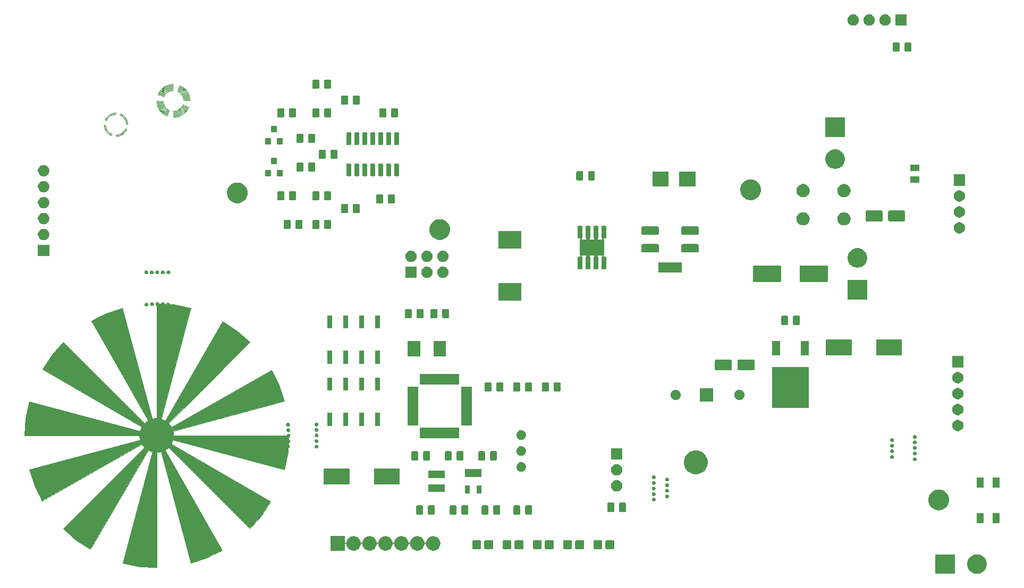
<source format=gbr>
G04 #@! TF.GenerationSoftware,KiCad,Pcbnew,(5.1.5-0-10_14)*
G04 #@! TF.CreationDate,2020-01-18T13:45:36+01:00*
G04 #@! TF.ProjectId,ErnoCCC,45726e6f-4343-4432-9e6b-696361645f70,rev?*
G04 #@! TF.SameCoordinates,Original*
G04 #@! TF.FileFunction,Soldermask,Top*
G04 #@! TF.FilePolarity,Negative*
%FSLAX46Y46*%
G04 Gerber Fmt 4.6, Leading zero omitted, Abs format (unit mm)*
G04 Created by KiCad (PCBNEW (5.1.5-0-10_14)) date 2020-01-18 13:45:36*
%MOMM*%
%LPD*%
G04 APERTURE LIST*
%ADD10C,0.120000*%
%ADD11C,0.100000*%
%ADD12C,0.050000*%
G04 APERTURE END LIST*
D10*
X83169178Y-41851094D02*
G75*
G02X84310000Y-43511000I-637178J-1659906D01*
G01*
X83282459Y-41760047D02*
G75*
G02X84437000Y-43511000I-750459J-1750953D01*
G01*
X83123665Y-41969659D02*
G75*
G02X84183000Y-43511000I-591665J-1541341D01*
G01*
X84282953Y-44261459D02*
G75*
G02X82532000Y-45416000I-1750953J750459D01*
G01*
X84191906Y-44148178D02*
G75*
G02X82532000Y-45289000I-1659906J637178D01*
G01*
X84073341Y-44102665D02*
G75*
G02X82532000Y-45162000I-1541341J591665D01*
G01*
X81940335Y-45052341D02*
G75*
G02X80881000Y-43511000I591665J1541341D01*
G01*
X81781541Y-45261953D02*
G75*
G02X80627000Y-43511000I750459J1750953D01*
G01*
X81894822Y-45170906D02*
G75*
G02X80754000Y-43511000I637178J1659906D01*
G01*
X80781047Y-42760541D02*
G75*
G02X82532000Y-41606000I1750953J-750459D01*
G01*
X80872094Y-42873822D02*
G75*
G02X82532000Y-41733000I1659906J-637178D01*
G01*
X80990659Y-42919335D02*
G75*
G02X82532000Y-41860000I1541341J-591665D01*
G01*
X92547127Y-37587488D02*
G75*
G02X93962000Y-39701000I-871127J-2113512D01*
G01*
X92313178Y-38041094D02*
G75*
G02X93454000Y-39701000I-637178J-1659906D01*
G01*
X92553057Y-37317228D02*
G75*
G02X94216000Y-39701000I-877057J-2383772D01*
G01*
X92430619Y-37814317D02*
G75*
G02X93708000Y-39701000I-754619J-1886683D01*
G01*
X92426459Y-37950047D02*
G75*
G02X93581000Y-39701000I-750459J-1750953D01*
G01*
X92435626Y-37680047D02*
G75*
G02X93835000Y-39701000I-759626J-2020953D01*
G01*
X92552525Y-37452829D02*
G75*
G02X94089000Y-39701000I-876525J-2248171D01*
G01*
X92675076Y-37228201D02*
G75*
G02X94343000Y-39701000I-999076J-2472799D01*
G01*
X92310472Y-38176780D02*
G75*
G02X93327000Y-39701000I-634472J-1524220D01*
G01*
X94059772Y-40578057D02*
G75*
G02X91676000Y-42241000I-2383772J877057D01*
G01*
X93426953Y-40451459D02*
G75*
G02X91676000Y-41606000I-1750953J750459D01*
G01*
X93696953Y-40460626D02*
G75*
G02X91676000Y-41860000I-2020953J759626D01*
G01*
X93789512Y-40572127D02*
G75*
G02X91676000Y-41987000I-2113512J871127D01*
G01*
X93335906Y-40338178D02*
G75*
G02X91676000Y-41479000I-1659906J637178D01*
G01*
X93924171Y-40577525D02*
G75*
G02X91676000Y-42114000I-2248171J876525D01*
G01*
X93562683Y-40455619D02*
G75*
G02X91676000Y-41733000I-1886683J754619D01*
G01*
X93200220Y-40335472D02*
G75*
G02X91676000Y-41352000I-1524220J634472D01*
G01*
X94148799Y-40700076D02*
G75*
G02X91676000Y-42368000I-2472799J999076D01*
G01*
X90676924Y-42173799D02*
G75*
G02X89009000Y-39701000I999076J2472799D01*
G01*
X91038822Y-41360906D02*
G75*
G02X89898000Y-39701000I637178J1659906D01*
G01*
X90916374Y-41721953D02*
G75*
G02X89517000Y-39701000I759626J2020953D01*
G01*
X90925541Y-41451953D02*
G75*
G02X89771000Y-39701000I750459J1750953D01*
G01*
X91041528Y-41225220D02*
G75*
G02X90025000Y-39701000I634472J1524220D01*
G01*
X90799475Y-41949171D02*
G75*
G02X89263000Y-39701000I876525J2248171D01*
G01*
X90804873Y-41814512D02*
G75*
G02X89390000Y-39701000I871127J2113512D01*
G01*
X90921381Y-41587683D02*
G75*
G02X89644000Y-39701000I754619J1886683D01*
G01*
X90798943Y-42084772D02*
G75*
G02X89136000Y-39701000I877057J2383772D01*
G01*
X89203201Y-38701924D02*
G75*
G02X91676000Y-37034000I2472799J-999076D01*
G01*
X89292228Y-38823943D02*
G75*
G02X91676000Y-37161000I2383772J-877057D01*
G01*
X89427829Y-38824475D02*
G75*
G02X91676000Y-37288000I2248171J-876525D01*
G01*
X89562488Y-38829873D02*
G75*
G02X91676000Y-37415000I2113512J-871127D01*
G01*
X89655047Y-38941374D02*
G75*
G02X91676000Y-37542000I2020953J-759626D01*
G01*
X89789317Y-38946381D02*
G75*
G02X91676000Y-37669000I1886683J-754619D01*
G01*
X89925047Y-38950541D02*
G75*
G02X91676000Y-37796000I1750953J-750459D01*
G01*
X90016094Y-39063822D02*
G75*
G02X91676000Y-37923000I1659906J-637178D01*
G01*
X90151780Y-39066528D02*
G75*
G02X91676000Y-38050000I1524220J-634472D01*
G01*
D11*
G36*
X89034400Y-93015600D02*
G01*
X78595000Y-74753000D01*
X81008000Y-73559200D01*
X83548000Y-72721000D01*
X89034400Y-93015600D01*
G37*
X89034400Y-93015600D02*
X78595000Y-74753000D01*
X81008000Y-73559200D01*
X83548000Y-72721000D01*
X89034400Y-93015600D01*
G36*
X89009000Y-93041000D02*
G01*
X70848000Y-82500000D01*
X72321200Y-80214000D01*
X74150000Y-78182000D01*
X89009000Y-93041000D01*
G37*
X89009000Y-93041000D02*
X70848000Y-82500000D01*
X72321200Y-80214000D01*
X74150000Y-78182000D01*
X89009000Y-93041000D01*
G36*
X89034400Y-93015600D02*
G01*
X67976021Y-93041000D01*
X68104800Y-90335901D01*
X68663600Y-87630800D01*
X89034400Y-93015600D01*
G37*
X89034400Y-93015600D02*
X67976021Y-93041000D01*
X68104800Y-90335901D01*
X68663600Y-87630800D01*
X89034400Y-93015600D01*
G36*
X70721000Y-103455000D02*
G01*
X69527200Y-101042000D01*
X68689000Y-98502000D01*
X88983600Y-93015600D01*
X70721000Y-103455000D01*
G37*
X70721000Y-103455000D02*
X69527200Y-101042000D01*
X68689000Y-98502000D01*
X88983600Y-93015600D01*
X70721000Y-103455000D01*
G36*
X78468000Y-111202000D02*
G01*
X76182000Y-109728800D01*
X74150000Y-107900000D01*
X89009000Y-93041000D01*
X78468000Y-111202000D01*
G37*
X78468000Y-111202000D02*
X76182000Y-109728800D01*
X74150000Y-107900000D01*
X89009000Y-93041000D01*
X78468000Y-111202000D01*
G36*
X89009000Y-114073979D02*
G01*
X86303901Y-113945200D01*
X83598800Y-113386400D01*
X88983600Y-93015600D01*
X89009000Y-114073979D01*
G37*
X89009000Y-114073979D02*
X86303901Y-113945200D01*
X83598800Y-113386400D01*
X88983600Y-93015600D01*
X89009000Y-114073979D01*
G36*
X99423000Y-111329000D02*
G01*
X97010000Y-112522800D01*
X94470000Y-113361000D01*
X88983600Y-93066400D01*
X99423000Y-111329000D01*
G37*
X99423000Y-111329000D02*
X97010000Y-112522800D01*
X94470000Y-113361000D01*
X88983600Y-93066400D01*
X99423000Y-111329000D01*
G36*
X107170000Y-103582000D02*
G01*
X105696800Y-105868000D01*
X103868000Y-107900000D01*
X89009000Y-93041000D01*
X107170000Y-103582000D01*
G37*
X107170000Y-103582000D02*
X105696800Y-105868000D01*
X103868000Y-107900000D01*
X89009000Y-93041000D01*
X107170000Y-103582000D01*
G36*
X109913200Y-95746099D02*
G01*
X109354400Y-98451200D01*
X88983600Y-93066400D01*
X110041979Y-93041000D01*
X109913200Y-95746099D01*
G37*
X109913200Y-95746099D02*
X109354400Y-98451200D01*
X88983600Y-93066400D01*
X110041979Y-93041000D01*
X109913200Y-95746099D01*
G36*
X108490800Y-85040000D02*
G01*
X109329000Y-87580000D01*
X89034400Y-93066400D01*
X107297000Y-82627000D01*
X108490800Y-85040000D01*
G37*
X108490800Y-85040000D02*
X109329000Y-87580000D01*
X89034400Y-93066400D01*
X107297000Y-82627000D01*
X108490800Y-85040000D01*
G36*
X101836000Y-76353200D02*
G01*
X103868000Y-78182000D01*
X89009000Y-93041000D01*
X99550000Y-74880000D01*
X101836000Y-76353200D01*
G37*
X101836000Y-76353200D02*
X103868000Y-78182000D01*
X89009000Y-93041000D01*
X99550000Y-74880000D01*
X101836000Y-76353200D01*
G36*
X91714099Y-72136800D02*
G01*
X94419200Y-72695600D01*
X89034400Y-93066400D01*
X89009000Y-72008021D01*
X91714099Y-72136800D01*
G37*
X91714099Y-72136800D02*
X94419200Y-72695600D01*
X89034400Y-93066400D01*
X89009000Y-72008021D01*
X91714099Y-72136800D01*
D12*
G36*
X219994585Y-112016802D02*
G01*
X220144410Y-112046604D01*
X220426674Y-112163521D01*
X220680705Y-112333259D01*
X220896741Y-112549295D01*
X221066479Y-112803326D01*
X221183396Y-113085590D01*
X221243000Y-113385240D01*
X221243000Y-113690760D01*
X221183396Y-113990410D01*
X221066479Y-114272674D01*
X220896741Y-114526705D01*
X220680705Y-114742741D01*
X220426674Y-114912479D01*
X220144410Y-115029396D01*
X219994585Y-115059198D01*
X219844761Y-115089000D01*
X219539239Y-115089000D01*
X219389415Y-115059198D01*
X219239590Y-115029396D01*
X218957326Y-114912479D01*
X218703295Y-114742741D01*
X218487259Y-114526705D01*
X218317521Y-114272674D01*
X218200604Y-113990410D01*
X218141000Y-113690760D01*
X218141000Y-113385240D01*
X218200604Y-113085590D01*
X218317521Y-112803326D01*
X218487259Y-112549295D01*
X218703295Y-112333259D01*
X218957326Y-112163521D01*
X219239590Y-112046604D01*
X219389415Y-112016802D01*
X219539239Y-111987000D01*
X219844761Y-111987000D01*
X219994585Y-112016802D01*
G37*
G36*
X216163000Y-115089000D02*
G01*
X213061000Y-115089000D01*
X213061000Y-111987000D01*
X216163000Y-111987000D01*
X216163000Y-115089000D01*
G37*
G36*
X118989000Y-110050007D02*
G01*
X118991402Y-110074393D01*
X118998515Y-110097842D01*
X119010066Y-110119453D01*
X119025611Y-110138395D01*
X119044553Y-110153940D01*
X119066164Y-110165491D01*
X119089613Y-110172604D01*
X119113999Y-110175006D01*
X119138385Y-110172604D01*
X119161834Y-110165491D01*
X119183445Y-110153940D01*
X119202387Y-110138395D01*
X119217932Y-110119453D01*
X119229483Y-110097842D01*
X119236596Y-110074393D01*
X119271232Y-109900267D01*
X119288398Y-109858825D01*
X119357997Y-109690797D01*
X119483960Y-109502280D01*
X119644280Y-109341960D01*
X119832797Y-109215997D01*
X120042266Y-109129232D01*
X120153451Y-109107116D01*
X120264635Y-109085000D01*
X120491365Y-109085000D01*
X120602549Y-109107116D01*
X120713734Y-109129232D01*
X120923203Y-109215997D01*
X121111720Y-109341960D01*
X121272040Y-109502280D01*
X121398003Y-109690797D01*
X121467603Y-109858825D01*
X121484768Y-109900267D01*
X121525403Y-110104552D01*
X121532516Y-110128001D01*
X121544067Y-110149612D01*
X121559612Y-110168554D01*
X121578554Y-110184099D01*
X121600165Y-110195650D01*
X121623614Y-110202763D01*
X121648000Y-110205165D01*
X121672386Y-110202763D01*
X121695835Y-110195650D01*
X121717446Y-110184099D01*
X121736388Y-110168554D01*
X121751933Y-110149612D01*
X121763484Y-110128001D01*
X121770597Y-110104552D01*
X121811232Y-109900267D01*
X121828398Y-109858825D01*
X121897997Y-109690797D01*
X122023960Y-109502280D01*
X122184280Y-109341960D01*
X122372797Y-109215997D01*
X122582266Y-109129232D01*
X122693451Y-109107116D01*
X122804635Y-109085000D01*
X123031365Y-109085000D01*
X123142549Y-109107116D01*
X123253734Y-109129232D01*
X123463203Y-109215997D01*
X123651720Y-109341960D01*
X123812040Y-109502280D01*
X123938003Y-109690797D01*
X124007603Y-109858825D01*
X124024768Y-109900267D01*
X124065403Y-110104552D01*
X124072516Y-110128001D01*
X124084067Y-110149612D01*
X124099612Y-110168554D01*
X124118554Y-110184099D01*
X124140165Y-110195650D01*
X124163614Y-110202763D01*
X124188000Y-110205165D01*
X124212386Y-110202763D01*
X124235835Y-110195650D01*
X124257446Y-110184099D01*
X124276388Y-110168554D01*
X124291933Y-110149612D01*
X124303484Y-110128001D01*
X124310597Y-110104552D01*
X124351232Y-109900267D01*
X124368398Y-109858825D01*
X124437997Y-109690797D01*
X124563960Y-109502280D01*
X124724280Y-109341960D01*
X124912797Y-109215997D01*
X125122266Y-109129232D01*
X125233451Y-109107116D01*
X125344635Y-109085000D01*
X125571365Y-109085000D01*
X125682549Y-109107116D01*
X125793734Y-109129232D01*
X126003203Y-109215997D01*
X126191720Y-109341960D01*
X126352040Y-109502280D01*
X126478003Y-109690797D01*
X126547603Y-109858825D01*
X126564768Y-109900267D01*
X126605403Y-110104552D01*
X126612516Y-110128001D01*
X126624067Y-110149612D01*
X126639612Y-110168554D01*
X126658554Y-110184099D01*
X126680165Y-110195650D01*
X126703614Y-110202763D01*
X126728000Y-110205165D01*
X126752386Y-110202763D01*
X126775835Y-110195650D01*
X126797446Y-110184099D01*
X126816388Y-110168554D01*
X126831933Y-110149612D01*
X126843484Y-110128001D01*
X126850597Y-110104552D01*
X126891232Y-109900267D01*
X126908398Y-109858825D01*
X126977997Y-109690797D01*
X127103960Y-109502280D01*
X127264280Y-109341960D01*
X127452797Y-109215997D01*
X127662266Y-109129232D01*
X127773451Y-109107116D01*
X127884635Y-109085000D01*
X128111365Y-109085000D01*
X128222549Y-109107116D01*
X128333734Y-109129232D01*
X128543203Y-109215997D01*
X128731720Y-109341960D01*
X128892040Y-109502280D01*
X129018003Y-109690797D01*
X129087603Y-109858825D01*
X129104768Y-109900267D01*
X129145403Y-110104552D01*
X129152516Y-110128001D01*
X129164067Y-110149612D01*
X129179612Y-110168554D01*
X129198554Y-110184099D01*
X129220165Y-110195650D01*
X129243614Y-110202763D01*
X129268000Y-110205165D01*
X129292386Y-110202763D01*
X129315835Y-110195650D01*
X129337446Y-110184099D01*
X129356388Y-110168554D01*
X129371933Y-110149612D01*
X129383484Y-110128001D01*
X129390597Y-110104552D01*
X129431232Y-109900267D01*
X129448398Y-109858825D01*
X129517997Y-109690797D01*
X129643960Y-109502280D01*
X129804280Y-109341960D01*
X129992797Y-109215997D01*
X130202266Y-109129232D01*
X130313451Y-109107116D01*
X130424635Y-109085000D01*
X130651365Y-109085000D01*
X130762549Y-109107116D01*
X130873734Y-109129232D01*
X131083203Y-109215997D01*
X131271720Y-109341960D01*
X131432040Y-109502280D01*
X131558003Y-109690797D01*
X131627603Y-109858825D01*
X131644768Y-109900267D01*
X131685403Y-110104552D01*
X131692516Y-110128001D01*
X131704067Y-110149612D01*
X131719612Y-110168554D01*
X131738554Y-110184099D01*
X131760165Y-110195650D01*
X131783614Y-110202763D01*
X131808000Y-110205165D01*
X131832386Y-110202763D01*
X131855835Y-110195650D01*
X131877446Y-110184099D01*
X131896388Y-110168554D01*
X131911933Y-110149612D01*
X131923484Y-110128001D01*
X131930597Y-110104552D01*
X131971232Y-109900267D01*
X131988398Y-109858825D01*
X132057997Y-109690797D01*
X132183960Y-109502280D01*
X132344280Y-109341960D01*
X132532797Y-109215997D01*
X132742266Y-109129232D01*
X132853451Y-109107116D01*
X132964635Y-109085000D01*
X133191365Y-109085000D01*
X133302549Y-109107116D01*
X133413734Y-109129232D01*
X133623203Y-109215997D01*
X133811720Y-109341960D01*
X133972040Y-109502280D01*
X134098003Y-109690797D01*
X134184768Y-109900266D01*
X134229000Y-110122636D01*
X134229000Y-110349364D01*
X134184768Y-110571734D01*
X134098003Y-110781203D01*
X133972040Y-110969720D01*
X133811720Y-111130040D01*
X133623203Y-111256003D01*
X133413734Y-111342768D01*
X133302549Y-111364884D01*
X133191365Y-111387000D01*
X132964635Y-111387000D01*
X132853451Y-111364884D01*
X132742266Y-111342768D01*
X132532797Y-111256003D01*
X132344280Y-111130040D01*
X132183960Y-110969720D01*
X132057997Y-110781203D01*
X131971232Y-110571734D01*
X131930597Y-110367448D01*
X131923484Y-110343999D01*
X131911933Y-110322388D01*
X131896388Y-110303446D01*
X131877446Y-110287901D01*
X131855835Y-110276350D01*
X131832386Y-110269237D01*
X131808000Y-110266835D01*
X131783614Y-110269237D01*
X131760165Y-110276350D01*
X131738554Y-110287901D01*
X131719612Y-110303446D01*
X131704067Y-110322388D01*
X131692516Y-110343999D01*
X131685403Y-110367448D01*
X131644768Y-110571734D01*
X131558003Y-110781203D01*
X131432040Y-110969720D01*
X131271720Y-111130040D01*
X131083203Y-111256003D01*
X130873734Y-111342768D01*
X130762549Y-111364884D01*
X130651365Y-111387000D01*
X130424635Y-111387000D01*
X130313451Y-111364884D01*
X130202266Y-111342768D01*
X129992797Y-111256003D01*
X129804280Y-111130040D01*
X129643960Y-110969720D01*
X129517997Y-110781203D01*
X129431232Y-110571734D01*
X129390597Y-110367448D01*
X129383484Y-110343999D01*
X129371933Y-110322388D01*
X129356388Y-110303446D01*
X129337446Y-110287901D01*
X129315835Y-110276350D01*
X129292386Y-110269237D01*
X129268000Y-110266835D01*
X129243614Y-110269237D01*
X129220165Y-110276350D01*
X129198554Y-110287901D01*
X129179612Y-110303446D01*
X129164067Y-110322388D01*
X129152516Y-110343999D01*
X129145403Y-110367448D01*
X129104768Y-110571734D01*
X129018003Y-110781203D01*
X128892040Y-110969720D01*
X128731720Y-111130040D01*
X128543203Y-111256003D01*
X128333734Y-111342768D01*
X128222549Y-111364884D01*
X128111365Y-111387000D01*
X127884635Y-111387000D01*
X127773451Y-111364884D01*
X127662266Y-111342768D01*
X127452797Y-111256003D01*
X127264280Y-111130040D01*
X127103960Y-110969720D01*
X126977997Y-110781203D01*
X126891232Y-110571734D01*
X126850597Y-110367448D01*
X126843484Y-110343999D01*
X126831933Y-110322388D01*
X126816388Y-110303446D01*
X126797446Y-110287901D01*
X126775835Y-110276350D01*
X126752386Y-110269237D01*
X126728000Y-110266835D01*
X126703614Y-110269237D01*
X126680165Y-110276350D01*
X126658554Y-110287901D01*
X126639612Y-110303446D01*
X126624067Y-110322388D01*
X126612516Y-110343999D01*
X126605403Y-110367448D01*
X126564768Y-110571734D01*
X126478003Y-110781203D01*
X126352040Y-110969720D01*
X126191720Y-111130040D01*
X126003203Y-111256003D01*
X125793734Y-111342768D01*
X125682549Y-111364884D01*
X125571365Y-111387000D01*
X125344635Y-111387000D01*
X125233451Y-111364884D01*
X125122266Y-111342768D01*
X124912797Y-111256003D01*
X124724280Y-111130040D01*
X124563960Y-110969720D01*
X124437997Y-110781203D01*
X124351232Y-110571734D01*
X124310597Y-110367448D01*
X124303484Y-110343999D01*
X124291933Y-110322388D01*
X124276388Y-110303446D01*
X124257446Y-110287901D01*
X124235835Y-110276350D01*
X124212386Y-110269237D01*
X124188000Y-110266835D01*
X124163614Y-110269237D01*
X124140165Y-110276350D01*
X124118554Y-110287901D01*
X124099612Y-110303446D01*
X124084067Y-110322388D01*
X124072516Y-110343999D01*
X124065403Y-110367448D01*
X124024768Y-110571734D01*
X123938003Y-110781203D01*
X123812040Y-110969720D01*
X123651720Y-111130040D01*
X123463203Y-111256003D01*
X123253734Y-111342768D01*
X123142549Y-111364884D01*
X123031365Y-111387000D01*
X122804635Y-111387000D01*
X122693451Y-111364884D01*
X122582266Y-111342768D01*
X122372797Y-111256003D01*
X122184280Y-111130040D01*
X122023960Y-110969720D01*
X121897997Y-110781203D01*
X121811232Y-110571734D01*
X121770597Y-110367448D01*
X121763484Y-110343999D01*
X121751933Y-110322388D01*
X121736388Y-110303446D01*
X121717446Y-110287901D01*
X121695835Y-110276350D01*
X121672386Y-110269237D01*
X121648000Y-110266835D01*
X121623614Y-110269237D01*
X121600165Y-110276350D01*
X121578554Y-110287901D01*
X121559612Y-110303446D01*
X121544067Y-110322388D01*
X121532516Y-110343999D01*
X121525403Y-110367448D01*
X121484768Y-110571734D01*
X121398003Y-110781203D01*
X121272040Y-110969720D01*
X121111720Y-111130040D01*
X120923203Y-111256003D01*
X120713734Y-111342768D01*
X120602549Y-111364884D01*
X120491365Y-111387000D01*
X120264635Y-111387000D01*
X120153451Y-111364884D01*
X120042266Y-111342768D01*
X119832797Y-111256003D01*
X119644280Y-111130040D01*
X119483960Y-110969720D01*
X119357997Y-110781203D01*
X119271232Y-110571734D01*
X119236596Y-110397607D01*
X119229483Y-110374158D01*
X119217932Y-110352547D01*
X119202387Y-110333605D01*
X119183445Y-110318060D01*
X119161834Y-110306509D01*
X119138385Y-110299396D01*
X119113999Y-110296994D01*
X119089613Y-110299396D01*
X119066164Y-110306509D01*
X119044553Y-110318060D01*
X119025611Y-110333605D01*
X119010066Y-110352547D01*
X118998515Y-110374158D01*
X118991402Y-110397607D01*
X118989000Y-110421993D01*
X118989000Y-111387000D01*
X116687000Y-111387000D01*
X116687000Y-109085000D01*
X118989000Y-109085000D01*
X118989000Y-110050007D01*
G37*
G36*
X155025781Y-109743295D02*
G01*
X155061816Y-109754227D01*
X155095024Y-109771977D01*
X155124134Y-109795866D01*
X155148023Y-109824976D01*
X155165773Y-109858184D01*
X155176705Y-109894219D01*
X155181000Y-109937831D01*
X155181000Y-110942169D01*
X155176705Y-110985781D01*
X155165773Y-111021816D01*
X155148023Y-111055024D01*
X155124134Y-111084134D01*
X155095024Y-111108023D01*
X155061816Y-111125773D01*
X155025781Y-111136705D01*
X154982169Y-111141000D01*
X153952831Y-111141000D01*
X153909219Y-111136705D01*
X153873184Y-111125773D01*
X153839976Y-111108023D01*
X153810866Y-111084134D01*
X153786977Y-111055024D01*
X153769227Y-111021816D01*
X153758295Y-110985781D01*
X153754000Y-110942169D01*
X153754000Y-109937831D01*
X153758295Y-109894219D01*
X153769227Y-109858184D01*
X153786977Y-109824976D01*
X153810866Y-109795866D01*
X153839976Y-109771977D01*
X153873184Y-109754227D01*
X153909219Y-109743295D01*
X153952831Y-109739000D01*
X154982169Y-109739000D01*
X155025781Y-109743295D01*
G37*
G36*
X152124781Y-109743295D02*
G01*
X152160816Y-109754227D01*
X152194024Y-109771977D01*
X152223134Y-109795866D01*
X152247023Y-109824976D01*
X152264773Y-109858184D01*
X152275705Y-109894219D01*
X152280000Y-109937831D01*
X152280000Y-110942169D01*
X152275705Y-110985781D01*
X152264773Y-111021816D01*
X152247023Y-111055024D01*
X152223134Y-111084134D01*
X152194024Y-111108023D01*
X152160816Y-111125773D01*
X152124781Y-111136705D01*
X152081169Y-111141000D01*
X151051831Y-111141000D01*
X151008219Y-111136705D01*
X150972184Y-111125773D01*
X150938976Y-111108023D01*
X150909866Y-111084134D01*
X150885977Y-111055024D01*
X150868227Y-111021816D01*
X150857295Y-110985781D01*
X150853000Y-110942169D01*
X150853000Y-109937831D01*
X150857295Y-109894219D01*
X150868227Y-109858184D01*
X150885977Y-109824976D01*
X150909866Y-109795866D01*
X150938976Y-109771977D01*
X150972184Y-109754227D01*
X151008219Y-109743295D01*
X151051831Y-109739000D01*
X152081169Y-109739000D01*
X152124781Y-109743295D01*
G37*
G36*
X150199781Y-109743295D02*
G01*
X150235816Y-109754227D01*
X150269024Y-109771977D01*
X150298134Y-109795866D01*
X150322023Y-109824976D01*
X150339773Y-109858184D01*
X150350705Y-109894219D01*
X150355000Y-109937831D01*
X150355000Y-110942169D01*
X150350705Y-110985781D01*
X150339773Y-111021816D01*
X150322023Y-111055024D01*
X150298134Y-111084134D01*
X150269024Y-111108023D01*
X150235816Y-111125773D01*
X150199781Y-111136705D01*
X150156169Y-111141000D01*
X149126831Y-111141000D01*
X149083219Y-111136705D01*
X149047184Y-111125773D01*
X149013976Y-111108023D01*
X148984866Y-111084134D01*
X148960977Y-111055024D01*
X148943227Y-111021816D01*
X148932295Y-110985781D01*
X148928000Y-110942169D01*
X148928000Y-109937831D01*
X148932295Y-109894219D01*
X148943227Y-109858184D01*
X148960977Y-109824976D01*
X148984866Y-109795866D01*
X149013976Y-109771977D01*
X149047184Y-109754227D01*
X149083219Y-109743295D01*
X149126831Y-109739000D01*
X150156169Y-109739000D01*
X150199781Y-109743295D01*
G37*
G36*
X147298781Y-109743295D02*
G01*
X147334816Y-109754227D01*
X147368024Y-109771977D01*
X147397134Y-109795866D01*
X147421023Y-109824976D01*
X147438773Y-109858184D01*
X147449705Y-109894219D01*
X147454000Y-109937831D01*
X147454000Y-110942169D01*
X147449705Y-110985781D01*
X147438773Y-111021816D01*
X147421023Y-111055024D01*
X147397134Y-111084134D01*
X147368024Y-111108023D01*
X147334816Y-111125773D01*
X147298781Y-111136705D01*
X147255169Y-111141000D01*
X146225831Y-111141000D01*
X146182219Y-111136705D01*
X146146184Y-111125773D01*
X146112976Y-111108023D01*
X146083866Y-111084134D01*
X146059977Y-111055024D01*
X146042227Y-111021816D01*
X146031295Y-110985781D01*
X146027000Y-110942169D01*
X146027000Y-109937831D01*
X146031295Y-109894219D01*
X146042227Y-109858184D01*
X146059977Y-109824976D01*
X146083866Y-109795866D01*
X146112976Y-109771977D01*
X146146184Y-109754227D01*
X146182219Y-109743295D01*
X146225831Y-109739000D01*
X147255169Y-109739000D01*
X147298781Y-109743295D01*
G37*
G36*
X145373781Y-109743295D02*
G01*
X145409816Y-109754227D01*
X145443024Y-109771977D01*
X145472134Y-109795866D01*
X145496023Y-109824976D01*
X145513773Y-109858184D01*
X145524705Y-109894219D01*
X145529000Y-109937831D01*
X145529000Y-110942169D01*
X145524705Y-110985781D01*
X145513773Y-111021816D01*
X145496023Y-111055024D01*
X145472134Y-111084134D01*
X145443024Y-111108023D01*
X145409816Y-111125773D01*
X145373781Y-111136705D01*
X145330169Y-111141000D01*
X144300831Y-111141000D01*
X144257219Y-111136705D01*
X144221184Y-111125773D01*
X144187976Y-111108023D01*
X144158866Y-111084134D01*
X144134977Y-111055024D01*
X144117227Y-111021816D01*
X144106295Y-110985781D01*
X144102000Y-110942169D01*
X144102000Y-109937831D01*
X144106295Y-109894219D01*
X144117227Y-109858184D01*
X144134977Y-109824976D01*
X144158866Y-109795866D01*
X144187976Y-109771977D01*
X144221184Y-109754227D01*
X144257219Y-109743295D01*
X144300831Y-109739000D01*
X145330169Y-109739000D01*
X145373781Y-109743295D01*
G37*
G36*
X142472781Y-109743295D02*
G01*
X142508816Y-109754227D01*
X142542024Y-109771977D01*
X142571134Y-109795866D01*
X142595023Y-109824976D01*
X142612773Y-109858184D01*
X142623705Y-109894219D01*
X142628000Y-109937831D01*
X142628000Y-110942169D01*
X142623705Y-110985781D01*
X142612773Y-111021816D01*
X142595023Y-111055024D01*
X142571134Y-111084134D01*
X142542024Y-111108023D01*
X142508816Y-111125773D01*
X142472781Y-111136705D01*
X142429169Y-111141000D01*
X141399831Y-111141000D01*
X141356219Y-111136705D01*
X141320184Y-111125773D01*
X141286976Y-111108023D01*
X141257866Y-111084134D01*
X141233977Y-111055024D01*
X141216227Y-111021816D01*
X141205295Y-110985781D01*
X141201000Y-110942169D01*
X141201000Y-109937831D01*
X141205295Y-109894219D01*
X141216227Y-109858184D01*
X141233977Y-109824976D01*
X141257866Y-109795866D01*
X141286976Y-109771977D01*
X141320184Y-109754227D01*
X141356219Y-109743295D01*
X141399831Y-109739000D01*
X142429169Y-109739000D01*
X142472781Y-109743295D01*
G37*
G36*
X140547781Y-109743295D02*
G01*
X140583816Y-109754227D01*
X140617024Y-109771977D01*
X140646134Y-109795866D01*
X140670023Y-109824976D01*
X140687773Y-109858184D01*
X140698705Y-109894219D01*
X140703000Y-109937831D01*
X140703000Y-110942169D01*
X140698705Y-110985781D01*
X140687773Y-111021816D01*
X140670023Y-111055024D01*
X140646134Y-111084134D01*
X140617024Y-111108023D01*
X140583816Y-111125773D01*
X140547781Y-111136705D01*
X140504169Y-111141000D01*
X139474831Y-111141000D01*
X139431219Y-111136705D01*
X139395184Y-111125773D01*
X139361976Y-111108023D01*
X139332866Y-111084134D01*
X139308977Y-111055024D01*
X139291227Y-111021816D01*
X139280295Y-110985781D01*
X139276000Y-110942169D01*
X139276000Y-109937831D01*
X139280295Y-109894219D01*
X139291227Y-109858184D01*
X139308977Y-109824976D01*
X139332866Y-109795866D01*
X139361976Y-109771977D01*
X139395184Y-109754227D01*
X139431219Y-109743295D01*
X139474831Y-109739000D01*
X140504169Y-109739000D01*
X140547781Y-109743295D01*
G37*
G36*
X161776781Y-109743295D02*
G01*
X161812816Y-109754227D01*
X161846024Y-109771977D01*
X161875134Y-109795866D01*
X161899023Y-109824976D01*
X161916773Y-109858184D01*
X161927705Y-109894219D01*
X161932000Y-109937831D01*
X161932000Y-110942169D01*
X161927705Y-110985781D01*
X161916773Y-111021816D01*
X161899023Y-111055024D01*
X161875134Y-111084134D01*
X161846024Y-111108023D01*
X161812816Y-111125773D01*
X161776781Y-111136705D01*
X161733169Y-111141000D01*
X160703831Y-111141000D01*
X160660219Y-111136705D01*
X160624184Y-111125773D01*
X160590976Y-111108023D01*
X160561866Y-111084134D01*
X160537977Y-111055024D01*
X160520227Y-111021816D01*
X160509295Y-110985781D01*
X160505000Y-110942169D01*
X160505000Y-109937831D01*
X160509295Y-109894219D01*
X160520227Y-109858184D01*
X160537977Y-109824976D01*
X160561866Y-109795866D01*
X160590976Y-109771977D01*
X160624184Y-109754227D01*
X160660219Y-109743295D01*
X160703831Y-109739000D01*
X161733169Y-109739000D01*
X161776781Y-109743295D01*
G37*
G36*
X159851781Y-109743295D02*
G01*
X159887816Y-109754227D01*
X159921024Y-109771977D01*
X159950134Y-109795866D01*
X159974023Y-109824976D01*
X159991773Y-109858184D01*
X160002705Y-109894219D01*
X160007000Y-109937831D01*
X160007000Y-110942169D01*
X160002705Y-110985781D01*
X159991773Y-111021816D01*
X159974023Y-111055024D01*
X159950134Y-111084134D01*
X159921024Y-111108023D01*
X159887816Y-111125773D01*
X159851781Y-111136705D01*
X159808169Y-111141000D01*
X158778831Y-111141000D01*
X158735219Y-111136705D01*
X158699184Y-111125773D01*
X158665976Y-111108023D01*
X158636866Y-111084134D01*
X158612977Y-111055024D01*
X158595227Y-111021816D01*
X158584295Y-110985781D01*
X158580000Y-110942169D01*
X158580000Y-109937831D01*
X158584295Y-109894219D01*
X158595227Y-109858184D01*
X158612977Y-109824976D01*
X158636866Y-109795866D01*
X158665976Y-109771977D01*
X158699184Y-109754227D01*
X158735219Y-109743295D01*
X158778831Y-109739000D01*
X159808169Y-109739000D01*
X159851781Y-109743295D01*
G37*
G36*
X156950781Y-109743295D02*
G01*
X156986816Y-109754227D01*
X157020024Y-109771977D01*
X157049134Y-109795866D01*
X157073023Y-109824976D01*
X157090773Y-109858184D01*
X157101705Y-109894219D01*
X157106000Y-109937831D01*
X157106000Y-110942169D01*
X157101705Y-110985781D01*
X157090773Y-111021816D01*
X157073023Y-111055024D01*
X157049134Y-111084134D01*
X157020024Y-111108023D01*
X156986816Y-111125773D01*
X156950781Y-111136705D01*
X156907169Y-111141000D01*
X155877831Y-111141000D01*
X155834219Y-111136705D01*
X155798184Y-111125773D01*
X155764976Y-111108023D01*
X155735866Y-111084134D01*
X155711977Y-111055024D01*
X155694227Y-111021816D01*
X155683295Y-110985781D01*
X155679000Y-110942169D01*
X155679000Y-109937831D01*
X155683295Y-109894219D01*
X155694227Y-109858184D01*
X155711977Y-109824976D01*
X155735866Y-109795866D01*
X155764976Y-109771977D01*
X155798184Y-109754227D01*
X155834219Y-109743295D01*
X155877831Y-109739000D01*
X156907169Y-109739000D01*
X156950781Y-109743295D01*
G37*
G36*
X223309000Y-106990999D02*
G01*
X222207000Y-106990999D01*
X222207000Y-105388999D01*
X223309000Y-105388999D01*
X223309000Y-106990999D01*
G37*
G36*
X220769000Y-106990999D02*
G01*
X219667000Y-106990999D01*
X219667000Y-105388999D01*
X220769000Y-105388999D01*
X220769000Y-106990999D01*
G37*
G36*
X131260468Y-104155565D02*
G01*
X131299138Y-104167296D01*
X131334777Y-104186346D01*
X131366017Y-104211983D01*
X131391654Y-104243223D01*
X131410704Y-104278862D01*
X131422435Y-104317532D01*
X131427000Y-104363888D01*
X131427000Y-105440112D01*
X131422435Y-105486468D01*
X131410704Y-105525138D01*
X131391654Y-105560777D01*
X131366017Y-105592017D01*
X131334777Y-105617654D01*
X131299138Y-105636704D01*
X131260468Y-105648435D01*
X131214112Y-105653000D01*
X130562888Y-105653000D01*
X130516532Y-105648435D01*
X130477862Y-105636704D01*
X130442223Y-105617654D01*
X130410983Y-105592017D01*
X130385346Y-105560777D01*
X130366296Y-105525138D01*
X130354565Y-105486468D01*
X130350000Y-105440112D01*
X130350000Y-104363888D01*
X130354565Y-104317532D01*
X130366296Y-104278862D01*
X130385346Y-104243223D01*
X130410983Y-104211983D01*
X130442223Y-104186346D01*
X130477862Y-104167296D01*
X130516532Y-104155565D01*
X130562888Y-104151000D01*
X131214112Y-104151000D01*
X131260468Y-104155565D01*
G37*
G36*
X133135468Y-104155565D02*
G01*
X133174138Y-104167296D01*
X133209777Y-104186346D01*
X133241017Y-104211983D01*
X133266654Y-104243223D01*
X133285704Y-104278862D01*
X133297435Y-104317532D01*
X133302000Y-104363888D01*
X133302000Y-105440112D01*
X133297435Y-105486468D01*
X133285704Y-105525138D01*
X133266654Y-105560777D01*
X133241017Y-105592017D01*
X133209777Y-105617654D01*
X133174138Y-105636704D01*
X133135468Y-105648435D01*
X133089112Y-105653000D01*
X132437888Y-105653000D01*
X132391532Y-105648435D01*
X132352862Y-105636704D01*
X132317223Y-105617654D01*
X132285983Y-105592017D01*
X132260346Y-105560777D01*
X132241296Y-105525138D01*
X132229565Y-105486468D01*
X132225000Y-105440112D01*
X132225000Y-104363888D01*
X132229565Y-104317532D01*
X132241296Y-104278862D01*
X132260346Y-104243223D01*
X132285983Y-104211983D01*
X132317223Y-104186346D01*
X132352862Y-104167296D01*
X132391532Y-104155565D01*
X132437888Y-104151000D01*
X133089112Y-104151000D01*
X133135468Y-104155565D01*
G37*
G36*
X136594468Y-104155565D02*
G01*
X136633138Y-104167296D01*
X136668777Y-104186346D01*
X136700017Y-104211983D01*
X136725654Y-104243223D01*
X136744704Y-104278862D01*
X136756435Y-104317532D01*
X136761000Y-104363888D01*
X136761000Y-105440112D01*
X136756435Y-105486468D01*
X136744704Y-105525138D01*
X136725654Y-105560777D01*
X136700017Y-105592017D01*
X136668777Y-105617654D01*
X136633138Y-105636704D01*
X136594468Y-105648435D01*
X136548112Y-105653000D01*
X135896888Y-105653000D01*
X135850532Y-105648435D01*
X135811862Y-105636704D01*
X135776223Y-105617654D01*
X135744983Y-105592017D01*
X135719346Y-105560777D01*
X135700296Y-105525138D01*
X135688565Y-105486468D01*
X135684000Y-105440112D01*
X135684000Y-104363888D01*
X135688565Y-104317532D01*
X135700296Y-104278862D01*
X135719346Y-104243223D01*
X135744983Y-104211983D01*
X135776223Y-104186346D01*
X135811862Y-104167296D01*
X135850532Y-104155565D01*
X135896888Y-104151000D01*
X136548112Y-104151000D01*
X136594468Y-104155565D01*
G37*
G36*
X138469468Y-104155565D02*
G01*
X138508138Y-104167296D01*
X138543777Y-104186346D01*
X138575017Y-104211983D01*
X138600654Y-104243223D01*
X138619704Y-104278862D01*
X138631435Y-104317532D01*
X138636000Y-104363888D01*
X138636000Y-105440112D01*
X138631435Y-105486468D01*
X138619704Y-105525138D01*
X138600654Y-105560777D01*
X138575017Y-105592017D01*
X138543777Y-105617654D01*
X138508138Y-105636704D01*
X138469468Y-105648435D01*
X138423112Y-105653000D01*
X137771888Y-105653000D01*
X137725532Y-105648435D01*
X137686862Y-105636704D01*
X137651223Y-105617654D01*
X137619983Y-105592017D01*
X137594346Y-105560777D01*
X137575296Y-105525138D01*
X137563565Y-105486468D01*
X137559000Y-105440112D01*
X137559000Y-104363888D01*
X137563565Y-104317532D01*
X137575296Y-104278862D01*
X137594346Y-104243223D01*
X137619983Y-104211983D01*
X137651223Y-104186346D01*
X137686862Y-104167296D01*
X137725532Y-104155565D01*
X137771888Y-104151000D01*
X138423112Y-104151000D01*
X138469468Y-104155565D01*
G37*
G36*
X141674468Y-104155565D02*
G01*
X141713138Y-104167296D01*
X141748777Y-104186346D01*
X141780017Y-104211983D01*
X141805654Y-104243223D01*
X141824704Y-104278862D01*
X141836435Y-104317532D01*
X141841000Y-104363888D01*
X141841000Y-105440112D01*
X141836435Y-105486468D01*
X141824704Y-105525138D01*
X141805654Y-105560777D01*
X141780017Y-105592017D01*
X141748777Y-105617654D01*
X141713138Y-105636704D01*
X141674468Y-105648435D01*
X141628112Y-105653000D01*
X140976888Y-105653000D01*
X140930532Y-105648435D01*
X140891862Y-105636704D01*
X140856223Y-105617654D01*
X140824983Y-105592017D01*
X140799346Y-105560777D01*
X140780296Y-105525138D01*
X140768565Y-105486468D01*
X140764000Y-105440112D01*
X140764000Y-104363888D01*
X140768565Y-104317532D01*
X140780296Y-104278862D01*
X140799346Y-104243223D01*
X140824983Y-104211983D01*
X140856223Y-104186346D01*
X140891862Y-104167296D01*
X140930532Y-104155565D01*
X140976888Y-104151000D01*
X141628112Y-104151000D01*
X141674468Y-104155565D01*
G37*
G36*
X143549468Y-104155565D02*
G01*
X143588138Y-104167296D01*
X143623777Y-104186346D01*
X143655017Y-104211983D01*
X143680654Y-104243223D01*
X143699704Y-104278862D01*
X143711435Y-104317532D01*
X143716000Y-104363888D01*
X143716000Y-105440112D01*
X143711435Y-105486468D01*
X143699704Y-105525138D01*
X143680654Y-105560777D01*
X143655017Y-105592017D01*
X143623777Y-105617654D01*
X143588138Y-105636704D01*
X143549468Y-105648435D01*
X143503112Y-105653000D01*
X142851888Y-105653000D01*
X142805532Y-105648435D01*
X142766862Y-105636704D01*
X142731223Y-105617654D01*
X142699983Y-105592017D01*
X142674346Y-105560777D01*
X142655296Y-105525138D01*
X142643565Y-105486468D01*
X142639000Y-105440112D01*
X142639000Y-104363888D01*
X142643565Y-104317532D01*
X142655296Y-104278862D01*
X142674346Y-104243223D01*
X142699983Y-104211983D01*
X142731223Y-104186346D01*
X142766862Y-104167296D01*
X142805532Y-104155565D01*
X142851888Y-104151000D01*
X143503112Y-104151000D01*
X143549468Y-104155565D01*
G37*
G36*
X146754468Y-104155565D02*
G01*
X146793138Y-104167296D01*
X146828777Y-104186346D01*
X146860017Y-104211983D01*
X146885654Y-104243223D01*
X146904704Y-104278862D01*
X146916435Y-104317532D01*
X146921000Y-104363888D01*
X146921000Y-105440112D01*
X146916435Y-105486468D01*
X146904704Y-105525138D01*
X146885654Y-105560777D01*
X146860017Y-105592017D01*
X146828777Y-105617654D01*
X146793138Y-105636704D01*
X146754468Y-105648435D01*
X146708112Y-105653000D01*
X146056888Y-105653000D01*
X146010532Y-105648435D01*
X145971862Y-105636704D01*
X145936223Y-105617654D01*
X145904983Y-105592017D01*
X145879346Y-105560777D01*
X145860296Y-105525138D01*
X145848565Y-105486468D01*
X145844000Y-105440112D01*
X145844000Y-104363888D01*
X145848565Y-104317532D01*
X145860296Y-104278862D01*
X145879346Y-104243223D01*
X145904983Y-104211983D01*
X145936223Y-104186346D01*
X145971862Y-104167296D01*
X146010532Y-104155565D01*
X146056888Y-104151000D01*
X146708112Y-104151000D01*
X146754468Y-104155565D01*
G37*
G36*
X148629468Y-104155565D02*
G01*
X148668138Y-104167296D01*
X148703777Y-104186346D01*
X148735017Y-104211983D01*
X148760654Y-104243223D01*
X148779704Y-104278862D01*
X148791435Y-104317532D01*
X148796000Y-104363888D01*
X148796000Y-105440112D01*
X148791435Y-105486468D01*
X148779704Y-105525138D01*
X148760654Y-105560777D01*
X148735017Y-105592017D01*
X148703777Y-105617654D01*
X148668138Y-105636704D01*
X148629468Y-105648435D01*
X148583112Y-105653000D01*
X147931888Y-105653000D01*
X147885532Y-105648435D01*
X147846862Y-105636704D01*
X147811223Y-105617654D01*
X147779983Y-105592017D01*
X147754346Y-105560777D01*
X147735296Y-105525138D01*
X147723565Y-105486468D01*
X147719000Y-105440112D01*
X147719000Y-104363888D01*
X147723565Y-104317532D01*
X147735296Y-104278862D01*
X147754346Y-104243223D01*
X147779983Y-104211983D01*
X147811223Y-104186346D01*
X147846862Y-104167296D01*
X147885532Y-104155565D01*
X147931888Y-104151000D01*
X148583112Y-104151000D01*
X148629468Y-104155565D01*
G37*
G36*
X161722468Y-103724565D02*
G01*
X161761138Y-103736296D01*
X161796777Y-103755346D01*
X161828017Y-103780983D01*
X161853654Y-103812223D01*
X161872704Y-103847862D01*
X161884435Y-103886532D01*
X161889000Y-103932888D01*
X161889000Y-105009112D01*
X161884435Y-105055468D01*
X161872704Y-105094138D01*
X161853654Y-105129777D01*
X161828017Y-105161017D01*
X161796777Y-105186654D01*
X161761138Y-105205704D01*
X161722468Y-105217435D01*
X161676112Y-105222000D01*
X161024888Y-105222000D01*
X160978532Y-105217435D01*
X160939862Y-105205704D01*
X160904223Y-105186654D01*
X160872983Y-105161017D01*
X160847346Y-105129777D01*
X160828296Y-105094138D01*
X160816565Y-105055468D01*
X160812000Y-105009112D01*
X160812000Y-103932888D01*
X160816565Y-103886532D01*
X160828296Y-103847862D01*
X160847346Y-103812223D01*
X160872983Y-103780983D01*
X160904223Y-103755346D01*
X160939862Y-103736296D01*
X160978532Y-103724565D01*
X161024888Y-103720000D01*
X161676112Y-103720000D01*
X161722468Y-103724565D01*
G37*
G36*
X163597468Y-103724565D02*
G01*
X163636138Y-103736296D01*
X163671777Y-103755346D01*
X163703017Y-103780983D01*
X163728654Y-103812223D01*
X163747704Y-103847862D01*
X163759435Y-103886532D01*
X163764000Y-103932888D01*
X163764000Y-105009112D01*
X163759435Y-105055468D01*
X163747704Y-105094138D01*
X163728654Y-105129777D01*
X163703017Y-105161017D01*
X163671777Y-105186654D01*
X163636138Y-105205704D01*
X163597468Y-105217435D01*
X163551112Y-105222000D01*
X162899888Y-105222000D01*
X162853532Y-105217435D01*
X162814862Y-105205704D01*
X162779223Y-105186654D01*
X162747983Y-105161017D01*
X162722346Y-105129777D01*
X162703296Y-105094138D01*
X162691565Y-105055468D01*
X162687000Y-105009112D01*
X162687000Y-103932888D01*
X162691565Y-103886532D01*
X162703296Y-103847862D01*
X162722346Y-103812223D01*
X162747983Y-103780983D01*
X162779223Y-103755346D01*
X162814862Y-103736296D01*
X162853532Y-103724565D01*
X162899888Y-103720000D01*
X163551112Y-103720000D01*
X163597468Y-103724565D01*
G37*
G36*
X213975256Y-101691298D02*
G01*
X214081579Y-101712447D01*
X214382042Y-101836903D01*
X214652451Y-102017585D01*
X214882415Y-102247549D01*
X215063097Y-102517958D01*
X215164658Y-102763147D01*
X215187553Y-102818422D01*
X215251000Y-103137389D01*
X215251000Y-103462611D01*
X215239359Y-103521132D01*
X215187553Y-103781579D01*
X215063097Y-104082042D01*
X214882415Y-104352451D01*
X214652451Y-104582415D01*
X214382042Y-104763097D01*
X214081579Y-104887553D01*
X213975256Y-104908702D01*
X213762611Y-104951000D01*
X213437389Y-104951000D01*
X213224744Y-104908702D01*
X213118421Y-104887553D01*
X212817958Y-104763097D01*
X212547549Y-104582415D01*
X212317585Y-104352451D01*
X212136903Y-104082042D01*
X212012447Y-103781579D01*
X211960641Y-103521132D01*
X211949000Y-103462611D01*
X211949000Y-103137389D01*
X212012447Y-102818422D01*
X212035343Y-102763147D01*
X212136903Y-102517958D01*
X212317585Y-102247549D01*
X212547549Y-102017585D01*
X212817958Y-101836903D01*
X213118421Y-101712447D01*
X213224744Y-101691298D01*
X213437389Y-101649000D01*
X213762611Y-101649000D01*
X213975256Y-101691298D01*
G37*
G36*
X168287097Y-102942267D02*
G01*
X168341875Y-102964957D01*
X168341877Y-102964958D01*
X168391176Y-102997898D01*
X168433102Y-103039824D01*
X168466042Y-103089123D01*
X168466043Y-103089125D01*
X168488733Y-103143903D01*
X168500300Y-103202053D01*
X168500300Y-103261347D01*
X168488733Y-103319497D01*
X168466043Y-103374275D01*
X168466042Y-103374277D01*
X168433102Y-103423576D01*
X168391176Y-103465502D01*
X168341877Y-103498442D01*
X168341876Y-103498443D01*
X168341875Y-103498443D01*
X168287097Y-103521133D01*
X168228947Y-103532700D01*
X168169653Y-103532700D01*
X168111503Y-103521133D01*
X168056725Y-103498443D01*
X168056724Y-103498443D01*
X168056723Y-103498442D01*
X168007424Y-103465502D01*
X167965498Y-103423576D01*
X167932558Y-103374277D01*
X167932557Y-103374275D01*
X167909867Y-103319497D01*
X167898300Y-103261347D01*
X167898300Y-103202053D01*
X167909867Y-103143903D01*
X167932557Y-103089125D01*
X167932558Y-103089123D01*
X167965498Y-103039824D01*
X168007424Y-102997898D01*
X168056723Y-102964958D01*
X168056725Y-102964957D01*
X168111503Y-102942267D01*
X168169653Y-102930700D01*
X168228947Y-102930700D01*
X168287097Y-102942267D01*
G37*
G36*
X170408697Y-102444067D02*
G01*
X170463475Y-102466757D01*
X170463477Y-102466758D01*
X170512776Y-102499698D01*
X170554702Y-102541624D01*
X170571373Y-102566575D01*
X170587643Y-102590925D01*
X170610333Y-102645703D01*
X170621900Y-102703853D01*
X170621900Y-102763147D01*
X170610333Y-102821297D01*
X170587643Y-102876075D01*
X170587642Y-102876077D01*
X170554702Y-102925376D01*
X170512776Y-102967302D01*
X170463477Y-103000242D01*
X170463476Y-103000243D01*
X170463475Y-103000243D01*
X170408697Y-103022933D01*
X170350547Y-103034500D01*
X170291253Y-103034500D01*
X170233103Y-103022933D01*
X170178325Y-103000243D01*
X170178324Y-103000243D01*
X170178323Y-103000242D01*
X170129024Y-102967302D01*
X170087098Y-102925376D01*
X170054158Y-102876077D01*
X170054157Y-102876075D01*
X170031467Y-102821297D01*
X170019900Y-102763147D01*
X170019900Y-102703853D01*
X170031467Y-102645703D01*
X170054157Y-102590925D01*
X170070427Y-102566575D01*
X170087098Y-102541624D01*
X170129024Y-102499698D01*
X170178323Y-102466758D01*
X170178325Y-102466757D01*
X170233103Y-102444067D01*
X170291253Y-102432500D01*
X170350547Y-102432500D01*
X170408697Y-102444067D01*
G37*
G36*
X168287097Y-102085267D02*
G01*
X168341875Y-102107957D01*
X168341877Y-102107958D01*
X168391176Y-102140898D01*
X168433102Y-102182824D01*
X168466042Y-102232123D01*
X168466043Y-102232125D01*
X168488733Y-102286903D01*
X168500300Y-102345053D01*
X168500300Y-102404347D01*
X168488733Y-102462497D01*
X168466043Y-102517275D01*
X168466042Y-102517277D01*
X168433102Y-102566576D01*
X168391176Y-102608502D01*
X168341877Y-102641442D01*
X168341876Y-102641443D01*
X168341875Y-102641443D01*
X168287097Y-102664133D01*
X168228947Y-102675700D01*
X168169653Y-102675700D01*
X168111503Y-102664133D01*
X168056725Y-102641443D01*
X168056724Y-102641443D01*
X168056723Y-102641442D01*
X168007424Y-102608502D01*
X167965498Y-102566576D01*
X167932558Y-102517277D01*
X167932557Y-102517275D01*
X167909867Y-102462497D01*
X167898300Y-102404347D01*
X167898300Y-102345053D01*
X167909867Y-102286903D01*
X167932557Y-102232125D01*
X167932558Y-102232123D01*
X167965498Y-102182824D01*
X168007424Y-102140898D01*
X168056723Y-102107958D01*
X168056725Y-102107957D01*
X168111503Y-102085267D01*
X168169653Y-102073700D01*
X168228947Y-102073700D01*
X168287097Y-102085267D01*
G37*
G36*
X140772000Y-102301000D02*
G01*
X140020000Y-102301000D01*
X140020000Y-100979000D01*
X140772000Y-100979000D01*
X140772000Y-102301000D01*
G37*
G36*
X138872000Y-102301000D02*
G01*
X138120000Y-102301000D01*
X138120000Y-100979000D01*
X138872000Y-100979000D01*
X138872000Y-102301000D01*
G37*
G36*
X170408697Y-101555067D02*
G01*
X170463475Y-101577757D01*
X170463477Y-101577758D01*
X170512776Y-101610698D01*
X170554702Y-101652624D01*
X170571373Y-101677575D01*
X170587643Y-101701925D01*
X170610333Y-101756703D01*
X170621900Y-101814853D01*
X170621900Y-101874147D01*
X170610333Y-101932297D01*
X170587643Y-101987075D01*
X170587642Y-101987077D01*
X170554702Y-102036376D01*
X170512776Y-102078302D01*
X170463477Y-102111242D01*
X170463476Y-102111243D01*
X170463475Y-102111243D01*
X170408697Y-102133933D01*
X170350547Y-102145500D01*
X170291253Y-102145500D01*
X170233103Y-102133933D01*
X170178325Y-102111243D01*
X170178324Y-102111243D01*
X170178323Y-102111242D01*
X170129024Y-102078302D01*
X170087098Y-102036376D01*
X170054158Y-101987077D01*
X170054157Y-101987075D01*
X170031467Y-101932297D01*
X170019900Y-101874147D01*
X170019900Y-101814853D01*
X170031467Y-101756703D01*
X170054157Y-101701925D01*
X170070427Y-101677575D01*
X170087098Y-101652624D01*
X170129024Y-101610698D01*
X170178323Y-101577758D01*
X170178325Y-101577757D01*
X170233103Y-101555067D01*
X170291253Y-101543500D01*
X170350547Y-101543500D01*
X170408697Y-101555067D01*
G37*
G36*
X134930000Y-102011000D02*
G01*
X132278000Y-102011000D01*
X132278000Y-100849000D01*
X134930000Y-100849000D01*
X134930000Y-102011000D01*
G37*
G36*
X162401512Y-100145927D02*
G01*
X162550812Y-100175624D01*
X162714784Y-100243544D01*
X162862354Y-100342147D01*
X162987853Y-100467646D01*
X163086456Y-100615216D01*
X163154376Y-100779188D01*
X163189000Y-100953259D01*
X163189000Y-101130741D01*
X163154376Y-101304812D01*
X163086456Y-101468784D01*
X162987853Y-101616354D01*
X162862354Y-101741853D01*
X162714784Y-101840456D01*
X162550812Y-101908376D01*
X162401512Y-101938073D01*
X162376742Y-101943000D01*
X162199258Y-101943000D01*
X162174488Y-101938073D01*
X162025188Y-101908376D01*
X161861216Y-101840456D01*
X161713646Y-101741853D01*
X161588147Y-101616354D01*
X161489544Y-101468784D01*
X161421624Y-101304812D01*
X161387000Y-101130741D01*
X161387000Y-100953259D01*
X161421624Y-100779188D01*
X161489544Y-100615216D01*
X161588147Y-100467646D01*
X161713646Y-100342147D01*
X161861216Y-100243544D01*
X162025188Y-100175624D01*
X162174488Y-100145927D01*
X162199258Y-100141000D01*
X162376742Y-100141000D01*
X162401512Y-100145927D01*
G37*
G36*
X168287097Y-101196267D02*
G01*
X168341875Y-101218957D01*
X168341877Y-101218958D01*
X168391176Y-101251898D01*
X168433102Y-101293824D01*
X168466042Y-101343123D01*
X168466043Y-101343125D01*
X168488733Y-101397903D01*
X168500300Y-101456053D01*
X168500300Y-101515347D01*
X168488733Y-101573497D01*
X168470981Y-101616353D01*
X168466042Y-101628277D01*
X168433102Y-101677576D01*
X168391176Y-101719502D01*
X168341877Y-101752442D01*
X168341876Y-101752443D01*
X168341875Y-101752443D01*
X168287097Y-101775133D01*
X168228947Y-101786700D01*
X168169653Y-101786700D01*
X168111503Y-101775133D01*
X168056725Y-101752443D01*
X168056724Y-101752443D01*
X168056723Y-101752442D01*
X168007424Y-101719502D01*
X167965498Y-101677576D01*
X167932558Y-101628277D01*
X167927619Y-101616353D01*
X167909867Y-101573497D01*
X167898300Y-101515347D01*
X167898300Y-101456053D01*
X167909867Y-101397903D01*
X167932557Y-101343125D01*
X167932558Y-101343123D01*
X167965498Y-101293824D01*
X168007424Y-101251898D01*
X168056723Y-101218958D01*
X168056725Y-101218957D01*
X168111503Y-101196267D01*
X168169653Y-101184700D01*
X168228947Y-101184700D01*
X168287097Y-101196267D01*
G37*
G36*
X220769000Y-101367001D02*
G01*
X219667000Y-101367001D01*
X219667000Y-99765001D01*
X220769000Y-99765001D01*
X220769000Y-101367001D01*
G37*
G36*
X223309000Y-101367001D02*
G01*
X222207000Y-101367001D01*
X222207000Y-99765001D01*
X223309000Y-99765001D01*
X223309000Y-101367001D01*
G37*
G36*
X170408697Y-100666067D02*
G01*
X170463475Y-100688757D01*
X170463477Y-100688758D01*
X170512776Y-100721698D01*
X170554702Y-100763624D01*
X170571373Y-100788575D01*
X170587643Y-100812925D01*
X170610333Y-100867703D01*
X170621900Y-100925853D01*
X170621900Y-100985147D01*
X170610333Y-101043297D01*
X170587643Y-101098075D01*
X170587642Y-101098077D01*
X170554702Y-101147376D01*
X170512776Y-101189302D01*
X170463477Y-101222242D01*
X170463476Y-101222243D01*
X170463475Y-101222243D01*
X170408697Y-101244933D01*
X170350547Y-101256500D01*
X170291253Y-101256500D01*
X170233103Y-101244933D01*
X170178325Y-101222243D01*
X170178324Y-101222243D01*
X170178323Y-101222242D01*
X170129024Y-101189302D01*
X170087098Y-101147376D01*
X170054158Y-101098077D01*
X170054157Y-101098075D01*
X170031467Y-101043297D01*
X170019900Y-100985147D01*
X170019900Y-100925853D01*
X170031467Y-100867703D01*
X170054157Y-100812925D01*
X170070427Y-100788575D01*
X170087098Y-100763624D01*
X170129024Y-100721698D01*
X170178323Y-100688758D01*
X170178325Y-100688757D01*
X170233103Y-100666067D01*
X170291253Y-100654500D01*
X170350547Y-100654500D01*
X170408697Y-100666067D01*
G37*
G36*
X168287097Y-100307267D02*
G01*
X168341875Y-100329957D01*
X168341877Y-100329958D01*
X168391176Y-100362898D01*
X168433102Y-100404824D01*
X168466042Y-100454123D01*
X168466043Y-100454125D01*
X168488733Y-100508903D01*
X168500300Y-100567053D01*
X168500300Y-100626347D01*
X168488733Y-100684497D01*
X168466043Y-100739275D01*
X168466042Y-100739277D01*
X168433102Y-100788576D01*
X168391176Y-100830502D01*
X168341877Y-100863442D01*
X168341876Y-100863443D01*
X168341875Y-100863443D01*
X168287097Y-100886133D01*
X168228947Y-100897700D01*
X168169653Y-100897700D01*
X168111503Y-100886133D01*
X168056725Y-100863443D01*
X168056724Y-100863443D01*
X168056723Y-100863442D01*
X168007424Y-100830502D01*
X167965498Y-100788576D01*
X167932558Y-100739277D01*
X167932557Y-100739275D01*
X167909867Y-100684497D01*
X167898300Y-100626347D01*
X167898300Y-100567053D01*
X167909867Y-100508903D01*
X167932557Y-100454125D01*
X167932558Y-100454123D01*
X167965498Y-100404824D01*
X168007424Y-100362898D01*
X168056723Y-100329958D01*
X168056725Y-100329957D01*
X168111503Y-100307267D01*
X168169653Y-100295700D01*
X168228947Y-100295700D01*
X168287097Y-100307267D01*
G37*
G36*
X127587934Y-98270671D02*
G01*
X127617877Y-98279754D01*
X127645465Y-98294500D01*
X127669651Y-98314349D01*
X127689500Y-98338535D01*
X127704246Y-98366123D01*
X127713329Y-98396066D01*
X127717000Y-98433340D01*
X127717000Y-100702660D01*
X127713329Y-100739934D01*
X127704246Y-100769877D01*
X127689500Y-100797465D01*
X127669651Y-100821651D01*
X127645465Y-100841500D01*
X127617877Y-100856246D01*
X127587934Y-100865329D01*
X127550660Y-100869000D01*
X123781340Y-100869000D01*
X123744066Y-100865329D01*
X123714123Y-100856246D01*
X123686535Y-100841500D01*
X123662349Y-100821651D01*
X123642500Y-100797465D01*
X123627754Y-100769877D01*
X123618671Y-100739934D01*
X123615000Y-100702660D01*
X123615000Y-98433340D01*
X123618671Y-98396066D01*
X123627754Y-98366123D01*
X123642500Y-98338535D01*
X123662349Y-98314349D01*
X123686535Y-98294500D01*
X123714123Y-98279754D01*
X123744066Y-98270671D01*
X123781340Y-98267000D01*
X127550660Y-98267000D01*
X127587934Y-98270671D01*
G37*
G36*
X119587934Y-98270671D02*
G01*
X119617877Y-98279754D01*
X119645465Y-98294500D01*
X119669651Y-98314349D01*
X119689500Y-98338535D01*
X119704246Y-98366123D01*
X119713329Y-98396066D01*
X119717000Y-98433340D01*
X119717000Y-100702660D01*
X119713329Y-100739934D01*
X119704246Y-100769877D01*
X119689500Y-100797465D01*
X119669651Y-100821651D01*
X119645465Y-100841500D01*
X119617877Y-100856246D01*
X119587934Y-100865329D01*
X119550660Y-100869000D01*
X115781340Y-100869000D01*
X115744066Y-100865329D01*
X115714123Y-100856246D01*
X115686535Y-100841500D01*
X115662349Y-100821651D01*
X115642500Y-100797465D01*
X115627754Y-100769877D01*
X115618671Y-100739934D01*
X115615000Y-100702660D01*
X115615000Y-98433340D01*
X115618671Y-98396066D01*
X115627754Y-98366123D01*
X115642500Y-98338535D01*
X115662349Y-98314349D01*
X115686535Y-98294500D01*
X115714123Y-98279754D01*
X115744066Y-98270671D01*
X115781340Y-98267000D01*
X119550660Y-98267000D01*
X119587934Y-98270671D01*
G37*
G36*
X170408697Y-99764367D02*
G01*
X170463475Y-99787057D01*
X170463477Y-99787058D01*
X170512776Y-99819998D01*
X170554702Y-99861924D01*
X170571373Y-99886875D01*
X170587643Y-99911225D01*
X170610333Y-99966003D01*
X170621900Y-100024153D01*
X170621900Y-100083447D01*
X170610333Y-100141597D01*
X170596238Y-100175624D01*
X170587642Y-100196377D01*
X170554702Y-100245676D01*
X170512776Y-100287602D01*
X170463477Y-100320542D01*
X170463476Y-100320543D01*
X170463475Y-100320543D01*
X170408697Y-100343233D01*
X170350547Y-100354800D01*
X170291253Y-100354800D01*
X170233103Y-100343233D01*
X170178325Y-100320543D01*
X170178324Y-100320543D01*
X170178323Y-100320542D01*
X170129024Y-100287602D01*
X170087098Y-100245676D01*
X170054158Y-100196377D01*
X170045562Y-100175624D01*
X170031467Y-100141597D01*
X170019900Y-100083447D01*
X170019900Y-100024153D01*
X170031467Y-99966003D01*
X170054157Y-99911225D01*
X170070427Y-99886875D01*
X170087098Y-99861924D01*
X170129024Y-99819998D01*
X170178323Y-99787058D01*
X170178325Y-99787057D01*
X170233103Y-99764367D01*
X170291253Y-99752800D01*
X170350547Y-99752800D01*
X170408697Y-99764367D01*
G37*
G36*
X168287097Y-99405567D02*
G01*
X168341875Y-99428257D01*
X168341877Y-99428258D01*
X168391176Y-99461198D01*
X168433102Y-99503124D01*
X168466042Y-99552423D01*
X168466043Y-99552425D01*
X168488733Y-99607203D01*
X168500300Y-99665353D01*
X168500300Y-99724647D01*
X168488733Y-99782797D01*
X168466043Y-99837575D01*
X168466042Y-99837577D01*
X168433102Y-99886876D01*
X168391176Y-99928802D01*
X168341877Y-99961742D01*
X168341876Y-99961743D01*
X168341875Y-99961743D01*
X168287097Y-99984433D01*
X168228947Y-99996000D01*
X168169653Y-99996000D01*
X168111503Y-99984433D01*
X168056725Y-99961743D01*
X168056724Y-99961743D01*
X168056723Y-99961742D01*
X168007424Y-99928802D01*
X167965498Y-99886876D01*
X167932558Y-99837577D01*
X167932557Y-99837575D01*
X167909867Y-99782797D01*
X167898300Y-99724647D01*
X167898300Y-99665353D01*
X167909867Y-99607203D01*
X167932557Y-99552425D01*
X167932558Y-99552423D01*
X167965498Y-99503124D01*
X168007424Y-99461198D01*
X168056723Y-99428258D01*
X168056725Y-99428257D01*
X168111503Y-99405567D01*
X168169653Y-99394000D01*
X168228947Y-99394000D01*
X168287097Y-99405567D01*
G37*
G36*
X134930000Y-99811000D02*
G01*
X132278000Y-99811000D01*
X132278000Y-98649000D01*
X134930000Y-98649000D01*
X134930000Y-99811000D01*
G37*
G36*
X140772000Y-99681000D02*
G01*
X138120000Y-99681000D01*
X138120000Y-98359000D01*
X140772000Y-98359000D01*
X140772000Y-99681000D01*
G37*
G36*
X162401512Y-97605927D02*
G01*
X162550812Y-97635624D01*
X162714784Y-97703544D01*
X162862354Y-97802147D01*
X162987853Y-97927646D01*
X163086456Y-98075216D01*
X163154376Y-98239188D01*
X163175067Y-98343211D01*
X163188194Y-98409204D01*
X163189000Y-98413259D01*
X163189000Y-98590741D01*
X163154376Y-98764812D01*
X163086456Y-98928784D01*
X162987853Y-99076354D01*
X162862354Y-99201853D01*
X162714784Y-99300456D01*
X162550812Y-99368376D01*
X162401512Y-99398073D01*
X162376742Y-99403000D01*
X162199258Y-99403000D01*
X162174488Y-99398073D01*
X162025188Y-99368376D01*
X161861216Y-99300456D01*
X161713646Y-99201853D01*
X161588147Y-99076354D01*
X161489544Y-98928784D01*
X161421624Y-98764812D01*
X161387000Y-98590741D01*
X161387000Y-98413259D01*
X161387807Y-98409204D01*
X161400933Y-98343211D01*
X161421624Y-98239188D01*
X161489544Y-98075216D01*
X161588147Y-97927646D01*
X161713646Y-97802147D01*
X161861216Y-97703544D01*
X162025188Y-97635624D01*
X162174488Y-97605927D01*
X162199258Y-97601000D01*
X162376742Y-97601000D01*
X162401512Y-97605927D01*
G37*
G36*
X175174276Y-95416314D02*
G01*
X175454501Y-95472054D01*
X175699132Y-95573384D01*
X175780827Y-95607223D01*
X175800461Y-95615356D01*
X176111817Y-95823397D01*
X176376603Y-96088183D01*
X176584644Y-96399539D01*
X176584645Y-96399541D01*
X176591692Y-96416554D01*
X176727946Y-96745499D01*
X176748889Y-96850788D01*
X176785174Y-97033202D01*
X176801000Y-97112768D01*
X176801000Y-97487232D01*
X176727946Y-97854501D01*
X176584644Y-98200461D01*
X176376603Y-98511817D01*
X176111817Y-98776603D01*
X175800461Y-98984644D01*
X175454501Y-99127946D01*
X175270866Y-99164473D01*
X175087233Y-99201000D01*
X174712767Y-99201000D01*
X174345499Y-99127946D01*
X173999539Y-98984644D01*
X173688183Y-98776603D01*
X173423397Y-98511817D01*
X173215356Y-98200461D01*
X173072054Y-97854501D01*
X172999000Y-97487232D01*
X172999000Y-97112768D01*
X173014827Y-97033202D01*
X173051111Y-96850788D01*
X173072054Y-96745499D01*
X173208308Y-96416554D01*
X173215355Y-96399541D01*
X173215356Y-96399539D01*
X173423397Y-96088183D01*
X173688183Y-95823397D01*
X173999539Y-95615356D01*
X174019174Y-95607223D01*
X174100868Y-95573384D01*
X174345499Y-95472054D01*
X174625724Y-95416314D01*
X174712767Y-95399000D01*
X175087233Y-95399000D01*
X175174276Y-95416314D01*
G37*
G36*
X147191589Y-97282876D02*
G01*
X147290893Y-97302629D01*
X147431206Y-97360748D01*
X147557484Y-97445125D01*
X147664875Y-97552516D01*
X147749252Y-97678794D01*
X147807371Y-97819107D01*
X147837000Y-97968063D01*
X147837000Y-98119937D01*
X147807371Y-98268893D01*
X147749252Y-98409206D01*
X147664875Y-98535484D01*
X147557484Y-98642875D01*
X147431206Y-98727252D01*
X147290893Y-98785371D01*
X147191589Y-98805124D01*
X147141938Y-98815000D01*
X146990062Y-98815000D01*
X146940411Y-98805124D01*
X146841107Y-98785371D01*
X146700794Y-98727252D01*
X146574516Y-98642875D01*
X146467125Y-98535484D01*
X146382748Y-98409206D01*
X146324629Y-98268893D01*
X146295000Y-98119937D01*
X146295000Y-97968063D01*
X146324629Y-97819107D01*
X146382748Y-97678794D01*
X146467125Y-97552516D01*
X146574516Y-97445125D01*
X146700794Y-97360748D01*
X146841107Y-97302629D01*
X146940411Y-97282876D01*
X146990062Y-97273000D01*
X147141938Y-97273000D01*
X147191589Y-97282876D01*
G37*
G36*
X209891297Y-96509967D02*
G01*
X209946075Y-96532657D01*
X209946077Y-96532658D01*
X209995376Y-96565598D01*
X210037302Y-96607524D01*
X210070242Y-96656823D01*
X210070243Y-96656825D01*
X210092933Y-96711603D01*
X210104500Y-96769753D01*
X210104500Y-96829047D01*
X210092933Y-96887197D01*
X210071832Y-96938139D01*
X210070242Y-96941977D01*
X210037302Y-96991276D01*
X209995376Y-97033202D01*
X209946077Y-97066142D01*
X209946076Y-97066143D01*
X209946075Y-97066143D01*
X209891297Y-97088833D01*
X209833147Y-97100400D01*
X209773853Y-97100400D01*
X209715703Y-97088833D01*
X209660925Y-97066143D01*
X209660924Y-97066143D01*
X209660923Y-97066142D01*
X209611624Y-97033202D01*
X209569698Y-96991276D01*
X209536758Y-96941977D01*
X209535168Y-96938139D01*
X209514067Y-96887197D01*
X209502500Y-96829047D01*
X209502500Y-96769753D01*
X209514067Y-96711603D01*
X209536757Y-96656825D01*
X209536758Y-96656823D01*
X209569698Y-96607524D01*
X209611624Y-96565598D01*
X209660923Y-96532658D01*
X209660925Y-96532657D01*
X209715703Y-96509967D01*
X209773853Y-96498400D01*
X209833147Y-96498400D01*
X209891297Y-96509967D01*
G37*
G36*
X132373468Y-95519565D02*
G01*
X132412138Y-95531296D01*
X132447777Y-95550346D01*
X132479017Y-95575983D01*
X132504654Y-95607223D01*
X132523704Y-95642862D01*
X132535435Y-95681532D01*
X132540000Y-95727888D01*
X132540000Y-96804112D01*
X132535435Y-96850468D01*
X132523704Y-96889138D01*
X132504654Y-96924777D01*
X132479017Y-96956017D01*
X132447777Y-96981654D01*
X132412138Y-97000704D01*
X132373468Y-97012435D01*
X132327112Y-97017000D01*
X131675888Y-97017000D01*
X131629532Y-97012435D01*
X131590862Y-97000704D01*
X131555223Y-96981654D01*
X131523983Y-96956017D01*
X131498346Y-96924777D01*
X131479296Y-96889138D01*
X131467565Y-96850468D01*
X131463000Y-96804112D01*
X131463000Y-95727888D01*
X131467565Y-95681532D01*
X131479296Y-95642862D01*
X131498346Y-95607223D01*
X131523983Y-95575983D01*
X131555223Y-95550346D01*
X131590862Y-95531296D01*
X131629532Y-95519565D01*
X131675888Y-95515000D01*
X132327112Y-95515000D01*
X132373468Y-95519565D01*
G37*
G36*
X130498468Y-95519565D02*
G01*
X130537138Y-95531296D01*
X130572777Y-95550346D01*
X130604017Y-95575983D01*
X130629654Y-95607223D01*
X130648704Y-95642862D01*
X130660435Y-95681532D01*
X130665000Y-95727888D01*
X130665000Y-96804112D01*
X130660435Y-96850468D01*
X130648704Y-96889138D01*
X130629654Y-96924777D01*
X130604017Y-96956017D01*
X130572777Y-96981654D01*
X130537138Y-97000704D01*
X130498468Y-97012435D01*
X130452112Y-97017000D01*
X129800888Y-97017000D01*
X129754532Y-97012435D01*
X129715862Y-97000704D01*
X129680223Y-96981654D01*
X129648983Y-96956017D01*
X129623346Y-96924777D01*
X129604296Y-96889138D01*
X129592565Y-96850468D01*
X129588000Y-96804112D01*
X129588000Y-95727888D01*
X129592565Y-95681532D01*
X129604296Y-95642862D01*
X129623346Y-95607223D01*
X129648983Y-95575983D01*
X129680223Y-95550346D01*
X129715862Y-95531296D01*
X129754532Y-95519565D01*
X129800888Y-95515000D01*
X130452112Y-95515000D01*
X130498468Y-95519565D01*
G37*
G36*
X141166468Y-95519565D02*
G01*
X141205138Y-95531296D01*
X141240777Y-95550346D01*
X141272017Y-95575983D01*
X141297654Y-95607223D01*
X141316704Y-95642862D01*
X141328435Y-95681532D01*
X141333000Y-95727888D01*
X141333000Y-96804112D01*
X141328435Y-96850468D01*
X141316704Y-96889138D01*
X141297654Y-96924777D01*
X141272017Y-96956017D01*
X141240777Y-96981654D01*
X141205138Y-97000704D01*
X141166468Y-97012435D01*
X141120112Y-97017000D01*
X140468888Y-97017000D01*
X140422532Y-97012435D01*
X140383862Y-97000704D01*
X140348223Y-96981654D01*
X140316983Y-96956017D01*
X140291346Y-96924777D01*
X140272296Y-96889138D01*
X140260565Y-96850468D01*
X140256000Y-96804112D01*
X140256000Y-95727888D01*
X140260565Y-95681532D01*
X140272296Y-95642862D01*
X140291346Y-95607223D01*
X140316983Y-95575983D01*
X140348223Y-95550346D01*
X140383862Y-95531296D01*
X140422532Y-95519565D01*
X140468888Y-95515000D01*
X141120112Y-95515000D01*
X141166468Y-95519565D01*
G37*
G36*
X143041468Y-95519565D02*
G01*
X143080138Y-95531296D01*
X143115777Y-95550346D01*
X143147017Y-95575983D01*
X143172654Y-95607223D01*
X143191704Y-95642862D01*
X143203435Y-95681532D01*
X143208000Y-95727888D01*
X143208000Y-96804112D01*
X143203435Y-96850468D01*
X143191704Y-96889138D01*
X143172654Y-96924777D01*
X143147017Y-96956017D01*
X143115777Y-96981654D01*
X143080138Y-97000704D01*
X143041468Y-97012435D01*
X142995112Y-97017000D01*
X142343888Y-97017000D01*
X142297532Y-97012435D01*
X142258862Y-97000704D01*
X142223223Y-96981654D01*
X142191983Y-96956017D01*
X142166346Y-96924777D01*
X142147296Y-96889138D01*
X142135565Y-96850468D01*
X142131000Y-96804112D01*
X142131000Y-95727888D01*
X142135565Y-95681532D01*
X142147296Y-95642862D01*
X142166346Y-95607223D01*
X142191983Y-95575983D01*
X142223223Y-95550346D01*
X142258862Y-95531296D01*
X142297532Y-95519565D01*
X142343888Y-95515000D01*
X142995112Y-95515000D01*
X143041468Y-95519565D01*
G37*
G36*
X135832468Y-95519565D02*
G01*
X135871138Y-95531296D01*
X135906777Y-95550346D01*
X135938017Y-95575983D01*
X135963654Y-95607223D01*
X135982704Y-95642862D01*
X135994435Y-95681532D01*
X135999000Y-95727888D01*
X135999000Y-96804112D01*
X135994435Y-96850468D01*
X135982704Y-96889138D01*
X135963654Y-96924777D01*
X135938017Y-96956017D01*
X135906777Y-96981654D01*
X135871138Y-97000704D01*
X135832468Y-97012435D01*
X135786112Y-97017000D01*
X135134888Y-97017000D01*
X135088532Y-97012435D01*
X135049862Y-97000704D01*
X135014223Y-96981654D01*
X134982983Y-96956017D01*
X134957346Y-96924777D01*
X134938296Y-96889138D01*
X134926565Y-96850468D01*
X134922000Y-96804112D01*
X134922000Y-95727888D01*
X134926565Y-95681532D01*
X134938296Y-95642862D01*
X134957346Y-95607223D01*
X134982983Y-95575983D01*
X135014223Y-95550346D01*
X135049862Y-95531296D01*
X135088532Y-95519565D01*
X135134888Y-95515000D01*
X135786112Y-95515000D01*
X135832468Y-95519565D01*
G37*
G36*
X137707468Y-95519565D02*
G01*
X137746138Y-95531296D01*
X137781777Y-95550346D01*
X137813017Y-95575983D01*
X137838654Y-95607223D01*
X137857704Y-95642862D01*
X137869435Y-95681532D01*
X137874000Y-95727888D01*
X137874000Y-96804112D01*
X137869435Y-96850468D01*
X137857704Y-96889138D01*
X137838654Y-96924777D01*
X137813017Y-96956017D01*
X137781777Y-96981654D01*
X137746138Y-97000704D01*
X137707468Y-97012435D01*
X137661112Y-97017000D01*
X137009888Y-97017000D01*
X136963532Y-97012435D01*
X136924862Y-97000704D01*
X136889223Y-96981654D01*
X136857983Y-96956017D01*
X136832346Y-96924777D01*
X136813296Y-96889138D01*
X136801565Y-96850468D01*
X136797000Y-96804112D01*
X136797000Y-95727888D01*
X136801565Y-95681532D01*
X136813296Y-95642862D01*
X136832346Y-95607223D01*
X136857983Y-95575983D01*
X136889223Y-95550346D01*
X136924862Y-95531296D01*
X136963532Y-95519565D01*
X137009888Y-95515000D01*
X137661112Y-95515000D01*
X137707468Y-95519565D01*
G37*
G36*
X163189000Y-96863000D02*
G01*
X161387000Y-96863000D01*
X161387000Y-95061000D01*
X163189000Y-95061000D01*
X163189000Y-96863000D01*
G37*
G36*
X206266897Y-96156767D02*
G01*
X206321675Y-96179457D01*
X206321677Y-96179458D01*
X206370976Y-96212398D01*
X206412902Y-96254324D01*
X206426717Y-96275000D01*
X206445843Y-96303625D01*
X206468533Y-96358403D01*
X206480100Y-96416553D01*
X206480100Y-96475847D01*
X206468533Y-96533997D01*
X206455443Y-96565598D01*
X206445842Y-96588777D01*
X206412902Y-96638076D01*
X206370976Y-96680002D01*
X206321677Y-96712942D01*
X206321676Y-96712943D01*
X206321675Y-96712943D01*
X206266897Y-96735633D01*
X206208747Y-96747200D01*
X206149453Y-96747200D01*
X206091303Y-96735633D01*
X206036525Y-96712943D01*
X206036524Y-96712943D01*
X206036523Y-96712942D01*
X205987224Y-96680002D01*
X205945298Y-96638076D01*
X205912358Y-96588777D01*
X205902757Y-96565598D01*
X205889667Y-96533997D01*
X205878100Y-96475847D01*
X205878100Y-96416553D01*
X205889667Y-96358403D01*
X205912357Y-96303625D01*
X205931483Y-96275000D01*
X205945298Y-96254324D01*
X205987224Y-96212398D01*
X206036523Y-96179458D01*
X206036525Y-96179457D01*
X206091303Y-96156767D01*
X206149453Y-96145200D01*
X206208747Y-96145200D01*
X206266897Y-96156767D01*
G37*
G36*
X147186967Y-94741957D02*
G01*
X147290893Y-94762629D01*
X147431206Y-94820748D01*
X147557484Y-94905125D01*
X147664875Y-95012516D01*
X147749252Y-95138794D01*
X147807371Y-95279107D01*
X147822168Y-95353496D01*
X147837000Y-95428062D01*
X147837000Y-95579938D01*
X147833666Y-95596700D01*
X147807371Y-95728893D01*
X147749252Y-95869206D01*
X147664875Y-95995484D01*
X147557484Y-96102875D01*
X147431206Y-96187252D01*
X147290893Y-96245371D01*
X147191589Y-96265124D01*
X147141938Y-96275000D01*
X146990062Y-96275000D01*
X146940411Y-96265124D01*
X146841107Y-96245371D01*
X146700794Y-96187252D01*
X146574516Y-96102875D01*
X146467125Y-95995484D01*
X146382748Y-95869206D01*
X146324629Y-95728893D01*
X146298334Y-95596700D01*
X146295000Y-95579938D01*
X146295000Y-95428062D01*
X146309832Y-95353496D01*
X146324629Y-95279107D01*
X146382748Y-95138794D01*
X146467125Y-95012516D01*
X146574516Y-94905125D01*
X146700794Y-94820748D01*
X146841107Y-94762629D01*
X146945033Y-94741957D01*
X146990062Y-94733000D01*
X147141938Y-94733000D01*
X147186967Y-94741957D01*
G37*
G36*
X209891297Y-95608267D02*
G01*
X209946075Y-95630957D01*
X209946077Y-95630958D01*
X209995376Y-95663898D01*
X210037302Y-95705824D01*
X210070242Y-95755123D01*
X210070243Y-95755125D01*
X210092933Y-95809903D01*
X210104500Y-95868053D01*
X210104500Y-95927347D01*
X210092933Y-95985497D01*
X210088796Y-95995484D01*
X210070242Y-96040277D01*
X210037302Y-96089576D01*
X209995376Y-96131502D01*
X209946077Y-96164442D01*
X209946076Y-96164443D01*
X209946075Y-96164443D01*
X209891297Y-96187133D01*
X209833147Y-96198700D01*
X209773853Y-96198700D01*
X209715703Y-96187133D01*
X209660925Y-96164443D01*
X209660924Y-96164443D01*
X209660923Y-96164442D01*
X209611624Y-96131502D01*
X209569698Y-96089576D01*
X209536758Y-96040277D01*
X209518204Y-95995484D01*
X209514067Y-95985497D01*
X209502500Y-95927347D01*
X209502500Y-95868053D01*
X209514067Y-95809903D01*
X209536757Y-95755125D01*
X209536758Y-95755123D01*
X209569698Y-95705824D01*
X209611624Y-95663898D01*
X209660923Y-95630958D01*
X209660925Y-95630957D01*
X209715703Y-95608267D01*
X209773853Y-95596700D01*
X209833147Y-95596700D01*
X209891297Y-95608267D01*
G37*
G36*
X206266897Y-95255067D02*
G01*
X206321675Y-95277757D01*
X206321677Y-95277758D01*
X206370976Y-95310698D01*
X206412902Y-95352624D01*
X206443889Y-95399000D01*
X206445843Y-95401925D01*
X206468533Y-95456703D01*
X206480100Y-95514853D01*
X206480100Y-95574147D01*
X206468533Y-95632297D01*
X206448139Y-95681532D01*
X206445842Y-95687077D01*
X206412902Y-95736376D01*
X206370976Y-95778302D01*
X206321677Y-95811242D01*
X206321676Y-95811243D01*
X206321675Y-95811243D01*
X206266897Y-95833933D01*
X206208747Y-95845500D01*
X206149453Y-95845500D01*
X206091303Y-95833933D01*
X206036525Y-95811243D01*
X206036524Y-95811243D01*
X206036523Y-95811242D01*
X205987224Y-95778302D01*
X205945298Y-95736376D01*
X205912358Y-95687077D01*
X205910061Y-95681532D01*
X205889667Y-95632297D01*
X205878100Y-95574147D01*
X205878100Y-95514853D01*
X205889667Y-95456703D01*
X205912357Y-95401925D01*
X205914311Y-95399000D01*
X205945298Y-95352624D01*
X205987224Y-95310698D01*
X206036523Y-95277758D01*
X206036525Y-95277757D01*
X206091303Y-95255067D01*
X206149453Y-95243500D01*
X206208747Y-95243500D01*
X206266897Y-95255067D01*
G37*
G36*
X89545694Y-90342860D02*
G01*
X89811437Y-90395719D01*
X90312087Y-90603095D01*
X90492561Y-90723684D01*
X90762660Y-90904158D01*
X91145842Y-91287340D01*
X91275241Y-91481000D01*
X91446905Y-91737913D01*
X91654281Y-92238563D01*
X91700817Y-92472516D01*
X91760000Y-92770049D01*
X91760000Y-93311951D01*
X91722643Y-93499757D01*
X91654281Y-93843437D01*
X91446905Y-94344087D01*
X91374421Y-94452567D01*
X91145842Y-94794660D01*
X90762660Y-95177842D01*
X90582631Y-95298133D01*
X90312087Y-95478905D01*
X89811437Y-95686281D01*
X89713187Y-95705824D01*
X89279951Y-95792000D01*
X88738049Y-95792000D01*
X88304813Y-95705824D01*
X88206563Y-95686281D01*
X87705913Y-95478905D01*
X87435369Y-95298133D01*
X87255340Y-95177842D01*
X86872158Y-94794660D01*
X86643579Y-94452567D01*
X86571095Y-94344087D01*
X86363719Y-93843437D01*
X86295357Y-93499757D01*
X86258000Y-93311951D01*
X86258000Y-92770049D01*
X86317183Y-92472516D01*
X86363719Y-92238563D01*
X86571095Y-91737913D01*
X86742759Y-91481000D01*
X86872158Y-91287340D01*
X87255340Y-90904158D01*
X87525439Y-90723684D01*
X87705913Y-90603095D01*
X88206563Y-90395719D01*
X88472306Y-90342860D01*
X88738049Y-90290000D01*
X89279951Y-90290000D01*
X89545694Y-90342860D01*
G37*
G36*
X209891297Y-94719267D02*
G01*
X209946075Y-94741957D01*
X209946077Y-94741958D01*
X209995376Y-94774898D01*
X210037302Y-94816824D01*
X210061053Y-94852371D01*
X210070243Y-94866125D01*
X210092933Y-94920903D01*
X210104500Y-94979053D01*
X210104500Y-95038347D01*
X210092933Y-95096497D01*
X210083529Y-95119200D01*
X210070242Y-95151277D01*
X210037302Y-95200576D01*
X209995376Y-95242502D01*
X209946077Y-95275442D01*
X209946076Y-95275443D01*
X209946075Y-95275443D01*
X209891297Y-95298133D01*
X209833147Y-95309700D01*
X209773853Y-95309700D01*
X209715703Y-95298133D01*
X209660925Y-95275443D01*
X209660924Y-95275443D01*
X209660923Y-95275442D01*
X209611624Y-95242502D01*
X209569698Y-95200576D01*
X209536758Y-95151277D01*
X209523471Y-95119200D01*
X209514067Y-95096497D01*
X209502500Y-95038347D01*
X209502500Y-94979053D01*
X209514067Y-94920903D01*
X209536757Y-94866125D01*
X209545947Y-94852371D01*
X209569698Y-94816824D01*
X209611624Y-94774898D01*
X209660923Y-94741958D01*
X209660925Y-94741957D01*
X209715703Y-94719267D01*
X209773853Y-94707700D01*
X209833147Y-94707700D01*
X209891297Y-94719267D01*
G37*
G36*
X114565097Y-94528767D02*
G01*
X114616659Y-94550125D01*
X114619877Y-94551458D01*
X114669176Y-94584398D01*
X114711102Y-94626324D01*
X114737832Y-94666329D01*
X114744043Y-94675625D01*
X114766733Y-94730403D01*
X114778300Y-94788553D01*
X114778300Y-94847847D01*
X114766733Y-94905997D01*
X114759321Y-94923891D01*
X114744042Y-94960777D01*
X114711102Y-95010076D01*
X114669176Y-95052002D01*
X114619877Y-95084942D01*
X114619876Y-95084943D01*
X114619875Y-95084943D01*
X114565097Y-95107633D01*
X114506947Y-95119200D01*
X114447653Y-95119200D01*
X114389503Y-95107633D01*
X114334725Y-95084943D01*
X114334724Y-95084943D01*
X114334723Y-95084942D01*
X114285424Y-95052002D01*
X114243498Y-95010076D01*
X114210558Y-94960777D01*
X114195279Y-94923891D01*
X114187867Y-94905997D01*
X114176300Y-94847847D01*
X114176300Y-94788553D01*
X114187867Y-94730403D01*
X114210557Y-94675625D01*
X114216768Y-94666329D01*
X114243498Y-94626324D01*
X114285424Y-94584398D01*
X114334723Y-94551458D01*
X114337941Y-94550125D01*
X114389503Y-94528767D01*
X114447653Y-94517200D01*
X114506947Y-94517200D01*
X114565097Y-94528767D01*
G37*
G36*
X110069797Y-93639767D02*
G01*
X110124575Y-93662457D01*
X110124577Y-93662458D01*
X110173876Y-93695398D01*
X110215802Y-93737324D01*
X110248742Y-93786623D01*
X110248743Y-93786625D01*
X110271433Y-93841403D01*
X110283000Y-93899553D01*
X110283000Y-93958847D01*
X110271433Y-94016997D01*
X110250514Y-94067500D01*
X110248742Y-94071777D01*
X110215802Y-94121076D01*
X110173876Y-94163002D01*
X110124577Y-94195942D01*
X110124576Y-94195943D01*
X110124575Y-94195943D01*
X110069797Y-94218633D01*
X110058084Y-94220963D01*
X110034635Y-94228076D01*
X110013024Y-94239627D01*
X109994082Y-94255172D01*
X109978536Y-94274114D01*
X109966985Y-94295724D01*
X109959872Y-94319173D01*
X109957470Y-94343559D01*
X109959872Y-94367945D01*
X109966985Y-94391394D01*
X109978536Y-94413005D01*
X109994081Y-94431947D01*
X110013023Y-94447493D01*
X110034634Y-94459044D01*
X110073775Y-94475257D01*
X110073777Y-94475258D01*
X110123076Y-94508198D01*
X110165002Y-94550124D01*
X110197942Y-94599423D01*
X110197943Y-94599425D01*
X110220633Y-94654203D01*
X110232200Y-94712353D01*
X110232200Y-94771647D01*
X110220633Y-94829797D01*
X110213156Y-94847847D01*
X110197942Y-94884577D01*
X110165002Y-94933876D01*
X110123076Y-94975802D01*
X110073777Y-95008742D01*
X110073776Y-95008743D01*
X110073775Y-95008743D01*
X110018997Y-95031433D01*
X109960847Y-95043000D01*
X109901553Y-95043000D01*
X109843403Y-95031433D01*
X109788625Y-95008743D01*
X109788624Y-95008743D01*
X109788623Y-95008742D01*
X109739324Y-94975802D01*
X109697398Y-94933876D01*
X109664458Y-94884577D01*
X109649244Y-94847847D01*
X109641767Y-94829797D01*
X109630200Y-94771647D01*
X109630200Y-94712353D01*
X109641767Y-94654203D01*
X109664457Y-94599425D01*
X109664458Y-94599423D01*
X109697398Y-94550124D01*
X109739324Y-94508198D01*
X109788623Y-94475258D01*
X109788625Y-94475257D01*
X109843403Y-94452567D01*
X109855116Y-94450237D01*
X109878565Y-94443124D01*
X109900176Y-94431573D01*
X109919118Y-94416028D01*
X109934664Y-94397086D01*
X109946215Y-94375476D01*
X109953328Y-94352027D01*
X109955730Y-94327641D01*
X109953328Y-94303255D01*
X109946215Y-94279806D01*
X109934664Y-94258195D01*
X109919119Y-94239253D01*
X109900177Y-94223707D01*
X109878566Y-94212156D01*
X109839425Y-94195943D01*
X109839424Y-94195943D01*
X109839423Y-94195942D01*
X109790124Y-94163002D01*
X109748198Y-94121076D01*
X109715258Y-94071777D01*
X109713486Y-94067500D01*
X109692567Y-94016997D01*
X109681000Y-93958847D01*
X109681000Y-93899553D01*
X109692567Y-93841403D01*
X109715257Y-93786625D01*
X109715258Y-93786623D01*
X109748198Y-93737324D01*
X109790124Y-93695398D01*
X109839423Y-93662458D01*
X109839425Y-93662457D01*
X109894203Y-93639767D01*
X109952353Y-93628200D01*
X110011647Y-93628200D01*
X110069797Y-93639767D01*
G37*
G36*
X206266897Y-94366067D02*
G01*
X206321675Y-94388757D01*
X206321677Y-94388758D01*
X206370976Y-94421698D01*
X206412902Y-94463624D01*
X206420675Y-94475258D01*
X206445843Y-94512925D01*
X206468533Y-94567703D01*
X206480100Y-94625853D01*
X206480100Y-94685147D01*
X206468533Y-94743297D01*
X206445843Y-94798075D01*
X206445842Y-94798077D01*
X206412902Y-94847376D01*
X206370976Y-94889302D01*
X206321677Y-94922242D01*
X206321676Y-94922243D01*
X206321675Y-94922243D01*
X206266897Y-94944933D01*
X206208747Y-94956500D01*
X206149453Y-94956500D01*
X206091303Y-94944933D01*
X206036525Y-94922243D01*
X206036524Y-94922243D01*
X206036523Y-94922242D01*
X205987224Y-94889302D01*
X205945298Y-94847376D01*
X205912358Y-94798077D01*
X205912357Y-94798075D01*
X205889667Y-94743297D01*
X205878100Y-94685147D01*
X205878100Y-94625853D01*
X205889667Y-94567703D01*
X205912357Y-94512925D01*
X205937525Y-94475258D01*
X205945298Y-94463624D01*
X205987224Y-94421698D01*
X206036523Y-94388758D01*
X206036525Y-94388757D01*
X206091303Y-94366067D01*
X206149453Y-94354500D01*
X206208747Y-94354500D01*
X206266897Y-94366067D01*
G37*
G36*
X209891297Y-93830267D02*
G01*
X209946075Y-93852957D01*
X209946077Y-93852958D01*
X209995376Y-93885898D01*
X210037302Y-93927824D01*
X210070242Y-93977123D01*
X210070243Y-93977125D01*
X210092933Y-94031903D01*
X210104500Y-94090053D01*
X210104500Y-94149347D01*
X210092933Y-94207497D01*
X210083529Y-94230200D01*
X210070242Y-94262277D01*
X210037302Y-94311576D01*
X209995376Y-94353502D01*
X209946077Y-94386442D01*
X209946076Y-94386443D01*
X209946075Y-94386443D01*
X209891297Y-94409133D01*
X209833147Y-94420700D01*
X209773853Y-94420700D01*
X209715703Y-94409133D01*
X209660925Y-94386443D01*
X209660924Y-94386443D01*
X209660923Y-94386442D01*
X209611624Y-94353502D01*
X209569698Y-94311576D01*
X209536758Y-94262277D01*
X209523471Y-94230200D01*
X209514067Y-94207497D01*
X209502500Y-94149347D01*
X209502500Y-94090053D01*
X209514067Y-94031903D01*
X209536757Y-93977125D01*
X209536758Y-93977123D01*
X209569698Y-93927824D01*
X209611624Y-93885898D01*
X209660923Y-93852958D01*
X209660925Y-93852957D01*
X209715703Y-93830267D01*
X209773853Y-93818700D01*
X209833147Y-93818700D01*
X209891297Y-93830267D01*
G37*
G36*
X114565097Y-93627067D02*
G01*
X114613827Y-93647252D01*
X114619877Y-93649758D01*
X114669176Y-93682698D01*
X114711102Y-93724624D01*
X114719588Y-93737325D01*
X114744043Y-93773925D01*
X114766733Y-93828703D01*
X114778300Y-93886853D01*
X114778300Y-93946147D01*
X114766733Y-94004297D01*
X114755298Y-94031903D01*
X114744042Y-94059077D01*
X114711102Y-94108376D01*
X114669176Y-94150302D01*
X114619877Y-94183242D01*
X114619876Y-94183243D01*
X114619875Y-94183243D01*
X114565097Y-94205933D01*
X114506947Y-94217500D01*
X114447653Y-94217500D01*
X114389503Y-94205933D01*
X114334725Y-94183243D01*
X114334724Y-94183243D01*
X114334723Y-94183242D01*
X114285424Y-94150302D01*
X114243498Y-94108376D01*
X114210558Y-94059077D01*
X114199302Y-94031903D01*
X114187867Y-94004297D01*
X114176300Y-93946147D01*
X114176300Y-93886853D01*
X114187867Y-93828703D01*
X114210557Y-93773925D01*
X114235012Y-93737325D01*
X114243498Y-93724624D01*
X114285424Y-93682698D01*
X114334723Y-93649758D01*
X114340773Y-93647252D01*
X114389503Y-93627067D01*
X114447653Y-93615500D01*
X114506947Y-93615500D01*
X114565097Y-93627067D01*
G37*
G36*
X206266897Y-93477067D02*
G01*
X206321675Y-93499757D01*
X206321677Y-93499758D01*
X206370976Y-93532698D01*
X206412902Y-93574624D01*
X206440214Y-93615500D01*
X206445843Y-93623925D01*
X206468533Y-93678703D01*
X206480100Y-93736853D01*
X206480100Y-93796147D01*
X206468533Y-93854297D01*
X206455047Y-93886854D01*
X206445842Y-93909077D01*
X206412902Y-93958376D01*
X206370976Y-94000302D01*
X206321677Y-94033242D01*
X206321676Y-94033243D01*
X206321675Y-94033243D01*
X206266897Y-94055933D01*
X206208747Y-94067500D01*
X206149453Y-94067500D01*
X206091303Y-94055933D01*
X206036525Y-94033243D01*
X206036524Y-94033243D01*
X206036523Y-94033242D01*
X205987224Y-94000302D01*
X205945298Y-93958376D01*
X205912358Y-93909077D01*
X205903153Y-93886854D01*
X205889667Y-93854297D01*
X205878100Y-93796147D01*
X205878100Y-93736853D01*
X205889667Y-93678703D01*
X205912357Y-93623925D01*
X205917986Y-93615500D01*
X205945298Y-93574624D01*
X205987224Y-93532698D01*
X206036523Y-93499758D01*
X206036525Y-93499757D01*
X206091303Y-93477067D01*
X206149453Y-93465500D01*
X206208747Y-93465500D01*
X206266897Y-93477067D01*
G37*
G36*
X147191589Y-92202876D02*
G01*
X147290893Y-92222629D01*
X147431206Y-92280748D01*
X147557484Y-92365125D01*
X147664875Y-92472516D01*
X147749252Y-92598794D01*
X147807371Y-92739107D01*
X147827124Y-92838411D01*
X147836376Y-92884923D01*
X147837000Y-92888063D01*
X147837000Y-93039937D01*
X147807371Y-93188893D01*
X147749252Y-93329206D01*
X147664875Y-93455484D01*
X147557484Y-93562875D01*
X147431206Y-93647252D01*
X147290893Y-93705371D01*
X147194101Y-93724624D01*
X147141938Y-93735000D01*
X146990062Y-93735000D01*
X146937899Y-93724624D01*
X146841107Y-93705371D01*
X146700794Y-93647252D01*
X146574516Y-93562875D01*
X146467125Y-93455484D01*
X146382748Y-93329206D01*
X146324629Y-93188893D01*
X146295000Y-93039937D01*
X146295000Y-92888063D01*
X146295625Y-92884923D01*
X146304876Y-92838411D01*
X146324629Y-92739107D01*
X146382748Y-92598794D01*
X146467125Y-92472516D01*
X146574516Y-92365125D01*
X146700794Y-92280748D01*
X146841107Y-92222629D01*
X146940411Y-92202876D01*
X146990062Y-92193000D01*
X147141938Y-92193000D01*
X147191589Y-92202876D01*
G37*
G36*
X209891297Y-92973267D02*
G01*
X209946075Y-92995957D01*
X209946077Y-92995958D01*
X209995376Y-93028898D01*
X210037302Y-93070824D01*
X210067017Y-93115297D01*
X210070243Y-93120125D01*
X210092933Y-93174903D01*
X210104500Y-93233053D01*
X210104500Y-93292347D01*
X210092933Y-93350497D01*
X210091523Y-93353900D01*
X210070242Y-93405277D01*
X210037302Y-93454576D01*
X209995376Y-93496502D01*
X209946077Y-93529442D01*
X209946076Y-93529443D01*
X209946075Y-93529443D01*
X209891297Y-93552133D01*
X209833147Y-93563700D01*
X209773853Y-93563700D01*
X209715703Y-93552133D01*
X209660925Y-93529443D01*
X209660924Y-93529443D01*
X209660923Y-93529442D01*
X209611624Y-93496502D01*
X209569698Y-93454576D01*
X209536758Y-93405277D01*
X209515477Y-93353900D01*
X209514067Y-93350497D01*
X209502500Y-93292347D01*
X209502500Y-93233053D01*
X209514067Y-93174903D01*
X209536757Y-93120125D01*
X209539983Y-93115297D01*
X209569698Y-93070824D01*
X209611624Y-93028898D01*
X209660923Y-92995958D01*
X209660925Y-92995957D01*
X209715703Y-92973267D01*
X209773853Y-92961700D01*
X209833147Y-92961700D01*
X209891297Y-92973267D01*
G37*
G36*
X137220000Y-93443000D02*
G01*
X130968000Y-93443000D01*
X130968000Y-91741000D01*
X137220000Y-91741000D01*
X137220000Y-93443000D01*
G37*
G36*
X110005091Y-92749498D02*
G01*
X110029477Y-92751900D01*
X110037047Y-92751900D01*
X110095197Y-92763467D01*
X110149975Y-92786157D01*
X110149977Y-92786158D01*
X110199276Y-92819098D01*
X110241202Y-92861024D01*
X110273557Y-92909448D01*
X110274143Y-92910325D01*
X110296833Y-92965103D01*
X110308400Y-93023253D01*
X110308400Y-93082547D01*
X110296833Y-93140697D01*
X110282664Y-93174903D01*
X110274142Y-93195477D01*
X110241202Y-93244776D01*
X110199276Y-93286702D01*
X110149977Y-93319642D01*
X110149976Y-93319643D01*
X110149975Y-93319643D01*
X110095197Y-93342333D01*
X110037047Y-93353900D01*
X109977753Y-93353900D01*
X109919603Y-93342333D01*
X109864825Y-93319643D01*
X109864824Y-93319643D01*
X109864823Y-93319642D01*
X109815524Y-93286702D01*
X109773598Y-93244776D01*
X109740658Y-93195477D01*
X109732136Y-93174903D01*
X109717967Y-93140697D01*
X109706400Y-93082547D01*
X109706400Y-93023253D01*
X109717967Y-92965103D01*
X109740657Y-92910325D01*
X109741243Y-92909448D01*
X109773598Y-92861024D01*
X109815524Y-92819098D01*
X109864823Y-92786158D01*
X109864825Y-92786157D01*
X109919603Y-92763467D01*
X109984309Y-92750596D01*
X109996510Y-92746895D01*
X110005091Y-92749498D01*
G37*
G36*
X114565097Y-92738067D02*
G01*
X114619875Y-92760757D01*
X114619877Y-92760758D01*
X114669176Y-92793698D01*
X114711102Y-92835624D01*
X114728073Y-92861024D01*
X114744043Y-92884925D01*
X114766733Y-92939703D01*
X114778300Y-92997853D01*
X114778300Y-93057147D01*
X114766733Y-93115297D01*
X114756211Y-93140698D01*
X114744042Y-93170077D01*
X114711102Y-93219376D01*
X114669176Y-93261302D01*
X114619877Y-93294242D01*
X114619876Y-93294243D01*
X114619875Y-93294243D01*
X114565097Y-93316933D01*
X114506947Y-93328500D01*
X114447653Y-93328500D01*
X114389503Y-93316933D01*
X114334725Y-93294243D01*
X114334724Y-93294243D01*
X114334723Y-93294242D01*
X114285424Y-93261302D01*
X114243498Y-93219376D01*
X114210558Y-93170077D01*
X114198389Y-93140698D01*
X114187867Y-93115297D01*
X114176300Y-93057147D01*
X114176300Y-92997853D01*
X114187867Y-92939703D01*
X114210557Y-92884925D01*
X114226527Y-92861024D01*
X114243498Y-92835624D01*
X114285424Y-92793698D01*
X114334723Y-92760758D01*
X114334725Y-92760757D01*
X114389503Y-92738067D01*
X114447653Y-92726500D01*
X114506947Y-92726500D01*
X114565097Y-92738067D01*
G37*
G36*
X110069797Y-91912567D02*
G01*
X110124575Y-91935257D01*
X110124577Y-91935258D01*
X110173876Y-91968198D01*
X110215802Y-92010124D01*
X110248742Y-92059423D01*
X110248743Y-92059425D01*
X110271433Y-92114203D01*
X110283000Y-92172353D01*
X110283000Y-92231647D01*
X110271433Y-92289797D01*
X110254625Y-92330375D01*
X110248742Y-92344577D01*
X110215802Y-92393876D01*
X110173876Y-92435802D01*
X110124577Y-92468742D01*
X110124576Y-92468743D01*
X110124575Y-92468743D01*
X110069797Y-92491433D01*
X110005091Y-92504304D01*
X109992890Y-92508005D01*
X109984309Y-92505402D01*
X109959923Y-92503000D01*
X109952353Y-92503000D01*
X109894203Y-92491433D01*
X109839425Y-92468743D01*
X109839424Y-92468743D01*
X109839423Y-92468742D01*
X109790124Y-92435802D01*
X109748198Y-92393876D01*
X109715258Y-92344577D01*
X109709375Y-92330375D01*
X109692567Y-92289797D01*
X109681000Y-92231647D01*
X109681000Y-92172353D01*
X109692567Y-92114203D01*
X109715257Y-92059425D01*
X109715258Y-92059423D01*
X109748198Y-92010124D01*
X109790124Y-91968198D01*
X109839423Y-91935258D01*
X109839425Y-91935257D01*
X109894203Y-91912567D01*
X109952353Y-91901000D01*
X110011647Y-91901000D01*
X110069797Y-91912567D01*
G37*
G36*
X114565097Y-91849067D02*
G01*
X114607864Y-91866782D01*
X114619877Y-91871758D01*
X114669176Y-91904698D01*
X114711102Y-91946624D01*
X114725517Y-91968198D01*
X114744043Y-91995925D01*
X114766733Y-92050703D01*
X114778300Y-92108853D01*
X114778300Y-92168147D01*
X114766733Y-92226297D01*
X114744178Y-92280748D01*
X114744042Y-92281077D01*
X114711102Y-92330376D01*
X114669176Y-92372302D01*
X114619877Y-92405242D01*
X114619876Y-92405243D01*
X114619875Y-92405243D01*
X114565097Y-92427933D01*
X114506947Y-92439500D01*
X114447653Y-92439500D01*
X114389503Y-92427933D01*
X114334725Y-92405243D01*
X114334724Y-92405243D01*
X114334723Y-92405242D01*
X114285424Y-92372302D01*
X114243498Y-92330376D01*
X114210558Y-92281077D01*
X114210422Y-92280748D01*
X114187867Y-92226297D01*
X114176300Y-92168147D01*
X114176300Y-92108853D01*
X114187867Y-92050703D01*
X114210557Y-91995925D01*
X114229083Y-91968198D01*
X114243498Y-91946624D01*
X114285424Y-91904698D01*
X114334723Y-91871758D01*
X114346736Y-91866782D01*
X114389503Y-91849067D01*
X114447653Y-91837500D01*
X114506947Y-91837500D01*
X114565097Y-91849067D01*
G37*
G36*
X216750112Y-90543927D02*
G01*
X216899412Y-90573624D01*
X217063384Y-90641544D01*
X217210954Y-90740147D01*
X217336453Y-90865646D01*
X217435056Y-91013216D01*
X217502976Y-91177188D01*
X217537600Y-91351259D01*
X217537600Y-91528741D01*
X217502976Y-91702812D01*
X217435056Y-91866784D01*
X217336453Y-92014354D01*
X217210954Y-92139853D01*
X217063384Y-92238456D01*
X216899412Y-92306376D01*
X216750112Y-92336073D01*
X216725342Y-92341000D01*
X216547858Y-92341000D01*
X216523088Y-92336073D01*
X216373788Y-92306376D01*
X216209816Y-92238456D01*
X216062246Y-92139853D01*
X215936747Y-92014354D01*
X215838144Y-91866784D01*
X215770224Y-91702812D01*
X215735600Y-91528741D01*
X215735600Y-91351259D01*
X215770224Y-91177188D01*
X215838144Y-91013216D01*
X215936747Y-90865646D01*
X216062246Y-90740147D01*
X216209816Y-90641544D01*
X216373788Y-90573624D01*
X216523088Y-90543927D01*
X216547858Y-90539000D01*
X216725342Y-90539000D01*
X216750112Y-90543927D01*
G37*
G36*
X110018997Y-91023567D02*
G01*
X110073775Y-91046257D01*
X110073777Y-91046258D01*
X110123076Y-91079198D01*
X110165002Y-91121124D01*
X110176896Y-91138925D01*
X110197943Y-91170425D01*
X110220633Y-91225203D01*
X110232200Y-91283353D01*
X110232200Y-91342647D01*
X110220633Y-91400797D01*
X110210990Y-91424077D01*
X110197942Y-91455577D01*
X110165002Y-91504876D01*
X110123076Y-91546802D01*
X110073777Y-91579742D01*
X110073776Y-91579743D01*
X110073775Y-91579743D01*
X110018997Y-91602433D01*
X109960847Y-91614000D01*
X109901553Y-91614000D01*
X109843403Y-91602433D01*
X109788625Y-91579743D01*
X109788624Y-91579743D01*
X109788623Y-91579742D01*
X109739324Y-91546802D01*
X109697398Y-91504876D01*
X109664458Y-91455577D01*
X109651410Y-91424077D01*
X109641767Y-91400797D01*
X109630200Y-91342647D01*
X109630200Y-91283353D01*
X109641767Y-91225203D01*
X109664457Y-91170425D01*
X109685504Y-91138925D01*
X109697398Y-91121124D01*
X109739324Y-91079198D01*
X109788623Y-91046258D01*
X109788625Y-91046257D01*
X109843403Y-91023567D01*
X109901553Y-91012000D01*
X109960847Y-91012000D01*
X110018997Y-91023567D01*
G37*
G36*
X114565097Y-90992067D02*
G01*
X114619875Y-91014757D01*
X114619877Y-91014758D01*
X114669176Y-91047698D01*
X114711102Y-91089624D01*
X114744042Y-91138923D01*
X114744043Y-91138925D01*
X114766733Y-91193703D01*
X114778300Y-91251853D01*
X114778300Y-91311147D01*
X114766733Y-91369297D01*
X114747524Y-91415671D01*
X114744042Y-91424077D01*
X114711102Y-91473376D01*
X114669176Y-91515302D01*
X114619877Y-91548242D01*
X114619876Y-91548243D01*
X114619875Y-91548243D01*
X114565097Y-91570933D01*
X114506947Y-91582500D01*
X114447653Y-91582500D01*
X114389503Y-91570933D01*
X114334725Y-91548243D01*
X114334724Y-91548243D01*
X114334723Y-91548242D01*
X114285424Y-91515302D01*
X114243498Y-91473376D01*
X114210558Y-91424077D01*
X114207076Y-91415671D01*
X114187867Y-91369297D01*
X114176300Y-91311147D01*
X114176300Y-91251853D01*
X114187867Y-91193703D01*
X114210557Y-91138925D01*
X114210558Y-91138923D01*
X114243498Y-91089624D01*
X114285424Y-91047698D01*
X114334723Y-91014758D01*
X114334725Y-91014757D01*
X114389503Y-90992067D01*
X114447653Y-90980500D01*
X114506947Y-90980500D01*
X114565097Y-90992067D01*
G37*
G36*
X116937000Y-91481000D02*
G01*
X116235000Y-91481000D01*
X116235000Y-89379000D01*
X116937000Y-89379000D01*
X116937000Y-91481000D01*
G37*
G36*
X119477000Y-91481000D02*
G01*
X118775000Y-91481000D01*
X118775000Y-89379000D01*
X119477000Y-89379000D01*
X119477000Y-91481000D01*
G37*
G36*
X122017000Y-91481000D02*
G01*
X121315000Y-91481000D01*
X121315000Y-89379000D01*
X122017000Y-89379000D01*
X122017000Y-91481000D01*
G37*
G36*
X124557000Y-91481000D02*
G01*
X123855000Y-91481000D01*
X123855000Y-89379000D01*
X124557000Y-89379000D01*
X124557000Y-91481000D01*
G37*
G36*
X139195000Y-91468000D02*
G01*
X137493000Y-91468000D01*
X137493000Y-85216000D01*
X139195000Y-85216000D01*
X139195000Y-91468000D01*
G37*
G36*
X130695000Y-91468000D02*
G01*
X128993000Y-91468000D01*
X128993000Y-85216000D01*
X130695000Y-85216000D01*
X130695000Y-91468000D01*
G37*
G36*
X216750112Y-88003927D02*
G01*
X216899412Y-88033624D01*
X217063384Y-88101544D01*
X217210954Y-88200147D01*
X217336453Y-88325646D01*
X217435056Y-88473216D01*
X217502976Y-88637188D01*
X217537600Y-88811259D01*
X217537600Y-88988741D01*
X217502976Y-89162812D01*
X217435056Y-89326784D01*
X217336453Y-89474354D01*
X217210954Y-89599853D01*
X217063384Y-89698456D01*
X216899412Y-89766376D01*
X216750112Y-89796073D01*
X216725342Y-89801000D01*
X216547858Y-89801000D01*
X216523088Y-89796073D01*
X216373788Y-89766376D01*
X216209816Y-89698456D01*
X216062246Y-89599853D01*
X215936747Y-89474354D01*
X215838144Y-89326784D01*
X215770224Y-89162812D01*
X215735600Y-88988741D01*
X215735600Y-88811259D01*
X215770224Y-88637188D01*
X215838144Y-88473216D01*
X215936747Y-88325646D01*
X216062246Y-88200147D01*
X216209816Y-88101544D01*
X216373788Y-88033624D01*
X216523088Y-88003927D01*
X216547858Y-87999000D01*
X216725342Y-87999000D01*
X216750112Y-88003927D01*
G37*
G36*
X192943000Y-88663000D02*
G01*
X187041000Y-88663000D01*
X187041000Y-82161000D01*
X192943000Y-82161000D01*
X192943000Y-88663000D01*
G37*
G36*
X177690000Y-87615000D02*
G01*
X175588000Y-87615000D01*
X175588000Y-85513000D01*
X177690000Y-85513000D01*
X177690000Y-87615000D01*
G37*
G36*
X182079642Y-85793781D02*
G01*
X182225414Y-85854162D01*
X182225416Y-85854163D01*
X182356608Y-85941822D01*
X182468178Y-86053392D01*
X182555837Y-86184584D01*
X182555838Y-86184586D01*
X182616219Y-86330358D01*
X182647000Y-86485107D01*
X182647000Y-86642893D01*
X182616219Y-86797642D01*
X182559591Y-86934353D01*
X182555837Y-86943416D01*
X182468178Y-87074608D01*
X182356608Y-87186178D01*
X182225416Y-87273837D01*
X182225415Y-87273838D01*
X182225414Y-87273838D01*
X182079642Y-87334219D01*
X181924893Y-87365000D01*
X181767107Y-87365000D01*
X181612358Y-87334219D01*
X181466586Y-87273838D01*
X181466585Y-87273838D01*
X181466584Y-87273837D01*
X181335392Y-87186178D01*
X181223822Y-87074608D01*
X181136163Y-86943416D01*
X181132409Y-86934353D01*
X181075781Y-86797642D01*
X181045000Y-86642893D01*
X181045000Y-86485107D01*
X181075781Y-86330358D01*
X181136162Y-86184586D01*
X181136163Y-86184584D01*
X181223822Y-86053392D01*
X181335392Y-85941822D01*
X181466584Y-85854163D01*
X181466586Y-85854162D01*
X181612358Y-85793781D01*
X181767107Y-85763000D01*
X181924893Y-85763000D01*
X182079642Y-85793781D01*
G37*
G36*
X171919642Y-85793781D02*
G01*
X172065414Y-85854162D01*
X172065416Y-85854163D01*
X172196608Y-85941822D01*
X172308178Y-86053392D01*
X172395837Y-86184584D01*
X172395838Y-86184586D01*
X172456219Y-86330358D01*
X172487000Y-86485107D01*
X172487000Y-86642893D01*
X172456219Y-86797642D01*
X172399591Y-86934353D01*
X172395837Y-86943416D01*
X172308178Y-87074608D01*
X172196608Y-87186178D01*
X172065416Y-87273837D01*
X172065415Y-87273838D01*
X172065414Y-87273838D01*
X171919642Y-87334219D01*
X171764893Y-87365000D01*
X171607107Y-87365000D01*
X171452358Y-87334219D01*
X171306586Y-87273838D01*
X171306585Y-87273838D01*
X171306584Y-87273837D01*
X171175392Y-87186178D01*
X171063822Y-87074608D01*
X170976163Y-86943416D01*
X170972409Y-86934353D01*
X170915781Y-86797642D01*
X170885000Y-86642893D01*
X170885000Y-86485107D01*
X170915781Y-86330358D01*
X170976162Y-86184586D01*
X170976163Y-86184584D01*
X171063822Y-86053392D01*
X171175392Y-85941822D01*
X171306584Y-85854163D01*
X171306586Y-85854162D01*
X171452358Y-85793781D01*
X171607107Y-85763000D01*
X171764893Y-85763000D01*
X171919642Y-85793781D01*
G37*
G36*
X216750112Y-85463927D02*
G01*
X216899412Y-85493624D01*
X217063384Y-85561544D01*
X217210954Y-85660147D01*
X217336453Y-85785646D01*
X217435056Y-85933216D01*
X217502976Y-86097188D01*
X217537600Y-86271259D01*
X217537600Y-86448741D01*
X217502976Y-86622812D01*
X217435056Y-86786784D01*
X217336453Y-86934354D01*
X217210954Y-87059853D01*
X217063384Y-87158456D01*
X216899412Y-87226376D01*
X216750112Y-87256073D01*
X216725342Y-87261000D01*
X216547858Y-87261000D01*
X216523088Y-87256073D01*
X216373788Y-87226376D01*
X216209816Y-87158456D01*
X216062246Y-87059853D01*
X215936747Y-86934354D01*
X215838144Y-86786784D01*
X215770224Y-86622812D01*
X215735600Y-86448741D01*
X215735600Y-86271259D01*
X215770224Y-86097188D01*
X215838144Y-85933216D01*
X215936747Y-85785646D01*
X216062246Y-85660147D01*
X216209816Y-85561544D01*
X216373788Y-85493624D01*
X216523088Y-85463927D01*
X216547858Y-85459000D01*
X216725342Y-85459000D01*
X216750112Y-85463927D01*
G37*
G36*
X142164468Y-84547565D02*
G01*
X142203138Y-84559296D01*
X142238777Y-84578346D01*
X142270017Y-84603983D01*
X142295654Y-84635223D01*
X142314704Y-84670862D01*
X142326435Y-84709532D01*
X142331000Y-84755888D01*
X142331000Y-85832112D01*
X142326435Y-85878468D01*
X142314704Y-85917138D01*
X142295654Y-85952777D01*
X142270017Y-85984017D01*
X142238777Y-86009654D01*
X142203138Y-86028704D01*
X142164468Y-86040435D01*
X142118112Y-86045000D01*
X141466888Y-86045000D01*
X141420532Y-86040435D01*
X141381862Y-86028704D01*
X141346223Y-86009654D01*
X141314983Y-85984017D01*
X141289346Y-85952777D01*
X141270296Y-85917138D01*
X141258565Y-85878468D01*
X141254000Y-85832112D01*
X141254000Y-84755888D01*
X141258565Y-84709532D01*
X141270296Y-84670862D01*
X141289346Y-84635223D01*
X141314983Y-84603983D01*
X141346223Y-84578346D01*
X141381862Y-84559296D01*
X141420532Y-84547565D01*
X141466888Y-84543000D01*
X142118112Y-84543000D01*
X142164468Y-84547565D01*
G37*
G36*
X153183468Y-84547565D02*
G01*
X153222138Y-84559296D01*
X153257777Y-84578346D01*
X153289017Y-84603983D01*
X153314654Y-84635223D01*
X153333704Y-84670862D01*
X153345435Y-84709532D01*
X153350000Y-84755888D01*
X153350000Y-85832112D01*
X153345435Y-85878468D01*
X153333704Y-85917138D01*
X153314654Y-85952777D01*
X153289017Y-85984017D01*
X153257777Y-86009654D01*
X153222138Y-86028704D01*
X153183468Y-86040435D01*
X153137112Y-86045000D01*
X152485888Y-86045000D01*
X152439532Y-86040435D01*
X152400862Y-86028704D01*
X152365223Y-86009654D01*
X152333983Y-85984017D01*
X152308346Y-85952777D01*
X152289296Y-85917138D01*
X152277565Y-85878468D01*
X152273000Y-85832112D01*
X152273000Y-84755888D01*
X152277565Y-84709532D01*
X152289296Y-84670862D01*
X152308346Y-84635223D01*
X152333983Y-84603983D01*
X152365223Y-84578346D01*
X152400862Y-84559296D01*
X152439532Y-84547565D01*
X152485888Y-84543000D01*
X153137112Y-84543000D01*
X153183468Y-84547565D01*
G37*
G36*
X148611468Y-84547565D02*
G01*
X148650138Y-84559296D01*
X148685777Y-84578346D01*
X148717017Y-84603983D01*
X148742654Y-84635223D01*
X148761704Y-84670862D01*
X148773435Y-84709532D01*
X148778000Y-84755888D01*
X148778000Y-85832112D01*
X148773435Y-85878468D01*
X148761704Y-85917138D01*
X148742654Y-85952777D01*
X148717017Y-85984017D01*
X148685777Y-86009654D01*
X148650138Y-86028704D01*
X148611468Y-86040435D01*
X148565112Y-86045000D01*
X147913888Y-86045000D01*
X147867532Y-86040435D01*
X147828862Y-86028704D01*
X147793223Y-86009654D01*
X147761983Y-85984017D01*
X147736346Y-85952777D01*
X147717296Y-85917138D01*
X147705565Y-85878468D01*
X147701000Y-85832112D01*
X147701000Y-84755888D01*
X147705565Y-84709532D01*
X147717296Y-84670862D01*
X147736346Y-84635223D01*
X147761983Y-84603983D01*
X147793223Y-84578346D01*
X147828862Y-84559296D01*
X147867532Y-84547565D01*
X147913888Y-84543000D01*
X148565112Y-84543000D01*
X148611468Y-84547565D01*
G37*
G36*
X146736468Y-84547565D02*
G01*
X146775138Y-84559296D01*
X146810777Y-84578346D01*
X146842017Y-84603983D01*
X146867654Y-84635223D01*
X146886704Y-84670862D01*
X146898435Y-84709532D01*
X146903000Y-84755888D01*
X146903000Y-85832112D01*
X146898435Y-85878468D01*
X146886704Y-85917138D01*
X146867654Y-85952777D01*
X146842017Y-85984017D01*
X146810777Y-86009654D01*
X146775138Y-86028704D01*
X146736468Y-86040435D01*
X146690112Y-86045000D01*
X146038888Y-86045000D01*
X145992532Y-86040435D01*
X145953862Y-86028704D01*
X145918223Y-86009654D01*
X145886983Y-85984017D01*
X145861346Y-85952777D01*
X145842296Y-85917138D01*
X145830565Y-85878468D01*
X145826000Y-85832112D01*
X145826000Y-84755888D01*
X145830565Y-84709532D01*
X145842296Y-84670862D01*
X145861346Y-84635223D01*
X145886983Y-84603983D01*
X145918223Y-84578346D01*
X145953862Y-84559296D01*
X145992532Y-84547565D01*
X146038888Y-84543000D01*
X146690112Y-84543000D01*
X146736468Y-84547565D01*
G37*
G36*
X151308468Y-84547565D02*
G01*
X151347138Y-84559296D01*
X151382777Y-84578346D01*
X151414017Y-84603983D01*
X151439654Y-84635223D01*
X151458704Y-84670862D01*
X151470435Y-84709532D01*
X151475000Y-84755888D01*
X151475000Y-85832112D01*
X151470435Y-85878468D01*
X151458704Y-85917138D01*
X151439654Y-85952777D01*
X151414017Y-85984017D01*
X151382777Y-86009654D01*
X151347138Y-86028704D01*
X151308468Y-86040435D01*
X151262112Y-86045000D01*
X150610888Y-86045000D01*
X150564532Y-86040435D01*
X150525862Y-86028704D01*
X150490223Y-86009654D01*
X150458983Y-85984017D01*
X150433346Y-85952777D01*
X150414296Y-85917138D01*
X150402565Y-85878468D01*
X150398000Y-85832112D01*
X150398000Y-84755888D01*
X150402565Y-84709532D01*
X150414296Y-84670862D01*
X150433346Y-84635223D01*
X150458983Y-84603983D01*
X150490223Y-84578346D01*
X150525862Y-84559296D01*
X150564532Y-84547565D01*
X150610888Y-84543000D01*
X151262112Y-84543000D01*
X151308468Y-84547565D01*
G37*
G36*
X144039468Y-84547565D02*
G01*
X144078138Y-84559296D01*
X144113777Y-84578346D01*
X144145017Y-84603983D01*
X144170654Y-84635223D01*
X144189704Y-84670862D01*
X144201435Y-84709532D01*
X144206000Y-84755888D01*
X144206000Y-85832112D01*
X144201435Y-85878468D01*
X144189704Y-85917138D01*
X144170654Y-85952777D01*
X144145017Y-85984017D01*
X144113777Y-86009654D01*
X144078138Y-86028704D01*
X144039468Y-86040435D01*
X143993112Y-86045000D01*
X143341888Y-86045000D01*
X143295532Y-86040435D01*
X143256862Y-86028704D01*
X143221223Y-86009654D01*
X143189983Y-85984017D01*
X143164346Y-85952777D01*
X143145296Y-85917138D01*
X143133565Y-85878468D01*
X143129000Y-85832112D01*
X143129000Y-84755888D01*
X143133565Y-84709532D01*
X143145296Y-84670862D01*
X143164346Y-84635223D01*
X143189983Y-84603983D01*
X143221223Y-84578346D01*
X143256862Y-84559296D01*
X143295532Y-84547565D01*
X143341888Y-84543000D01*
X143993112Y-84543000D01*
X144039468Y-84547565D01*
G37*
G36*
X124557000Y-85881000D02*
G01*
X123855000Y-85881000D01*
X123855000Y-83779000D01*
X124557000Y-83779000D01*
X124557000Y-85881000D01*
G37*
G36*
X122017000Y-85881000D02*
G01*
X121315000Y-85881000D01*
X121315000Y-83779000D01*
X122017000Y-83779000D01*
X122017000Y-85881000D01*
G37*
G36*
X119477000Y-85881000D02*
G01*
X118775000Y-85881000D01*
X118775000Y-83779000D01*
X119477000Y-83779000D01*
X119477000Y-85881000D01*
G37*
G36*
X116937000Y-85881000D02*
G01*
X116235000Y-85881000D01*
X116235000Y-83779000D01*
X116937000Y-83779000D01*
X116937000Y-85881000D01*
G37*
G36*
X137220000Y-84943000D02*
G01*
X130968000Y-84943000D01*
X130968000Y-83241000D01*
X137220000Y-83241000D01*
X137220000Y-84943000D01*
G37*
G36*
X216750112Y-82923927D02*
G01*
X216899412Y-82953624D01*
X217063384Y-83021544D01*
X217210954Y-83120147D01*
X217336453Y-83245646D01*
X217435056Y-83393216D01*
X217502976Y-83557188D01*
X217537600Y-83731259D01*
X217537600Y-83908741D01*
X217502976Y-84082812D01*
X217435056Y-84246784D01*
X217336453Y-84394354D01*
X217210954Y-84519853D01*
X217063384Y-84618456D01*
X216899412Y-84686376D01*
X216750112Y-84716073D01*
X216725342Y-84721000D01*
X216547858Y-84721000D01*
X216523088Y-84716073D01*
X216373788Y-84686376D01*
X216209816Y-84618456D01*
X216062246Y-84519853D01*
X215936747Y-84394354D01*
X215838144Y-84246784D01*
X215770224Y-84082812D01*
X215735600Y-83908741D01*
X215735600Y-83731259D01*
X215770224Y-83557188D01*
X215838144Y-83393216D01*
X215936747Y-83245646D01*
X216062246Y-83120147D01*
X216209816Y-83021544D01*
X216373788Y-82953624D01*
X216523088Y-82923927D01*
X216547858Y-82919000D01*
X216725342Y-82919000D01*
X216750112Y-82923927D01*
G37*
G36*
X180507997Y-80941051D02*
G01*
X180541652Y-80951261D01*
X180572665Y-80967838D01*
X180599851Y-80990149D01*
X180622162Y-81017335D01*
X180638739Y-81048348D01*
X180648949Y-81082003D01*
X180653000Y-81123138D01*
X180653000Y-82452862D01*
X180648949Y-82493997D01*
X180638739Y-82527652D01*
X180622162Y-82558665D01*
X180599851Y-82585851D01*
X180572665Y-82608162D01*
X180541652Y-82624739D01*
X180507997Y-82634949D01*
X180466862Y-82639000D01*
X178137138Y-82639000D01*
X178096003Y-82634949D01*
X178062348Y-82624739D01*
X178031335Y-82608162D01*
X178004149Y-82585851D01*
X177981838Y-82558665D01*
X177965261Y-82527652D01*
X177955051Y-82493997D01*
X177951000Y-82452862D01*
X177951000Y-81123138D01*
X177955051Y-81082003D01*
X177965261Y-81048348D01*
X177981838Y-81017335D01*
X178004149Y-80990149D01*
X178031335Y-80967838D01*
X178062348Y-80951261D01*
X178096003Y-80941051D01*
X178137138Y-80937000D01*
X180466862Y-80937000D01*
X180507997Y-80941051D01*
G37*
G36*
X184107997Y-80941051D02*
G01*
X184141652Y-80951261D01*
X184172665Y-80967838D01*
X184199851Y-80990149D01*
X184222162Y-81017335D01*
X184238739Y-81048348D01*
X184248949Y-81082003D01*
X184253000Y-81123138D01*
X184253000Y-82452862D01*
X184248949Y-82493997D01*
X184238739Y-82527652D01*
X184222162Y-82558665D01*
X184199851Y-82585851D01*
X184172665Y-82608162D01*
X184141652Y-82624739D01*
X184107997Y-82634949D01*
X184066862Y-82639000D01*
X181737138Y-82639000D01*
X181696003Y-82634949D01*
X181662348Y-82624739D01*
X181631335Y-82608162D01*
X181604149Y-82585851D01*
X181581838Y-82558665D01*
X181565261Y-82527652D01*
X181555051Y-82493997D01*
X181551000Y-82452862D01*
X181551000Y-81123138D01*
X181555051Y-81082003D01*
X181565261Y-81048348D01*
X181581838Y-81017335D01*
X181604149Y-80990149D01*
X181631335Y-80967838D01*
X181662348Y-80951261D01*
X181696003Y-80941051D01*
X181737138Y-80937000D01*
X184066862Y-80937000D01*
X184107997Y-80941051D01*
G37*
G36*
X217537600Y-82181000D02*
G01*
X215735600Y-82181000D01*
X215735600Y-80379000D01*
X217537600Y-80379000D01*
X217537600Y-82181000D01*
G37*
G36*
X116937000Y-81575000D02*
G01*
X116235000Y-81575000D01*
X116235000Y-79473000D01*
X116937000Y-79473000D01*
X116937000Y-81575000D01*
G37*
G36*
X119477000Y-81575000D02*
G01*
X118775000Y-81575000D01*
X118775000Y-79473000D01*
X119477000Y-79473000D01*
X119477000Y-81575000D01*
G37*
G36*
X122017000Y-81575000D02*
G01*
X121315000Y-81575000D01*
X121315000Y-79473000D01*
X122017000Y-79473000D01*
X122017000Y-81575000D01*
G37*
G36*
X124557000Y-81575000D02*
G01*
X123855000Y-81575000D01*
X123855000Y-79473000D01*
X124557000Y-79473000D01*
X124557000Y-81575000D01*
G37*
G36*
X135113000Y-80449000D02*
G01*
X133111000Y-80449000D01*
X133111000Y-77947000D01*
X135113000Y-77947000D01*
X135113000Y-80449000D01*
G37*
G36*
X131013000Y-80449000D02*
G01*
X129011000Y-80449000D01*
X129011000Y-77947000D01*
X131013000Y-77947000D01*
X131013000Y-80449000D01*
G37*
G36*
X199597934Y-77696671D02*
G01*
X199627877Y-77705754D01*
X199655465Y-77720500D01*
X199679651Y-77740349D01*
X199699500Y-77764535D01*
X199714246Y-77792123D01*
X199723329Y-77822066D01*
X199727000Y-77859340D01*
X199727000Y-80128660D01*
X199723329Y-80165934D01*
X199714246Y-80195877D01*
X199699500Y-80223465D01*
X199679651Y-80247651D01*
X199655465Y-80267500D01*
X199627877Y-80282246D01*
X199597934Y-80291329D01*
X199560660Y-80295000D01*
X195791340Y-80295000D01*
X195754066Y-80291329D01*
X195724123Y-80282246D01*
X195696535Y-80267500D01*
X195672349Y-80247651D01*
X195652500Y-80223465D01*
X195637754Y-80195877D01*
X195628671Y-80165934D01*
X195625000Y-80128660D01*
X195625000Y-77859340D01*
X195628671Y-77822066D01*
X195637754Y-77792123D01*
X195652500Y-77764535D01*
X195672349Y-77740349D01*
X195696535Y-77720500D01*
X195724123Y-77705754D01*
X195754066Y-77696671D01*
X195791340Y-77693000D01*
X199560660Y-77693000D01*
X199597934Y-77696671D01*
G37*
G36*
X207597934Y-77696671D02*
G01*
X207627877Y-77705754D01*
X207655465Y-77720500D01*
X207679651Y-77740349D01*
X207699500Y-77764535D01*
X207714246Y-77792123D01*
X207723329Y-77822066D01*
X207727000Y-77859340D01*
X207727000Y-80128660D01*
X207723329Y-80165934D01*
X207714246Y-80195877D01*
X207699500Y-80223465D01*
X207679651Y-80247651D01*
X207655465Y-80267500D01*
X207627877Y-80282246D01*
X207597934Y-80291329D01*
X207560660Y-80295000D01*
X203791340Y-80295000D01*
X203754066Y-80291329D01*
X203724123Y-80282246D01*
X203696535Y-80267500D01*
X203672349Y-80247651D01*
X203652500Y-80223465D01*
X203637754Y-80195877D01*
X203628671Y-80165934D01*
X203625000Y-80128660D01*
X203625000Y-77859340D01*
X203628671Y-77822066D01*
X203637754Y-77792123D01*
X203652500Y-77764535D01*
X203672349Y-77740349D01*
X203696535Y-77720500D01*
X203724123Y-77705754D01*
X203754066Y-77696671D01*
X203791340Y-77693000D01*
X207560660Y-77693000D01*
X207597934Y-77696671D01*
G37*
G36*
X188363000Y-80263000D02*
G01*
X187061000Y-80263000D01*
X187061000Y-77961000D01*
X188363000Y-77961000D01*
X188363000Y-80263000D01*
G37*
G36*
X192923000Y-80263000D02*
G01*
X191621000Y-80263000D01*
X191621000Y-77961000D01*
X192923000Y-77961000D01*
X192923000Y-80263000D01*
G37*
G36*
X124557000Y-75975000D02*
G01*
X123855000Y-75975000D01*
X123855000Y-73873000D01*
X124557000Y-73873000D01*
X124557000Y-75975000D01*
G37*
G36*
X119477000Y-75975000D02*
G01*
X118775000Y-75975000D01*
X118775000Y-73873000D01*
X119477000Y-73873000D01*
X119477000Y-75975000D01*
G37*
G36*
X122017000Y-75975000D02*
G01*
X121315000Y-75975000D01*
X121315000Y-73873000D01*
X122017000Y-73873000D01*
X122017000Y-75975000D01*
G37*
G36*
X116937000Y-75975000D02*
G01*
X116235000Y-75975000D01*
X116235000Y-73873000D01*
X116937000Y-73873000D01*
X116937000Y-75975000D01*
G37*
G36*
X191301468Y-73929565D02*
G01*
X191340138Y-73941296D01*
X191375777Y-73960346D01*
X191407017Y-73985983D01*
X191432654Y-74017223D01*
X191451704Y-74052862D01*
X191463435Y-74091532D01*
X191468000Y-74137888D01*
X191468000Y-75214112D01*
X191463435Y-75260468D01*
X191451704Y-75299138D01*
X191432654Y-75334777D01*
X191407017Y-75366017D01*
X191375777Y-75391654D01*
X191340138Y-75410704D01*
X191301468Y-75422435D01*
X191255112Y-75427000D01*
X190603888Y-75427000D01*
X190557532Y-75422435D01*
X190518862Y-75410704D01*
X190483223Y-75391654D01*
X190451983Y-75366017D01*
X190426346Y-75334777D01*
X190407296Y-75299138D01*
X190395565Y-75260468D01*
X190391000Y-75214112D01*
X190391000Y-74137888D01*
X190395565Y-74091532D01*
X190407296Y-74052862D01*
X190426346Y-74017223D01*
X190451983Y-73985983D01*
X190483223Y-73960346D01*
X190518862Y-73941296D01*
X190557532Y-73929565D01*
X190603888Y-73925000D01*
X191255112Y-73925000D01*
X191301468Y-73929565D01*
G37*
G36*
X189426468Y-73929565D02*
G01*
X189465138Y-73941296D01*
X189500777Y-73960346D01*
X189532017Y-73985983D01*
X189557654Y-74017223D01*
X189576704Y-74052862D01*
X189588435Y-74091532D01*
X189593000Y-74137888D01*
X189593000Y-75214112D01*
X189588435Y-75260468D01*
X189576704Y-75299138D01*
X189557654Y-75334777D01*
X189532017Y-75366017D01*
X189500777Y-75391654D01*
X189465138Y-75410704D01*
X189426468Y-75422435D01*
X189380112Y-75427000D01*
X188728888Y-75427000D01*
X188682532Y-75422435D01*
X188643862Y-75410704D01*
X188608223Y-75391654D01*
X188576983Y-75366017D01*
X188551346Y-75334777D01*
X188532296Y-75299138D01*
X188520565Y-75260468D01*
X188516000Y-75214112D01*
X188516000Y-74137888D01*
X188520565Y-74091532D01*
X188532296Y-74052862D01*
X188551346Y-74017223D01*
X188576983Y-73985983D01*
X188608223Y-73960346D01*
X188643862Y-73941296D01*
X188682532Y-73929565D01*
X188728888Y-73925000D01*
X189380112Y-73925000D01*
X189426468Y-73929565D01*
G37*
G36*
X131339468Y-72863565D02*
G01*
X131378138Y-72875296D01*
X131413777Y-72894346D01*
X131445017Y-72919983D01*
X131470654Y-72951223D01*
X131489704Y-72986862D01*
X131501435Y-73025532D01*
X131506000Y-73071888D01*
X131506000Y-74148112D01*
X131501435Y-74194468D01*
X131489704Y-74233138D01*
X131470654Y-74268777D01*
X131445017Y-74300017D01*
X131413777Y-74325654D01*
X131378138Y-74344704D01*
X131339468Y-74356435D01*
X131293112Y-74361000D01*
X130641888Y-74361000D01*
X130595532Y-74356435D01*
X130556862Y-74344704D01*
X130521223Y-74325654D01*
X130489983Y-74300017D01*
X130464346Y-74268777D01*
X130445296Y-74233138D01*
X130433565Y-74194468D01*
X130429000Y-74148112D01*
X130429000Y-73071888D01*
X130433565Y-73025532D01*
X130445296Y-72986862D01*
X130464346Y-72951223D01*
X130489983Y-72919983D01*
X130521223Y-72894346D01*
X130556862Y-72875296D01*
X130595532Y-72863565D01*
X130641888Y-72859000D01*
X131293112Y-72859000D01*
X131339468Y-72863565D01*
G37*
G36*
X133528468Y-72863565D02*
G01*
X133567138Y-72875296D01*
X133602777Y-72894346D01*
X133634017Y-72919983D01*
X133659654Y-72951223D01*
X133678704Y-72986862D01*
X133690435Y-73025532D01*
X133695000Y-73071888D01*
X133695000Y-74148112D01*
X133690435Y-74194468D01*
X133678704Y-74233138D01*
X133659654Y-74268777D01*
X133634017Y-74300017D01*
X133602777Y-74325654D01*
X133567138Y-74344704D01*
X133528468Y-74356435D01*
X133482112Y-74361000D01*
X132830888Y-74361000D01*
X132784532Y-74356435D01*
X132745862Y-74344704D01*
X132710223Y-74325654D01*
X132678983Y-74300017D01*
X132653346Y-74268777D01*
X132634296Y-74233138D01*
X132622565Y-74194468D01*
X132618000Y-74148112D01*
X132618000Y-73071888D01*
X132622565Y-73025532D01*
X132634296Y-72986862D01*
X132653346Y-72951223D01*
X132678983Y-72919983D01*
X132710223Y-72894346D01*
X132745862Y-72875296D01*
X132784532Y-72863565D01*
X132830888Y-72859000D01*
X133482112Y-72859000D01*
X133528468Y-72863565D01*
G37*
G36*
X129464468Y-72863565D02*
G01*
X129503138Y-72875296D01*
X129538777Y-72894346D01*
X129570017Y-72919983D01*
X129595654Y-72951223D01*
X129614704Y-72986862D01*
X129626435Y-73025532D01*
X129631000Y-73071888D01*
X129631000Y-74148112D01*
X129626435Y-74194468D01*
X129614704Y-74233138D01*
X129595654Y-74268777D01*
X129570017Y-74300017D01*
X129538777Y-74325654D01*
X129503138Y-74344704D01*
X129464468Y-74356435D01*
X129418112Y-74361000D01*
X128766888Y-74361000D01*
X128720532Y-74356435D01*
X128681862Y-74344704D01*
X128646223Y-74325654D01*
X128614983Y-74300017D01*
X128589346Y-74268777D01*
X128570296Y-74233138D01*
X128558565Y-74194468D01*
X128554000Y-74148112D01*
X128554000Y-73071888D01*
X128558565Y-73025532D01*
X128570296Y-72986862D01*
X128589346Y-72951223D01*
X128614983Y-72919983D01*
X128646223Y-72894346D01*
X128681862Y-72875296D01*
X128720532Y-72863565D01*
X128766888Y-72859000D01*
X129418112Y-72859000D01*
X129464468Y-72863565D01*
G37*
G36*
X135403468Y-72863565D02*
G01*
X135442138Y-72875296D01*
X135477777Y-72894346D01*
X135509017Y-72919983D01*
X135534654Y-72951223D01*
X135553704Y-72986862D01*
X135565435Y-73025532D01*
X135570000Y-73071888D01*
X135570000Y-74148112D01*
X135565435Y-74194468D01*
X135553704Y-74233138D01*
X135534654Y-74268777D01*
X135509017Y-74300017D01*
X135477777Y-74325654D01*
X135442138Y-74344704D01*
X135403468Y-74356435D01*
X135357112Y-74361000D01*
X134705888Y-74361000D01*
X134659532Y-74356435D01*
X134620862Y-74344704D01*
X134585223Y-74325654D01*
X134553983Y-74300017D01*
X134528346Y-74268777D01*
X134509296Y-74233138D01*
X134497565Y-74194468D01*
X134493000Y-74148112D01*
X134493000Y-73071888D01*
X134497565Y-73025532D01*
X134509296Y-72986862D01*
X134528346Y-72951223D01*
X134553983Y-72919983D01*
X134585223Y-72894346D01*
X134620862Y-72875296D01*
X134659532Y-72863565D01*
X134705888Y-72859000D01*
X135357112Y-72859000D01*
X135403468Y-72863565D01*
G37*
G36*
X87463797Y-71871967D02*
G01*
X87515359Y-71893325D01*
X87518577Y-71894658D01*
X87567876Y-71927598D01*
X87609802Y-71969524D01*
X87642742Y-72018823D01*
X87642743Y-72018825D01*
X87665433Y-72073603D01*
X87677000Y-72131753D01*
X87677000Y-72191047D01*
X87665433Y-72249197D01*
X87663785Y-72253175D01*
X87642742Y-72303977D01*
X87609802Y-72353276D01*
X87567876Y-72395202D01*
X87518577Y-72428142D01*
X87518576Y-72428143D01*
X87518575Y-72428143D01*
X87463797Y-72450833D01*
X87405647Y-72462400D01*
X87346353Y-72462400D01*
X87288203Y-72450833D01*
X87233425Y-72428143D01*
X87233424Y-72428143D01*
X87233423Y-72428142D01*
X87184124Y-72395202D01*
X87142198Y-72353276D01*
X87109258Y-72303977D01*
X87088215Y-72253175D01*
X87086567Y-72249197D01*
X87075000Y-72191047D01*
X87075000Y-72131753D01*
X87086567Y-72073603D01*
X87109257Y-72018825D01*
X87109258Y-72018823D01*
X87142198Y-71969524D01*
X87184124Y-71927598D01*
X87233423Y-71894658D01*
X87236641Y-71893325D01*
X87288203Y-71871967D01*
X87346353Y-71860400D01*
X87405647Y-71860400D01*
X87463797Y-71871967D01*
G37*
G36*
X90079997Y-71821167D02*
G01*
X90134775Y-71843857D01*
X90134777Y-71843858D01*
X90184076Y-71876798D01*
X90226002Y-71918724D01*
X90258942Y-71968023D01*
X90258943Y-71968025D01*
X90281633Y-72022803D01*
X90283963Y-72034516D01*
X90291076Y-72057965D01*
X90302627Y-72079576D01*
X90318172Y-72098518D01*
X90337114Y-72114064D01*
X90358724Y-72125615D01*
X90382173Y-72132728D01*
X90406559Y-72135130D01*
X90430945Y-72132728D01*
X90454394Y-72125615D01*
X90476005Y-72114064D01*
X90494947Y-72098519D01*
X90510493Y-72079577D01*
X90522044Y-72057966D01*
X90538257Y-72018825D01*
X90538258Y-72018823D01*
X90571198Y-71969524D01*
X90613124Y-71927598D01*
X90662423Y-71894658D01*
X90665641Y-71893325D01*
X90717203Y-71871967D01*
X90775353Y-71860400D01*
X90834647Y-71860400D01*
X90892797Y-71871967D01*
X90944359Y-71893325D01*
X90947577Y-71894658D01*
X90996876Y-71927598D01*
X91038802Y-71969524D01*
X91071742Y-72018823D01*
X91071743Y-72018825D01*
X91094433Y-72073603D01*
X91106000Y-72131753D01*
X91106000Y-72191047D01*
X91094433Y-72249197D01*
X91092785Y-72253175D01*
X91071742Y-72303977D01*
X91038802Y-72353276D01*
X90996876Y-72395202D01*
X90947577Y-72428142D01*
X90947576Y-72428143D01*
X90947575Y-72428143D01*
X90892797Y-72450833D01*
X90834647Y-72462400D01*
X90775353Y-72462400D01*
X90717203Y-72450833D01*
X90662425Y-72428143D01*
X90662424Y-72428143D01*
X90662423Y-72428142D01*
X90613124Y-72395202D01*
X90571198Y-72353276D01*
X90538258Y-72303977D01*
X90517215Y-72253175D01*
X90515567Y-72249197D01*
X90513237Y-72237484D01*
X90506124Y-72214035D01*
X90494573Y-72192424D01*
X90479028Y-72173482D01*
X90460086Y-72157936D01*
X90438476Y-72146385D01*
X90415027Y-72139272D01*
X90390641Y-72136870D01*
X90366255Y-72139272D01*
X90342806Y-72146385D01*
X90321195Y-72157936D01*
X90302253Y-72173481D01*
X90286707Y-72192423D01*
X90275156Y-72214034D01*
X90260591Y-72249197D01*
X90258942Y-72253177D01*
X90226002Y-72302476D01*
X90184076Y-72344402D01*
X90134777Y-72377342D01*
X90134776Y-72377343D01*
X90134775Y-72377343D01*
X90079997Y-72400033D01*
X90021847Y-72411600D01*
X89962553Y-72411600D01*
X89904403Y-72400033D01*
X89849625Y-72377343D01*
X89849624Y-72377343D01*
X89849623Y-72377342D01*
X89800324Y-72344402D01*
X89758398Y-72302476D01*
X89725458Y-72253177D01*
X89709245Y-72214035D01*
X89702767Y-72198397D01*
X89691200Y-72140247D01*
X89691200Y-72080953D01*
X89702767Y-72022803D01*
X89725457Y-71968025D01*
X89725458Y-71968023D01*
X89758398Y-71918724D01*
X89800324Y-71876798D01*
X89849623Y-71843858D01*
X89849625Y-71843857D01*
X89904403Y-71821167D01*
X89962553Y-71809600D01*
X90021847Y-71809600D01*
X90079997Y-71821167D01*
G37*
G36*
X88352797Y-71821167D02*
G01*
X88407575Y-71843857D01*
X88407577Y-71843858D01*
X88456876Y-71876798D01*
X88498802Y-71918724D01*
X88531742Y-71968023D01*
X88531743Y-71968025D01*
X88554433Y-72022803D01*
X88567304Y-72087509D01*
X88571005Y-72099710D01*
X88568402Y-72108291D01*
X88566000Y-72132677D01*
X88566000Y-72140247D01*
X88554433Y-72198397D01*
X88547955Y-72214035D01*
X88531742Y-72253177D01*
X88498802Y-72302476D01*
X88456876Y-72344402D01*
X88407577Y-72377342D01*
X88407576Y-72377343D01*
X88407575Y-72377343D01*
X88352797Y-72400033D01*
X88294647Y-72411600D01*
X88235353Y-72411600D01*
X88177203Y-72400033D01*
X88122425Y-72377343D01*
X88122424Y-72377343D01*
X88122423Y-72377342D01*
X88073124Y-72344402D01*
X88031198Y-72302476D01*
X87998258Y-72253177D01*
X87982045Y-72214035D01*
X87975567Y-72198397D01*
X87964000Y-72140247D01*
X87964000Y-72080953D01*
X87975567Y-72022803D01*
X87998257Y-71968025D01*
X87998258Y-71968023D01*
X88031198Y-71918724D01*
X88073124Y-71876798D01*
X88122423Y-71843858D01*
X88122425Y-71843857D01*
X88177203Y-71821167D01*
X88235353Y-71809600D01*
X88294647Y-71809600D01*
X88352797Y-71821167D01*
G37*
G36*
X89203697Y-71795767D02*
G01*
X89258475Y-71818457D01*
X89258477Y-71818458D01*
X89307776Y-71851398D01*
X89349702Y-71893324D01*
X89382642Y-71942623D01*
X89382643Y-71942625D01*
X89405333Y-71997403D01*
X89416900Y-72055553D01*
X89416900Y-72114847D01*
X89405333Y-72172997D01*
X89388334Y-72214035D01*
X89382642Y-72227777D01*
X89349702Y-72277076D01*
X89307776Y-72319002D01*
X89258477Y-72351942D01*
X89258476Y-72351943D01*
X89258475Y-72351943D01*
X89203697Y-72374633D01*
X89145547Y-72386200D01*
X89086253Y-72386200D01*
X89028103Y-72374633D01*
X88973325Y-72351943D01*
X88973324Y-72351943D01*
X88973323Y-72351942D01*
X88924024Y-72319002D01*
X88882098Y-72277076D01*
X88849158Y-72227777D01*
X88843466Y-72214035D01*
X88826467Y-72172997D01*
X88813596Y-72108291D01*
X88809895Y-72096090D01*
X88812498Y-72087509D01*
X88814900Y-72063123D01*
X88814900Y-72055553D01*
X88826467Y-71997403D01*
X88849157Y-71942625D01*
X88849158Y-71942623D01*
X88882098Y-71893324D01*
X88924024Y-71851398D01*
X88973323Y-71818458D01*
X88973325Y-71818457D01*
X89028103Y-71795767D01*
X89086253Y-71784200D01*
X89145547Y-71784200D01*
X89203697Y-71795767D01*
G37*
G36*
X147121000Y-71541000D02*
G01*
X143419000Y-71541000D01*
X143419000Y-68739000D01*
X147121000Y-68739000D01*
X147121000Y-71541000D01*
G37*
G36*
X202193000Y-71351000D02*
G01*
X199091000Y-71351000D01*
X199091000Y-68249000D01*
X202193000Y-68249000D01*
X202193000Y-71351000D01*
G37*
G36*
X188395934Y-65962671D02*
G01*
X188425877Y-65971754D01*
X188453465Y-65986500D01*
X188477651Y-66006349D01*
X188497500Y-66030535D01*
X188512246Y-66058123D01*
X188521329Y-66088066D01*
X188525000Y-66125340D01*
X188525000Y-68394660D01*
X188521329Y-68431934D01*
X188512246Y-68461877D01*
X188497500Y-68489465D01*
X188477651Y-68513651D01*
X188453465Y-68533500D01*
X188425877Y-68548246D01*
X188395934Y-68557329D01*
X188358660Y-68561000D01*
X184189340Y-68561000D01*
X184152066Y-68557329D01*
X184122123Y-68548246D01*
X184094535Y-68533500D01*
X184070349Y-68513651D01*
X184050500Y-68489465D01*
X184035754Y-68461877D01*
X184026671Y-68431934D01*
X184023000Y-68394660D01*
X184023000Y-66125340D01*
X184026671Y-66088066D01*
X184035754Y-66058123D01*
X184050500Y-66030535D01*
X184070349Y-66006349D01*
X184094535Y-65986500D01*
X184122123Y-65971754D01*
X184152066Y-65962671D01*
X184189340Y-65959000D01*
X188358660Y-65959000D01*
X188395934Y-65962671D01*
G37*
G36*
X195795934Y-65962671D02*
G01*
X195825877Y-65971754D01*
X195853465Y-65986500D01*
X195877651Y-66006349D01*
X195897500Y-66030535D01*
X195912246Y-66058123D01*
X195921329Y-66088066D01*
X195925000Y-66125340D01*
X195925000Y-68394660D01*
X195921329Y-68431934D01*
X195912246Y-68461877D01*
X195897500Y-68489465D01*
X195877651Y-68513651D01*
X195853465Y-68533500D01*
X195825877Y-68548246D01*
X195795934Y-68557329D01*
X195758660Y-68561000D01*
X191589340Y-68561000D01*
X191552066Y-68557329D01*
X191522123Y-68548246D01*
X191494535Y-68533500D01*
X191470349Y-68513651D01*
X191450500Y-68489465D01*
X191435754Y-68461877D01*
X191426671Y-68431934D01*
X191423000Y-68394660D01*
X191423000Y-66125340D01*
X191426671Y-66088066D01*
X191435754Y-66058123D01*
X191450500Y-66030535D01*
X191470349Y-66006349D01*
X191494535Y-65986500D01*
X191522123Y-65971754D01*
X191552066Y-65962671D01*
X191589340Y-65959000D01*
X195758660Y-65959000D01*
X195795934Y-65962671D01*
G37*
G36*
X132175512Y-66109927D02*
G01*
X132324812Y-66139624D01*
X132488784Y-66207544D01*
X132636354Y-66306147D01*
X132761853Y-66431646D01*
X132860456Y-66579216D01*
X132928376Y-66743188D01*
X132963000Y-66917259D01*
X132963000Y-67094741D01*
X132928376Y-67268812D01*
X132860456Y-67432784D01*
X132761853Y-67580354D01*
X132636354Y-67705853D01*
X132488784Y-67804456D01*
X132324812Y-67872376D01*
X132175512Y-67902073D01*
X132150742Y-67907000D01*
X131973258Y-67907000D01*
X131948488Y-67902073D01*
X131799188Y-67872376D01*
X131635216Y-67804456D01*
X131487646Y-67705853D01*
X131362147Y-67580354D01*
X131263544Y-67432784D01*
X131195624Y-67268812D01*
X131161000Y-67094741D01*
X131161000Y-66917259D01*
X131195624Y-66743188D01*
X131263544Y-66579216D01*
X131362147Y-66431646D01*
X131487646Y-66306147D01*
X131635216Y-66207544D01*
X131799188Y-66139624D01*
X131948488Y-66109927D01*
X131973258Y-66105000D01*
X132150742Y-66105000D01*
X132175512Y-66109927D01*
G37*
G36*
X130423000Y-67907000D02*
G01*
X128621000Y-67907000D01*
X128621000Y-66105000D01*
X130423000Y-66105000D01*
X130423000Y-67907000D01*
G37*
G36*
X134715512Y-66109927D02*
G01*
X134864812Y-66139624D01*
X135028784Y-66207544D01*
X135176354Y-66306147D01*
X135301853Y-66431646D01*
X135400456Y-66579216D01*
X135468376Y-66743188D01*
X135503000Y-66917259D01*
X135503000Y-67094741D01*
X135468376Y-67268812D01*
X135400456Y-67432784D01*
X135301853Y-67580354D01*
X135176354Y-67705853D01*
X135028784Y-67804456D01*
X134864812Y-67872376D01*
X134715512Y-67902073D01*
X134690742Y-67907000D01*
X134513258Y-67907000D01*
X134488488Y-67902073D01*
X134339188Y-67872376D01*
X134175216Y-67804456D01*
X134027646Y-67705853D01*
X133902147Y-67580354D01*
X133803544Y-67432784D01*
X133735624Y-67268812D01*
X133701000Y-67094741D01*
X133701000Y-66917259D01*
X133735624Y-66743188D01*
X133803544Y-66579216D01*
X133902147Y-66431646D01*
X134027646Y-66306147D01*
X134175216Y-66207544D01*
X134339188Y-66139624D01*
X134488488Y-66109927D01*
X134513258Y-66105000D01*
X134690742Y-66105000D01*
X134715512Y-66109927D01*
G37*
G36*
X90968997Y-66741667D02*
G01*
X91023775Y-66764357D01*
X91023777Y-66764358D01*
X91073076Y-66797298D01*
X91115002Y-66839224D01*
X91147942Y-66888523D01*
X91147943Y-66888525D01*
X91170633Y-66943303D01*
X91182200Y-67001453D01*
X91182200Y-67060747D01*
X91170633Y-67118897D01*
X91147943Y-67173675D01*
X91147942Y-67173677D01*
X91115002Y-67222976D01*
X91073076Y-67264902D01*
X91023777Y-67297842D01*
X91023776Y-67297843D01*
X91023775Y-67297843D01*
X90968997Y-67320533D01*
X90910847Y-67332100D01*
X90851553Y-67332100D01*
X90793403Y-67320533D01*
X90738625Y-67297843D01*
X90738624Y-67297843D01*
X90738623Y-67297842D01*
X90689324Y-67264902D01*
X90647398Y-67222976D01*
X90614458Y-67173677D01*
X90614457Y-67173675D01*
X90591767Y-67118897D01*
X90580200Y-67060747D01*
X90580200Y-67001453D01*
X90591767Y-66943303D01*
X90614457Y-66888525D01*
X90614458Y-66888523D01*
X90647398Y-66839224D01*
X90689324Y-66797298D01*
X90738623Y-66764358D01*
X90738625Y-66764357D01*
X90793403Y-66741667D01*
X90851553Y-66730100D01*
X90910847Y-66730100D01*
X90968997Y-66741667D01*
G37*
G36*
X87432297Y-66741667D02*
G01*
X87487075Y-66764357D01*
X87487077Y-66764358D01*
X87536376Y-66797298D01*
X87578302Y-66839224D01*
X87611242Y-66888523D01*
X87611243Y-66888525D01*
X87633933Y-66943303D01*
X87645500Y-67001453D01*
X87645500Y-67060747D01*
X87633933Y-67118897D01*
X87611243Y-67173675D01*
X87611242Y-67173677D01*
X87578302Y-67222976D01*
X87536376Y-67264902D01*
X87487077Y-67297842D01*
X87487076Y-67297843D01*
X87487075Y-67297843D01*
X87432297Y-67320533D01*
X87374147Y-67332100D01*
X87314853Y-67332100D01*
X87256703Y-67320533D01*
X87201925Y-67297843D01*
X87201924Y-67297843D01*
X87201923Y-67297842D01*
X87152624Y-67264902D01*
X87110698Y-67222976D01*
X87077758Y-67173677D01*
X87077757Y-67173675D01*
X87055067Y-67118897D01*
X87043500Y-67060747D01*
X87043500Y-67001453D01*
X87055067Y-66943303D01*
X87077757Y-66888525D01*
X87077758Y-66888523D01*
X87110698Y-66839224D01*
X87152624Y-66797298D01*
X87201923Y-66764358D01*
X87201925Y-66764357D01*
X87256703Y-66741667D01*
X87314853Y-66730100D01*
X87374147Y-66730100D01*
X87432297Y-66741667D01*
G37*
G36*
X88289297Y-66741667D02*
G01*
X88344075Y-66764357D01*
X88344077Y-66764358D01*
X88393376Y-66797298D01*
X88435302Y-66839224D01*
X88468242Y-66888523D01*
X88468243Y-66888525D01*
X88490933Y-66943303D01*
X88502500Y-67001453D01*
X88502500Y-67060747D01*
X88490933Y-67118897D01*
X88468243Y-67173675D01*
X88468242Y-67173677D01*
X88435302Y-67222976D01*
X88393376Y-67264902D01*
X88344077Y-67297842D01*
X88344076Y-67297843D01*
X88344075Y-67297843D01*
X88289297Y-67320533D01*
X88231147Y-67332100D01*
X88171853Y-67332100D01*
X88113703Y-67320533D01*
X88058925Y-67297843D01*
X88058924Y-67297843D01*
X88058923Y-67297842D01*
X88009624Y-67264902D01*
X87967698Y-67222976D01*
X87934758Y-67173677D01*
X87934757Y-67173675D01*
X87912067Y-67118897D01*
X87900500Y-67060747D01*
X87900500Y-67001453D01*
X87912067Y-66943303D01*
X87934757Y-66888525D01*
X87934758Y-66888523D01*
X87967698Y-66839224D01*
X88009624Y-66797298D01*
X88058923Y-66764358D01*
X88058925Y-66764357D01*
X88113703Y-66741667D01*
X88171853Y-66730100D01*
X88231147Y-66730100D01*
X88289297Y-66741667D01*
G37*
G36*
X89178297Y-66741667D02*
G01*
X89233075Y-66764357D01*
X89233077Y-66764358D01*
X89282376Y-66797298D01*
X89324302Y-66839224D01*
X89357242Y-66888523D01*
X89357243Y-66888525D01*
X89379933Y-66943303D01*
X89391500Y-67001453D01*
X89391500Y-67060747D01*
X89379933Y-67118897D01*
X89357243Y-67173675D01*
X89357242Y-67173677D01*
X89324302Y-67222976D01*
X89282376Y-67264902D01*
X89233077Y-67297842D01*
X89233076Y-67297843D01*
X89233075Y-67297843D01*
X89178297Y-67320533D01*
X89120147Y-67332100D01*
X89060853Y-67332100D01*
X89002703Y-67320533D01*
X88947925Y-67297843D01*
X88947924Y-67297843D01*
X88947923Y-67297842D01*
X88898624Y-67264902D01*
X88856698Y-67222976D01*
X88823758Y-67173677D01*
X88823757Y-67173675D01*
X88801067Y-67118897D01*
X88789500Y-67060747D01*
X88789500Y-67001453D01*
X88801067Y-66943303D01*
X88823757Y-66888525D01*
X88823758Y-66888523D01*
X88856698Y-66839224D01*
X88898624Y-66797298D01*
X88947923Y-66764358D01*
X88947925Y-66764357D01*
X89002703Y-66741667D01*
X89060853Y-66730100D01*
X89120147Y-66730100D01*
X89178297Y-66741667D01*
G37*
G36*
X90067297Y-66741667D02*
G01*
X90122075Y-66764357D01*
X90122077Y-66764358D01*
X90171376Y-66797298D01*
X90213302Y-66839224D01*
X90246242Y-66888523D01*
X90246243Y-66888525D01*
X90268933Y-66943303D01*
X90280500Y-67001453D01*
X90280500Y-67060747D01*
X90268933Y-67118897D01*
X90246243Y-67173675D01*
X90246242Y-67173677D01*
X90213302Y-67222976D01*
X90171376Y-67264902D01*
X90122077Y-67297842D01*
X90122076Y-67297843D01*
X90122075Y-67297843D01*
X90067297Y-67320533D01*
X90009147Y-67332100D01*
X89949853Y-67332100D01*
X89891703Y-67320533D01*
X89836925Y-67297843D01*
X89836924Y-67297843D01*
X89836923Y-67297842D01*
X89787624Y-67264902D01*
X89745698Y-67222976D01*
X89712758Y-67173677D01*
X89712757Y-67173675D01*
X89690067Y-67118897D01*
X89678500Y-67060747D01*
X89678500Y-67001453D01*
X89690067Y-66943303D01*
X89712757Y-66888525D01*
X89712758Y-66888523D01*
X89745698Y-66839224D01*
X89787624Y-66797298D01*
X89836923Y-66764358D01*
X89836925Y-66764357D01*
X89891703Y-66741667D01*
X89949853Y-66730100D01*
X90009147Y-66730100D01*
X90067297Y-66741667D01*
G37*
G36*
X172648000Y-67045000D02*
G01*
X168946000Y-67045000D01*
X168946000Y-65443000D01*
X172648000Y-65443000D01*
X172648000Y-67045000D01*
G37*
G36*
X156705928Y-59570764D02*
G01*
X156727009Y-59577160D01*
X156746445Y-59587548D01*
X156763476Y-59601524D01*
X156777452Y-59618555D01*
X156787840Y-59637991D01*
X156794236Y-59659072D01*
X156797000Y-59687140D01*
X156797000Y-61500860D01*
X156794236Y-61528928D01*
X156787840Y-61550009D01*
X156777452Y-61569445D01*
X156763475Y-61586477D01*
X156757505Y-61591376D01*
X156740178Y-61608703D01*
X156726564Y-61629078D01*
X156717187Y-61651716D01*
X156712407Y-61675750D01*
X156712407Y-61700254D01*
X156717188Y-61724287D01*
X156726565Y-61746926D01*
X156740179Y-61767300D01*
X156757506Y-61784627D01*
X156777881Y-61798241D01*
X156800519Y-61807618D01*
X156836804Y-61813000D01*
X157325196Y-61813000D01*
X157349582Y-61810598D01*
X157373031Y-61803485D01*
X157394642Y-61791934D01*
X157413584Y-61776389D01*
X157429129Y-61757447D01*
X157440680Y-61735836D01*
X157447793Y-61712387D01*
X157450195Y-61688001D01*
X157447793Y-61663615D01*
X157440680Y-61640166D01*
X157429129Y-61618555D01*
X157404495Y-61591376D01*
X157398525Y-61586477D01*
X157384548Y-61569445D01*
X157374160Y-61550009D01*
X157367764Y-61528928D01*
X157365000Y-61500860D01*
X157365000Y-59687140D01*
X157367764Y-59659072D01*
X157374160Y-59637991D01*
X157384548Y-59618555D01*
X157398524Y-59601524D01*
X157415555Y-59587548D01*
X157434991Y-59577160D01*
X157456072Y-59570764D01*
X157484140Y-59568000D01*
X157947860Y-59568000D01*
X157975928Y-59570764D01*
X157997009Y-59577160D01*
X158016445Y-59587548D01*
X158033476Y-59601524D01*
X158047452Y-59618555D01*
X158057840Y-59637991D01*
X158064236Y-59659072D01*
X158067000Y-59687140D01*
X158067000Y-61500860D01*
X158064236Y-61528928D01*
X158057840Y-61550009D01*
X158047452Y-61569445D01*
X158033475Y-61586477D01*
X158027505Y-61591376D01*
X158010178Y-61608703D01*
X157996564Y-61629078D01*
X157987187Y-61651716D01*
X157982407Y-61675750D01*
X157982407Y-61700254D01*
X157987188Y-61724287D01*
X157996565Y-61746926D01*
X158010179Y-61767300D01*
X158027506Y-61784627D01*
X158047881Y-61798241D01*
X158070519Y-61807618D01*
X158106804Y-61813000D01*
X158595196Y-61813000D01*
X158619582Y-61810598D01*
X158643031Y-61803485D01*
X158664642Y-61791934D01*
X158683584Y-61776389D01*
X158699129Y-61757447D01*
X158710680Y-61735836D01*
X158717793Y-61712387D01*
X158720195Y-61688001D01*
X158717793Y-61663615D01*
X158710680Y-61640166D01*
X158699129Y-61618555D01*
X158674495Y-61591376D01*
X158668525Y-61586477D01*
X158654548Y-61569445D01*
X158644160Y-61550009D01*
X158637764Y-61528928D01*
X158635000Y-61500860D01*
X158635000Y-59687140D01*
X158637764Y-59659072D01*
X158644160Y-59637991D01*
X158654548Y-59618555D01*
X158668524Y-59601524D01*
X158685555Y-59587548D01*
X158704991Y-59577160D01*
X158726072Y-59570764D01*
X158754140Y-59568000D01*
X159217860Y-59568000D01*
X159245928Y-59570764D01*
X159267009Y-59577160D01*
X159286445Y-59587548D01*
X159303476Y-59601524D01*
X159317452Y-59618555D01*
X159327840Y-59637991D01*
X159334236Y-59659072D01*
X159337000Y-59687140D01*
X159337000Y-61500860D01*
X159334236Y-61528928D01*
X159327840Y-61550009D01*
X159317452Y-61569445D01*
X159303475Y-61586477D01*
X159297505Y-61591376D01*
X159280178Y-61608703D01*
X159266564Y-61629078D01*
X159257187Y-61651716D01*
X159252407Y-61675750D01*
X159252407Y-61700254D01*
X159257188Y-61724287D01*
X159266565Y-61746926D01*
X159280179Y-61767300D01*
X159297506Y-61784627D01*
X159317881Y-61798241D01*
X159340519Y-61807618D01*
X159376804Y-61813000D01*
X159865196Y-61813000D01*
X159889582Y-61810598D01*
X159913031Y-61803485D01*
X159934642Y-61791934D01*
X159953584Y-61776389D01*
X159969129Y-61757447D01*
X159980680Y-61735836D01*
X159987793Y-61712387D01*
X159990195Y-61688001D01*
X159987793Y-61663615D01*
X159980680Y-61640166D01*
X159969129Y-61618555D01*
X159944495Y-61591376D01*
X159938525Y-61586477D01*
X159924548Y-61569445D01*
X159914160Y-61550009D01*
X159907764Y-61528928D01*
X159905000Y-61500860D01*
X159905000Y-59687140D01*
X159907764Y-59659072D01*
X159914160Y-59637991D01*
X159924548Y-59618555D01*
X159938524Y-59601524D01*
X159955555Y-59587548D01*
X159974991Y-59577160D01*
X159996072Y-59570764D01*
X160024140Y-59568000D01*
X160487860Y-59568000D01*
X160515928Y-59570764D01*
X160537009Y-59577160D01*
X160556445Y-59587548D01*
X160573476Y-59601524D01*
X160587452Y-59618555D01*
X160597840Y-59637991D01*
X160604236Y-59659072D01*
X160607000Y-59687140D01*
X160607000Y-61500860D01*
X160604236Y-61528928D01*
X160597840Y-61550009D01*
X160587452Y-61569445D01*
X160573476Y-61586476D01*
X160556445Y-61600452D01*
X160537009Y-61610840D01*
X160515928Y-61617236D01*
X160487860Y-61620000D01*
X160315279Y-61620000D01*
X160290893Y-61622402D01*
X160267444Y-61629515D01*
X160245833Y-61641066D01*
X160226891Y-61656611D01*
X160211346Y-61675553D01*
X160199795Y-61697164D01*
X160192682Y-61720613D01*
X160190280Y-61744999D01*
X160192682Y-61769385D01*
X160199795Y-61792834D01*
X160211346Y-61814445D01*
X160235980Y-61841624D01*
X160259266Y-61860734D01*
X160279277Y-61885117D01*
X160294147Y-61912938D01*
X160303304Y-61943123D01*
X160307000Y-61980652D01*
X160307000Y-64157348D01*
X160303304Y-64194877D01*
X160294147Y-64225062D01*
X160279277Y-64252883D01*
X160259266Y-64277266D01*
X160235980Y-64296376D01*
X160218653Y-64313703D01*
X160205040Y-64334077D01*
X160195662Y-64356716D01*
X160190882Y-64380749D01*
X160190882Y-64405253D01*
X160195662Y-64429286D01*
X160205040Y-64451925D01*
X160218654Y-64472300D01*
X160235981Y-64489627D01*
X160256355Y-64503240D01*
X160278994Y-64512618D01*
X160315279Y-64518000D01*
X160487860Y-64518000D01*
X160515928Y-64520764D01*
X160537009Y-64527160D01*
X160556445Y-64537548D01*
X160573476Y-64551524D01*
X160587452Y-64568555D01*
X160597840Y-64587991D01*
X160604236Y-64609072D01*
X160607000Y-64637140D01*
X160607000Y-66450860D01*
X160604236Y-66478928D01*
X160597840Y-66500009D01*
X160587452Y-66519445D01*
X160573476Y-66536476D01*
X160556445Y-66550452D01*
X160537009Y-66560840D01*
X160515928Y-66567236D01*
X160487860Y-66570000D01*
X160024140Y-66570000D01*
X159996072Y-66567236D01*
X159974991Y-66560840D01*
X159955555Y-66550452D01*
X159938524Y-66536476D01*
X159924548Y-66519445D01*
X159914160Y-66500009D01*
X159907764Y-66478928D01*
X159905000Y-66450860D01*
X159905000Y-64637140D01*
X159907764Y-64609072D01*
X159914160Y-64587991D01*
X159924548Y-64568555D01*
X159938525Y-64551523D01*
X159944495Y-64546624D01*
X159961822Y-64529297D01*
X159975436Y-64508922D01*
X159984813Y-64486284D01*
X159989593Y-64462250D01*
X159989593Y-64437746D01*
X159984812Y-64413713D01*
X159975435Y-64391074D01*
X159961821Y-64370700D01*
X159944494Y-64353373D01*
X159924119Y-64339759D01*
X159901481Y-64330382D01*
X159865196Y-64325000D01*
X159376804Y-64325000D01*
X159352418Y-64327402D01*
X159328969Y-64334515D01*
X159307358Y-64346066D01*
X159288416Y-64361611D01*
X159272871Y-64380553D01*
X159261320Y-64402164D01*
X159254207Y-64425613D01*
X159251805Y-64449999D01*
X159254207Y-64474385D01*
X159261320Y-64497834D01*
X159272871Y-64519445D01*
X159297505Y-64546624D01*
X159303475Y-64551523D01*
X159317452Y-64568555D01*
X159327840Y-64587991D01*
X159334236Y-64609072D01*
X159337000Y-64637140D01*
X159337000Y-66450860D01*
X159334236Y-66478928D01*
X159327840Y-66500009D01*
X159317452Y-66519445D01*
X159303476Y-66536476D01*
X159286445Y-66550452D01*
X159267009Y-66560840D01*
X159245928Y-66567236D01*
X159217860Y-66570000D01*
X158754140Y-66570000D01*
X158726072Y-66567236D01*
X158704991Y-66560840D01*
X158685555Y-66550452D01*
X158668524Y-66536476D01*
X158654548Y-66519445D01*
X158644160Y-66500009D01*
X158637764Y-66478928D01*
X158635000Y-66450860D01*
X158635000Y-64637140D01*
X158637764Y-64609072D01*
X158644160Y-64587991D01*
X158654548Y-64568555D01*
X158668525Y-64551523D01*
X158674495Y-64546624D01*
X158691822Y-64529297D01*
X158705436Y-64508922D01*
X158714813Y-64486284D01*
X158719593Y-64462250D01*
X158719593Y-64437746D01*
X158714812Y-64413713D01*
X158705435Y-64391074D01*
X158691821Y-64370700D01*
X158674494Y-64353373D01*
X158654119Y-64339759D01*
X158631481Y-64330382D01*
X158595196Y-64325000D01*
X158106804Y-64325000D01*
X158082418Y-64327402D01*
X158058969Y-64334515D01*
X158037358Y-64346066D01*
X158018416Y-64361611D01*
X158002871Y-64380553D01*
X157991320Y-64402164D01*
X157984207Y-64425613D01*
X157981805Y-64449999D01*
X157984207Y-64474385D01*
X157991320Y-64497834D01*
X158002871Y-64519445D01*
X158027505Y-64546624D01*
X158033475Y-64551523D01*
X158047452Y-64568555D01*
X158057840Y-64587991D01*
X158064236Y-64609072D01*
X158067000Y-64637140D01*
X158067000Y-66450860D01*
X158064236Y-66478928D01*
X158057840Y-66500009D01*
X158047452Y-66519445D01*
X158033476Y-66536476D01*
X158016445Y-66550452D01*
X157997009Y-66560840D01*
X157975928Y-66567236D01*
X157947860Y-66570000D01*
X157484140Y-66570000D01*
X157456072Y-66567236D01*
X157434991Y-66560840D01*
X157415555Y-66550452D01*
X157398524Y-66536476D01*
X157384548Y-66519445D01*
X157374160Y-66500009D01*
X157367764Y-66478928D01*
X157365000Y-66450860D01*
X157365000Y-64637140D01*
X157367764Y-64609072D01*
X157374160Y-64587991D01*
X157384548Y-64568555D01*
X157398525Y-64551523D01*
X157404495Y-64546624D01*
X157421822Y-64529297D01*
X157435436Y-64508922D01*
X157444813Y-64486284D01*
X157449593Y-64462250D01*
X157449593Y-64437746D01*
X157444812Y-64413713D01*
X157435435Y-64391074D01*
X157421821Y-64370700D01*
X157404494Y-64353373D01*
X157384119Y-64339759D01*
X157361481Y-64330382D01*
X157325196Y-64325000D01*
X156836804Y-64325000D01*
X156812418Y-64327402D01*
X156788969Y-64334515D01*
X156767358Y-64346066D01*
X156748416Y-64361611D01*
X156732871Y-64380553D01*
X156721320Y-64402164D01*
X156714207Y-64425613D01*
X156711805Y-64449999D01*
X156714207Y-64474385D01*
X156721320Y-64497834D01*
X156732871Y-64519445D01*
X156757505Y-64546624D01*
X156763475Y-64551523D01*
X156777452Y-64568555D01*
X156787840Y-64587991D01*
X156794236Y-64609072D01*
X156797000Y-64637140D01*
X156797000Y-66450860D01*
X156794236Y-66478928D01*
X156787840Y-66500009D01*
X156777452Y-66519445D01*
X156763476Y-66536476D01*
X156746445Y-66550452D01*
X156727009Y-66560840D01*
X156705928Y-66567236D01*
X156677860Y-66570000D01*
X156214140Y-66570000D01*
X156186072Y-66567236D01*
X156164991Y-66560840D01*
X156145555Y-66550452D01*
X156128524Y-66536476D01*
X156114548Y-66519445D01*
X156104160Y-66500009D01*
X156097764Y-66478928D01*
X156095000Y-66450860D01*
X156095000Y-64637140D01*
X156097764Y-64609072D01*
X156104160Y-64587991D01*
X156114548Y-64568555D01*
X156128524Y-64551524D01*
X156145555Y-64537548D01*
X156164991Y-64527160D01*
X156186072Y-64520764D01*
X156214140Y-64518000D01*
X156386721Y-64518000D01*
X156411107Y-64515598D01*
X156434556Y-64508485D01*
X156456167Y-64496934D01*
X156475109Y-64481389D01*
X156490654Y-64462447D01*
X156502205Y-64440836D01*
X156509318Y-64417387D01*
X156511720Y-64393001D01*
X156509318Y-64368615D01*
X156502205Y-64345166D01*
X156490654Y-64323555D01*
X156466020Y-64296376D01*
X156442734Y-64277266D01*
X156422723Y-64252883D01*
X156407853Y-64225062D01*
X156398696Y-64194877D01*
X156395000Y-64157348D01*
X156395000Y-61980652D01*
X156398696Y-61943123D01*
X156407853Y-61912938D01*
X156422723Y-61885117D01*
X156442734Y-61860734D01*
X156466020Y-61841624D01*
X156483347Y-61824297D01*
X156496960Y-61803923D01*
X156506338Y-61781284D01*
X156511118Y-61757251D01*
X156511118Y-61732747D01*
X156506338Y-61708714D01*
X156496960Y-61686075D01*
X156483346Y-61665700D01*
X156466019Y-61648373D01*
X156445645Y-61634760D01*
X156423006Y-61625382D01*
X156386721Y-61620000D01*
X156214140Y-61620000D01*
X156186072Y-61617236D01*
X156164991Y-61610840D01*
X156145555Y-61600452D01*
X156128524Y-61586476D01*
X156114548Y-61569445D01*
X156104160Y-61550009D01*
X156097764Y-61528928D01*
X156095000Y-61500860D01*
X156095000Y-59687140D01*
X156097764Y-59659072D01*
X156104160Y-59637991D01*
X156114548Y-59618555D01*
X156128524Y-59601524D01*
X156145555Y-59587548D01*
X156164991Y-59577160D01*
X156186072Y-59570764D01*
X156214140Y-59568000D01*
X156677860Y-59568000D01*
X156705928Y-59570764D01*
G37*
G36*
X200944585Y-63198802D02*
G01*
X201094410Y-63228604D01*
X201376674Y-63345521D01*
X201630705Y-63515259D01*
X201846741Y-63731295D01*
X202016479Y-63985326D01*
X202133396Y-64267590D01*
X202145293Y-64327402D01*
X202193000Y-64567239D01*
X202193000Y-64872761D01*
X202189017Y-64892784D01*
X202133396Y-65172410D01*
X202016479Y-65454674D01*
X201846741Y-65708705D01*
X201630705Y-65924741D01*
X201376674Y-66094479D01*
X201094410Y-66211396D01*
X200944585Y-66241198D01*
X200794761Y-66271000D01*
X200489239Y-66271000D01*
X200339415Y-66241198D01*
X200189590Y-66211396D01*
X199907326Y-66094479D01*
X199653295Y-65924741D01*
X199437259Y-65708705D01*
X199267521Y-65454674D01*
X199150604Y-65172410D01*
X199094983Y-64892784D01*
X199091000Y-64872761D01*
X199091000Y-64567239D01*
X199138707Y-64327402D01*
X199150604Y-64267590D01*
X199267521Y-63985326D01*
X199437259Y-63731295D01*
X199653295Y-63515259D01*
X199907326Y-63345521D01*
X200189590Y-63228604D01*
X200339415Y-63198802D01*
X200489239Y-63169000D01*
X200794761Y-63169000D01*
X200944585Y-63198802D01*
G37*
G36*
X129635512Y-63569927D02*
G01*
X129784812Y-63599624D01*
X129948784Y-63667544D01*
X130096354Y-63766147D01*
X130221853Y-63891646D01*
X130320456Y-64039216D01*
X130388376Y-64203188D01*
X130408660Y-64305165D01*
X130421696Y-64370700D01*
X130423000Y-64377259D01*
X130423000Y-64554741D01*
X130388376Y-64728812D01*
X130320456Y-64892784D01*
X130221853Y-65040354D01*
X130096354Y-65165853D01*
X129948784Y-65264456D01*
X129784812Y-65332376D01*
X129635512Y-65362073D01*
X129610742Y-65367000D01*
X129433258Y-65367000D01*
X129408488Y-65362073D01*
X129259188Y-65332376D01*
X129095216Y-65264456D01*
X128947646Y-65165853D01*
X128822147Y-65040354D01*
X128723544Y-64892784D01*
X128655624Y-64728812D01*
X128621000Y-64554741D01*
X128621000Y-64377259D01*
X128622305Y-64370700D01*
X128635340Y-64305165D01*
X128655624Y-64203188D01*
X128723544Y-64039216D01*
X128822147Y-63891646D01*
X128947646Y-63766147D01*
X129095216Y-63667544D01*
X129259188Y-63599624D01*
X129408488Y-63569927D01*
X129433258Y-63565000D01*
X129610742Y-63565000D01*
X129635512Y-63569927D01*
G37*
G36*
X132175512Y-63569927D02*
G01*
X132324812Y-63599624D01*
X132488784Y-63667544D01*
X132636354Y-63766147D01*
X132761853Y-63891646D01*
X132860456Y-64039216D01*
X132928376Y-64203188D01*
X132948660Y-64305165D01*
X132961696Y-64370700D01*
X132963000Y-64377259D01*
X132963000Y-64554741D01*
X132928376Y-64728812D01*
X132860456Y-64892784D01*
X132761853Y-65040354D01*
X132636354Y-65165853D01*
X132488784Y-65264456D01*
X132324812Y-65332376D01*
X132175512Y-65362073D01*
X132150742Y-65367000D01*
X131973258Y-65367000D01*
X131948488Y-65362073D01*
X131799188Y-65332376D01*
X131635216Y-65264456D01*
X131487646Y-65165853D01*
X131362147Y-65040354D01*
X131263544Y-64892784D01*
X131195624Y-64728812D01*
X131161000Y-64554741D01*
X131161000Y-64377259D01*
X131162305Y-64370700D01*
X131175340Y-64305165D01*
X131195624Y-64203188D01*
X131263544Y-64039216D01*
X131362147Y-63891646D01*
X131487646Y-63766147D01*
X131635216Y-63667544D01*
X131799188Y-63599624D01*
X131948488Y-63569927D01*
X131973258Y-63565000D01*
X132150742Y-63565000D01*
X132175512Y-63569927D01*
G37*
G36*
X134715512Y-63569927D02*
G01*
X134864812Y-63599624D01*
X135028784Y-63667544D01*
X135176354Y-63766147D01*
X135301853Y-63891646D01*
X135400456Y-64039216D01*
X135468376Y-64203188D01*
X135488660Y-64305165D01*
X135501696Y-64370700D01*
X135503000Y-64377259D01*
X135503000Y-64554741D01*
X135468376Y-64728812D01*
X135400456Y-64892784D01*
X135301853Y-65040354D01*
X135176354Y-65165853D01*
X135028784Y-65264456D01*
X134864812Y-65332376D01*
X134715512Y-65362073D01*
X134690742Y-65367000D01*
X134513258Y-65367000D01*
X134488488Y-65362073D01*
X134339188Y-65332376D01*
X134175216Y-65264456D01*
X134027646Y-65165853D01*
X133902147Y-65040354D01*
X133803544Y-64892784D01*
X133735624Y-64728812D01*
X133701000Y-64554741D01*
X133701000Y-64377259D01*
X133702305Y-64370700D01*
X133715340Y-64305165D01*
X133735624Y-64203188D01*
X133803544Y-64039216D01*
X133902147Y-63891646D01*
X134027646Y-63766147D01*
X134175216Y-63667544D01*
X134339188Y-63599624D01*
X134488488Y-63569927D01*
X134513258Y-63565000D01*
X134690742Y-63565000D01*
X134715512Y-63569927D01*
G37*
G36*
X71894000Y-64426400D02*
G01*
X70092000Y-64426400D01*
X70092000Y-62624400D01*
X71894000Y-62624400D01*
X71894000Y-64426400D01*
G37*
G36*
X175190604Y-62527347D02*
G01*
X175227144Y-62538432D01*
X175260821Y-62556433D01*
X175290341Y-62580659D01*
X175314567Y-62610179D01*
X175332568Y-62643856D01*
X175343653Y-62680396D01*
X175348000Y-62724538D01*
X175348000Y-63673462D01*
X175343653Y-63717604D01*
X175332568Y-63754144D01*
X175314567Y-63787821D01*
X175290341Y-63817341D01*
X175260821Y-63841567D01*
X175227144Y-63859568D01*
X175190604Y-63870653D01*
X175146462Y-63875000D01*
X172797538Y-63875000D01*
X172753396Y-63870653D01*
X172716856Y-63859568D01*
X172683179Y-63841567D01*
X172653659Y-63817341D01*
X172629433Y-63787821D01*
X172611432Y-63754144D01*
X172600347Y-63717604D01*
X172596000Y-63673462D01*
X172596000Y-62724538D01*
X172600347Y-62680396D01*
X172611432Y-62643856D01*
X172629433Y-62610179D01*
X172653659Y-62580659D01*
X172683179Y-62556433D01*
X172716856Y-62538432D01*
X172753396Y-62527347D01*
X172797538Y-62523000D01*
X175146462Y-62523000D01*
X175190604Y-62527347D01*
G37*
G36*
X168840604Y-62527347D02*
G01*
X168877144Y-62538432D01*
X168910821Y-62556433D01*
X168940341Y-62580659D01*
X168964567Y-62610179D01*
X168982568Y-62643856D01*
X168993653Y-62680396D01*
X168998000Y-62724538D01*
X168998000Y-63673462D01*
X168993653Y-63717604D01*
X168982568Y-63754144D01*
X168964567Y-63787821D01*
X168940341Y-63817341D01*
X168910821Y-63841567D01*
X168877144Y-63859568D01*
X168840604Y-63870653D01*
X168796462Y-63875000D01*
X166447538Y-63875000D01*
X166403396Y-63870653D01*
X166366856Y-63859568D01*
X166333179Y-63841567D01*
X166303659Y-63817341D01*
X166279433Y-63787821D01*
X166261432Y-63754144D01*
X166250347Y-63717604D01*
X166246000Y-63673462D01*
X166246000Y-62724538D01*
X166250347Y-62680396D01*
X166261432Y-62643856D01*
X166279433Y-62610179D01*
X166303659Y-62580659D01*
X166333179Y-62556433D01*
X166366856Y-62538432D01*
X166403396Y-62527347D01*
X166447538Y-62523000D01*
X168796462Y-62523000D01*
X168840604Y-62527347D01*
G37*
G36*
X147121000Y-63241000D02*
G01*
X143419000Y-63241000D01*
X143419000Y-60439000D01*
X147121000Y-60439000D01*
X147121000Y-63241000D01*
G37*
G36*
X71106512Y-60089327D02*
G01*
X71255812Y-60119024D01*
X71419784Y-60186944D01*
X71567354Y-60285547D01*
X71692853Y-60411046D01*
X71791456Y-60558616D01*
X71859376Y-60722588D01*
X71894000Y-60896659D01*
X71894000Y-61074141D01*
X71859376Y-61248212D01*
X71791456Y-61412184D01*
X71692853Y-61559754D01*
X71567354Y-61685253D01*
X71419784Y-61783856D01*
X71255812Y-61851776D01*
X71106512Y-61881473D01*
X71081742Y-61886400D01*
X70904258Y-61886400D01*
X70879488Y-61881473D01*
X70730188Y-61851776D01*
X70566216Y-61783856D01*
X70418646Y-61685253D01*
X70293147Y-61559754D01*
X70194544Y-61412184D01*
X70126624Y-61248212D01*
X70092000Y-61074141D01*
X70092000Y-60896659D01*
X70126624Y-60722588D01*
X70194544Y-60558616D01*
X70293147Y-60411046D01*
X70418646Y-60285547D01*
X70566216Y-60186944D01*
X70730188Y-60119024D01*
X70879488Y-60089327D01*
X70904258Y-60084400D01*
X71081742Y-60084400D01*
X71106512Y-60089327D01*
G37*
G36*
X134487256Y-58589298D02*
G01*
X134593579Y-58610447D01*
X134751705Y-58675945D01*
X134819103Y-58703862D01*
X134894042Y-58734903D01*
X135164451Y-58915585D01*
X135394415Y-59145549D01*
X135544152Y-59369646D01*
X135575098Y-59415960D01*
X135611550Y-59503963D01*
X135699553Y-59716421D01*
X135701726Y-59727347D01*
X135763000Y-60035389D01*
X135763000Y-60360611D01*
X135747407Y-60439000D01*
X135699553Y-60679579D01*
X135575097Y-60980042D01*
X135394415Y-61250451D01*
X135164451Y-61480415D01*
X134894042Y-61661097D01*
X134894041Y-61661098D01*
X134894040Y-61661098D01*
X134859142Y-61675553D01*
X134593579Y-61785553D01*
X134501227Y-61803923D01*
X134274611Y-61849000D01*
X133949389Y-61849000D01*
X133722773Y-61803923D01*
X133630421Y-61785553D01*
X133364858Y-61675553D01*
X133329960Y-61661098D01*
X133329959Y-61661098D01*
X133329958Y-61661097D01*
X133059549Y-61480415D01*
X132829585Y-61250451D01*
X132648903Y-60980042D01*
X132524447Y-60679579D01*
X132476593Y-60439000D01*
X132461000Y-60360611D01*
X132461000Y-60035389D01*
X132522274Y-59727347D01*
X132524447Y-59716421D01*
X132612450Y-59503963D01*
X132648902Y-59415960D01*
X132679848Y-59369646D01*
X132829585Y-59145549D01*
X133059549Y-58915585D01*
X133329958Y-58734903D01*
X133404898Y-58703862D01*
X133472295Y-58675945D01*
X133630421Y-58610447D01*
X133736744Y-58589298D01*
X133949389Y-58547000D01*
X134274611Y-58547000D01*
X134487256Y-58589298D01*
G37*
G36*
X168840604Y-59727347D02*
G01*
X168877144Y-59738432D01*
X168910821Y-59756433D01*
X168940341Y-59780659D01*
X168964567Y-59810179D01*
X168982568Y-59843856D01*
X168993653Y-59880396D01*
X168998000Y-59924538D01*
X168998000Y-60873462D01*
X168993653Y-60917604D01*
X168982568Y-60954144D01*
X168964567Y-60987821D01*
X168940341Y-61017341D01*
X168910821Y-61041567D01*
X168877144Y-61059568D01*
X168840604Y-61070653D01*
X168796462Y-61075000D01*
X166447538Y-61075000D01*
X166403396Y-61070653D01*
X166366856Y-61059568D01*
X166333179Y-61041567D01*
X166303659Y-61017341D01*
X166279433Y-60987821D01*
X166261432Y-60954144D01*
X166250347Y-60917604D01*
X166246000Y-60873462D01*
X166246000Y-59924538D01*
X166250347Y-59880396D01*
X166261432Y-59843856D01*
X166279433Y-59810179D01*
X166303659Y-59780659D01*
X166333179Y-59756433D01*
X166366856Y-59738432D01*
X166403396Y-59727347D01*
X166447538Y-59723000D01*
X168796462Y-59723000D01*
X168840604Y-59727347D01*
G37*
G36*
X175190604Y-59727347D02*
G01*
X175227144Y-59738432D01*
X175260821Y-59756433D01*
X175290341Y-59780659D01*
X175314567Y-59810179D01*
X175332568Y-59843856D01*
X175343653Y-59880396D01*
X175348000Y-59924538D01*
X175348000Y-60873462D01*
X175343653Y-60917604D01*
X175332568Y-60954144D01*
X175314567Y-60987821D01*
X175290341Y-61017341D01*
X175260821Y-61041567D01*
X175227144Y-61059568D01*
X175190604Y-61070653D01*
X175146462Y-61075000D01*
X172797538Y-61075000D01*
X172753396Y-61070653D01*
X172716856Y-61059568D01*
X172683179Y-61041567D01*
X172653659Y-61017341D01*
X172629433Y-60987821D01*
X172611432Y-60954144D01*
X172600347Y-60917604D01*
X172596000Y-60873462D01*
X172596000Y-59924538D01*
X172600347Y-59880396D01*
X172611432Y-59843856D01*
X172629433Y-59810179D01*
X172653659Y-59780659D01*
X172683179Y-59756433D01*
X172716856Y-59738432D01*
X172753396Y-59727347D01*
X172797538Y-59723000D01*
X175146462Y-59723000D01*
X175190604Y-59727347D01*
G37*
G36*
X217004112Y-59047927D02*
G01*
X217153412Y-59077624D01*
X217317384Y-59145544D01*
X217464954Y-59244147D01*
X217590453Y-59369646D01*
X217689056Y-59517216D01*
X217756976Y-59681188D01*
X217791600Y-59855259D01*
X217791600Y-60032741D01*
X217756976Y-60206812D01*
X217689056Y-60370784D01*
X217590453Y-60518354D01*
X217464954Y-60643853D01*
X217317384Y-60742456D01*
X217153412Y-60810376D01*
X217004112Y-60840073D01*
X216979342Y-60845000D01*
X216801858Y-60845000D01*
X216777088Y-60840073D01*
X216627788Y-60810376D01*
X216463816Y-60742456D01*
X216316246Y-60643853D01*
X216190747Y-60518354D01*
X216092144Y-60370784D01*
X216024224Y-60206812D01*
X215989600Y-60032741D01*
X215989600Y-59855259D01*
X216024224Y-59681188D01*
X216092144Y-59517216D01*
X216190747Y-59369646D01*
X216316246Y-59244147D01*
X216463816Y-59145544D01*
X216627788Y-59077624D01*
X216777088Y-59047927D01*
X216801858Y-59043000D01*
X216979342Y-59043000D01*
X217004112Y-59047927D01*
G37*
G36*
X116607468Y-58639565D02*
G01*
X116646138Y-58651296D01*
X116681777Y-58670346D01*
X116713017Y-58695983D01*
X116738654Y-58727223D01*
X116757704Y-58762862D01*
X116769435Y-58801532D01*
X116774000Y-58847888D01*
X116774000Y-59924112D01*
X116769435Y-59970468D01*
X116757704Y-60009138D01*
X116738654Y-60044777D01*
X116713017Y-60076017D01*
X116681777Y-60101654D01*
X116646138Y-60120704D01*
X116607468Y-60132435D01*
X116561112Y-60137000D01*
X115909888Y-60137000D01*
X115863532Y-60132435D01*
X115824862Y-60120704D01*
X115789223Y-60101654D01*
X115757983Y-60076017D01*
X115732346Y-60044777D01*
X115713296Y-60009138D01*
X115701565Y-59970468D01*
X115697000Y-59924112D01*
X115697000Y-58847888D01*
X115701565Y-58801532D01*
X115713296Y-58762862D01*
X115732346Y-58727223D01*
X115757983Y-58695983D01*
X115789223Y-58670346D01*
X115824862Y-58651296D01*
X115863532Y-58639565D01*
X115909888Y-58635000D01*
X116561112Y-58635000D01*
X116607468Y-58639565D01*
G37*
G36*
X114732468Y-58639565D02*
G01*
X114771138Y-58651296D01*
X114806777Y-58670346D01*
X114838017Y-58695983D01*
X114863654Y-58727223D01*
X114882704Y-58762862D01*
X114894435Y-58801532D01*
X114899000Y-58847888D01*
X114899000Y-59924112D01*
X114894435Y-59970468D01*
X114882704Y-60009138D01*
X114863654Y-60044777D01*
X114838017Y-60076017D01*
X114806777Y-60101654D01*
X114771138Y-60120704D01*
X114732468Y-60132435D01*
X114686112Y-60137000D01*
X114034888Y-60137000D01*
X113988532Y-60132435D01*
X113949862Y-60120704D01*
X113914223Y-60101654D01*
X113882983Y-60076017D01*
X113857346Y-60044777D01*
X113838296Y-60009138D01*
X113826565Y-59970468D01*
X113822000Y-59924112D01*
X113822000Y-58847888D01*
X113826565Y-58801532D01*
X113838296Y-58762862D01*
X113857346Y-58727223D01*
X113882983Y-58695983D01*
X113914223Y-58670346D01*
X113949862Y-58651296D01*
X113988532Y-58639565D01*
X114034888Y-58635000D01*
X114686112Y-58635000D01*
X114732468Y-58639565D01*
G37*
G36*
X112035468Y-58639565D02*
G01*
X112074138Y-58651296D01*
X112109777Y-58670346D01*
X112141017Y-58695983D01*
X112166654Y-58727223D01*
X112185704Y-58762862D01*
X112197435Y-58801532D01*
X112202000Y-58847888D01*
X112202000Y-59924112D01*
X112197435Y-59970468D01*
X112185704Y-60009138D01*
X112166654Y-60044777D01*
X112141017Y-60076017D01*
X112109777Y-60101654D01*
X112074138Y-60120704D01*
X112035468Y-60132435D01*
X111989112Y-60137000D01*
X111337888Y-60137000D01*
X111291532Y-60132435D01*
X111252862Y-60120704D01*
X111217223Y-60101654D01*
X111185983Y-60076017D01*
X111160346Y-60044777D01*
X111141296Y-60009138D01*
X111129565Y-59970468D01*
X111125000Y-59924112D01*
X111125000Y-58847888D01*
X111129565Y-58801532D01*
X111141296Y-58762862D01*
X111160346Y-58727223D01*
X111185983Y-58695983D01*
X111217223Y-58670346D01*
X111252862Y-58651296D01*
X111291532Y-58639565D01*
X111337888Y-58635000D01*
X111989112Y-58635000D01*
X112035468Y-58639565D01*
G37*
G36*
X110160468Y-58639565D02*
G01*
X110199138Y-58651296D01*
X110234777Y-58670346D01*
X110266017Y-58695983D01*
X110291654Y-58727223D01*
X110310704Y-58762862D01*
X110322435Y-58801532D01*
X110327000Y-58847888D01*
X110327000Y-59924112D01*
X110322435Y-59970468D01*
X110310704Y-60009138D01*
X110291654Y-60044777D01*
X110266017Y-60076017D01*
X110234777Y-60101654D01*
X110199138Y-60120704D01*
X110160468Y-60132435D01*
X110114112Y-60137000D01*
X109462888Y-60137000D01*
X109416532Y-60132435D01*
X109377862Y-60120704D01*
X109342223Y-60101654D01*
X109310983Y-60076017D01*
X109285346Y-60044777D01*
X109266296Y-60009138D01*
X109254565Y-59970468D01*
X109250000Y-59924112D01*
X109250000Y-58847888D01*
X109254565Y-58801532D01*
X109266296Y-58762862D01*
X109285346Y-58727223D01*
X109310983Y-58695983D01*
X109342223Y-58670346D01*
X109377862Y-58651296D01*
X109416532Y-58639565D01*
X109462888Y-58635000D01*
X110114112Y-58635000D01*
X110160468Y-58639565D01*
G37*
G36*
X198812564Y-57486389D02*
G01*
X198952615Y-57544400D01*
X199003835Y-57565616D01*
X199175973Y-57680635D01*
X199322365Y-57827027D01*
X199423479Y-57978354D01*
X199437385Y-57999167D01*
X199516611Y-58190436D01*
X199557000Y-58393484D01*
X199557000Y-58600516D01*
X199516611Y-58803564D01*
X199437385Y-58994833D01*
X199437384Y-58994835D01*
X199322365Y-59166973D01*
X199175973Y-59313365D01*
X199003835Y-59428384D01*
X199003834Y-59428385D01*
X199003833Y-59428385D01*
X198812564Y-59507611D01*
X198609516Y-59548000D01*
X198402484Y-59548000D01*
X198199436Y-59507611D01*
X198008167Y-59428385D01*
X198008166Y-59428385D01*
X198008165Y-59428384D01*
X197836027Y-59313365D01*
X197689635Y-59166973D01*
X197574616Y-58994835D01*
X197574615Y-58994833D01*
X197495389Y-58803564D01*
X197455000Y-58600516D01*
X197455000Y-58393484D01*
X197495389Y-58190436D01*
X197574615Y-57999167D01*
X197588522Y-57978354D01*
X197689635Y-57827027D01*
X197836027Y-57680635D01*
X198008165Y-57565616D01*
X198059385Y-57544400D01*
X198199436Y-57486389D01*
X198402484Y-57446000D01*
X198609516Y-57446000D01*
X198812564Y-57486389D01*
G37*
G36*
X192312564Y-57486389D02*
G01*
X192452615Y-57544400D01*
X192503835Y-57565616D01*
X192675973Y-57680635D01*
X192822365Y-57827027D01*
X192923479Y-57978354D01*
X192937385Y-57999167D01*
X193016611Y-58190436D01*
X193057000Y-58393484D01*
X193057000Y-58600516D01*
X193016611Y-58803564D01*
X192937385Y-58994833D01*
X192937384Y-58994835D01*
X192822365Y-59166973D01*
X192675973Y-59313365D01*
X192503835Y-59428384D01*
X192503834Y-59428385D01*
X192503833Y-59428385D01*
X192312564Y-59507611D01*
X192109516Y-59548000D01*
X191902484Y-59548000D01*
X191699436Y-59507611D01*
X191508167Y-59428385D01*
X191508166Y-59428385D01*
X191508165Y-59428384D01*
X191336027Y-59313365D01*
X191189635Y-59166973D01*
X191074616Y-58994835D01*
X191074615Y-58994833D01*
X190995389Y-58803564D01*
X190955000Y-58600516D01*
X190955000Y-58393484D01*
X190995389Y-58190436D01*
X191074615Y-57999167D01*
X191088522Y-57978354D01*
X191189635Y-57827027D01*
X191336027Y-57680635D01*
X191508165Y-57565616D01*
X191559385Y-57544400D01*
X191699436Y-57486389D01*
X191902484Y-57446000D01*
X192109516Y-57446000D01*
X192312564Y-57486389D01*
G37*
G36*
X71106512Y-57549327D02*
G01*
X71255812Y-57579024D01*
X71419784Y-57646944D01*
X71567354Y-57745547D01*
X71692853Y-57871046D01*
X71791456Y-58018616D01*
X71859376Y-58182588D01*
X71894000Y-58356659D01*
X71894000Y-58534141D01*
X71859376Y-58708212D01*
X71791456Y-58872184D01*
X71692853Y-59019754D01*
X71567354Y-59145253D01*
X71419784Y-59243856D01*
X71255812Y-59311776D01*
X71106512Y-59341473D01*
X71081742Y-59346400D01*
X70904258Y-59346400D01*
X70879488Y-59341473D01*
X70730188Y-59311776D01*
X70566216Y-59243856D01*
X70418646Y-59145253D01*
X70293147Y-59019754D01*
X70194544Y-58872184D01*
X70126624Y-58708212D01*
X70092000Y-58534141D01*
X70092000Y-58356659D01*
X70126624Y-58182588D01*
X70194544Y-58018616D01*
X70293147Y-57871046D01*
X70418646Y-57745547D01*
X70566216Y-57646944D01*
X70730188Y-57579024D01*
X70879488Y-57549327D01*
X70904258Y-57544400D01*
X71081742Y-57544400D01*
X71106512Y-57549327D01*
G37*
G36*
X204510997Y-57192051D02*
G01*
X204544652Y-57202261D01*
X204575665Y-57218838D01*
X204602851Y-57241149D01*
X204625162Y-57268335D01*
X204641739Y-57299348D01*
X204651949Y-57333003D01*
X204656000Y-57374138D01*
X204656000Y-58703862D01*
X204651949Y-58744997D01*
X204641739Y-58778652D01*
X204625162Y-58809665D01*
X204602851Y-58836851D01*
X204575665Y-58859162D01*
X204544652Y-58875739D01*
X204510997Y-58885949D01*
X204469862Y-58890000D01*
X202140138Y-58890000D01*
X202099003Y-58885949D01*
X202065348Y-58875739D01*
X202034335Y-58859162D01*
X202007149Y-58836851D01*
X201984838Y-58809665D01*
X201968261Y-58778652D01*
X201958051Y-58744997D01*
X201954000Y-58703862D01*
X201954000Y-57374138D01*
X201958051Y-57333003D01*
X201968261Y-57299348D01*
X201984838Y-57268335D01*
X202007149Y-57241149D01*
X202034335Y-57218838D01*
X202065348Y-57202261D01*
X202099003Y-57192051D01*
X202140138Y-57188000D01*
X204469862Y-57188000D01*
X204510997Y-57192051D01*
G37*
G36*
X208110997Y-57192051D02*
G01*
X208144652Y-57202261D01*
X208175665Y-57218838D01*
X208202851Y-57241149D01*
X208225162Y-57268335D01*
X208241739Y-57299348D01*
X208251949Y-57333003D01*
X208256000Y-57374138D01*
X208256000Y-58703862D01*
X208251949Y-58744997D01*
X208241739Y-58778652D01*
X208225162Y-58809665D01*
X208202851Y-58836851D01*
X208175665Y-58859162D01*
X208144652Y-58875739D01*
X208110997Y-58885949D01*
X208069862Y-58890000D01*
X205740138Y-58890000D01*
X205699003Y-58885949D01*
X205665348Y-58875739D01*
X205634335Y-58859162D01*
X205607149Y-58836851D01*
X205584838Y-58809665D01*
X205568261Y-58778652D01*
X205558051Y-58744997D01*
X205554000Y-58703862D01*
X205554000Y-57374138D01*
X205558051Y-57333003D01*
X205568261Y-57299348D01*
X205584838Y-57268335D01*
X205607149Y-57241149D01*
X205634335Y-57218838D01*
X205665348Y-57202261D01*
X205699003Y-57192051D01*
X205740138Y-57188000D01*
X208069862Y-57188000D01*
X208110997Y-57192051D01*
G37*
G36*
X217004112Y-56507927D02*
G01*
X217153412Y-56537624D01*
X217317384Y-56605544D01*
X217464954Y-56704147D01*
X217590453Y-56829646D01*
X217689056Y-56977216D01*
X217756976Y-57141188D01*
X217791600Y-57315259D01*
X217791600Y-57492741D01*
X217756976Y-57666812D01*
X217689056Y-57830784D01*
X217590453Y-57978354D01*
X217464954Y-58103853D01*
X217317384Y-58202456D01*
X217153412Y-58270376D01*
X217004112Y-58300073D01*
X216979342Y-58305000D01*
X216801858Y-58305000D01*
X216777088Y-58300073D01*
X216627788Y-58270376D01*
X216463816Y-58202456D01*
X216316246Y-58103853D01*
X216190747Y-57978354D01*
X216092144Y-57830784D01*
X216024224Y-57666812D01*
X215989600Y-57492741D01*
X215989600Y-57315259D01*
X216024224Y-57141188D01*
X216092144Y-56977216D01*
X216190747Y-56829646D01*
X216316246Y-56704147D01*
X216463816Y-56605544D01*
X216627788Y-56537624D01*
X216777088Y-56507927D01*
X216801858Y-56503000D01*
X216979342Y-56503000D01*
X217004112Y-56507927D01*
G37*
G36*
X121179468Y-56099565D02*
G01*
X121218138Y-56111296D01*
X121253777Y-56130346D01*
X121285017Y-56155983D01*
X121310654Y-56187223D01*
X121329704Y-56222862D01*
X121341435Y-56261532D01*
X121346000Y-56307888D01*
X121346000Y-57384112D01*
X121341435Y-57430468D01*
X121329704Y-57469138D01*
X121310654Y-57504777D01*
X121285017Y-57536017D01*
X121253777Y-57561654D01*
X121218138Y-57580704D01*
X121179468Y-57592435D01*
X121133112Y-57597000D01*
X120481888Y-57597000D01*
X120435532Y-57592435D01*
X120396862Y-57580704D01*
X120361223Y-57561654D01*
X120329983Y-57536017D01*
X120304346Y-57504777D01*
X120285296Y-57469138D01*
X120273565Y-57430468D01*
X120269000Y-57384112D01*
X120269000Y-56307888D01*
X120273565Y-56261532D01*
X120285296Y-56222862D01*
X120304346Y-56187223D01*
X120329983Y-56155983D01*
X120361223Y-56130346D01*
X120396862Y-56111296D01*
X120435532Y-56099565D01*
X120481888Y-56095000D01*
X121133112Y-56095000D01*
X121179468Y-56099565D01*
G37*
G36*
X119304468Y-56099565D02*
G01*
X119343138Y-56111296D01*
X119378777Y-56130346D01*
X119410017Y-56155983D01*
X119435654Y-56187223D01*
X119454704Y-56222862D01*
X119466435Y-56261532D01*
X119471000Y-56307888D01*
X119471000Y-57384112D01*
X119466435Y-57430468D01*
X119454704Y-57469138D01*
X119435654Y-57504777D01*
X119410017Y-57536017D01*
X119378777Y-57561654D01*
X119343138Y-57580704D01*
X119304468Y-57592435D01*
X119258112Y-57597000D01*
X118606888Y-57597000D01*
X118560532Y-57592435D01*
X118521862Y-57580704D01*
X118486223Y-57561654D01*
X118454983Y-57536017D01*
X118429346Y-57504777D01*
X118410296Y-57469138D01*
X118398565Y-57430468D01*
X118394000Y-57384112D01*
X118394000Y-56307888D01*
X118398565Y-56261532D01*
X118410296Y-56222862D01*
X118429346Y-56187223D01*
X118454983Y-56155983D01*
X118486223Y-56130346D01*
X118521862Y-56111296D01*
X118560532Y-56099565D01*
X118606888Y-56095000D01*
X119258112Y-56095000D01*
X119304468Y-56099565D01*
G37*
G36*
X71106512Y-55009327D02*
G01*
X71255812Y-55039024D01*
X71419784Y-55106944D01*
X71567354Y-55205547D01*
X71692853Y-55331046D01*
X71791456Y-55478616D01*
X71859376Y-55642588D01*
X71894000Y-55816659D01*
X71894000Y-55994141D01*
X71859376Y-56168212D01*
X71791456Y-56332184D01*
X71692853Y-56479754D01*
X71567354Y-56605253D01*
X71419784Y-56703856D01*
X71255812Y-56771776D01*
X71106512Y-56801473D01*
X71081742Y-56806400D01*
X70904258Y-56806400D01*
X70879488Y-56801473D01*
X70730188Y-56771776D01*
X70566216Y-56703856D01*
X70418646Y-56605253D01*
X70293147Y-56479754D01*
X70194544Y-56332184D01*
X70126624Y-56168212D01*
X70092000Y-55994141D01*
X70092000Y-55816659D01*
X70126624Y-55642588D01*
X70194544Y-55478616D01*
X70293147Y-55331046D01*
X70418646Y-55205547D01*
X70566216Y-55106944D01*
X70730188Y-55039024D01*
X70879488Y-55009327D01*
X70904258Y-55004400D01*
X71081742Y-55004400D01*
X71106512Y-55009327D01*
G37*
G36*
X126767468Y-54575565D02*
G01*
X126806138Y-54587296D01*
X126841777Y-54606346D01*
X126873017Y-54631983D01*
X126898654Y-54663223D01*
X126917704Y-54698862D01*
X126929435Y-54737532D01*
X126934000Y-54783888D01*
X126934000Y-55860112D01*
X126929435Y-55906468D01*
X126917704Y-55945138D01*
X126898654Y-55980777D01*
X126873017Y-56012017D01*
X126841777Y-56037654D01*
X126806138Y-56056704D01*
X126767468Y-56068435D01*
X126721112Y-56073000D01*
X126069888Y-56073000D01*
X126023532Y-56068435D01*
X125984862Y-56056704D01*
X125949223Y-56037654D01*
X125917983Y-56012017D01*
X125892346Y-55980777D01*
X125873296Y-55945138D01*
X125861565Y-55906468D01*
X125857000Y-55860112D01*
X125857000Y-54783888D01*
X125861565Y-54737532D01*
X125873296Y-54698862D01*
X125892346Y-54663223D01*
X125917983Y-54631983D01*
X125949223Y-54606346D01*
X125984862Y-54587296D01*
X126023532Y-54575565D01*
X126069888Y-54571000D01*
X126721112Y-54571000D01*
X126767468Y-54575565D01*
G37*
G36*
X124892468Y-54575565D02*
G01*
X124931138Y-54587296D01*
X124966777Y-54606346D01*
X124998017Y-54631983D01*
X125023654Y-54663223D01*
X125042704Y-54698862D01*
X125054435Y-54737532D01*
X125059000Y-54783888D01*
X125059000Y-55860112D01*
X125054435Y-55906468D01*
X125042704Y-55945138D01*
X125023654Y-55980777D01*
X124998017Y-56012017D01*
X124966777Y-56037654D01*
X124931138Y-56056704D01*
X124892468Y-56068435D01*
X124846112Y-56073000D01*
X124194888Y-56073000D01*
X124148532Y-56068435D01*
X124109862Y-56056704D01*
X124074223Y-56037654D01*
X124042983Y-56012017D01*
X124017346Y-55980777D01*
X123998296Y-55945138D01*
X123986565Y-55906468D01*
X123982000Y-55860112D01*
X123982000Y-54783888D01*
X123986565Y-54737532D01*
X123998296Y-54698862D01*
X124017346Y-54663223D01*
X124042983Y-54631983D01*
X124074223Y-54606346D01*
X124109862Y-54587296D01*
X124148532Y-54575565D01*
X124194888Y-54571000D01*
X124846112Y-54571000D01*
X124892468Y-54575565D01*
G37*
G36*
X102229256Y-52747298D02*
G01*
X102335579Y-52768447D01*
X102636042Y-52892903D01*
X102906451Y-53073585D01*
X103136415Y-53303549D01*
X103317097Y-53573958D01*
X103441553Y-53874421D01*
X103459172Y-53963000D01*
X103505000Y-54193389D01*
X103505000Y-54518611D01*
X103462702Y-54731256D01*
X103441553Y-54837579D01*
X103317097Y-55138042D01*
X103136415Y-55408451D01*
X102906451Y-55638415D01*
X102636042Y-55819097D01*
X102335579Y-55943553D01*
X102286391Y-55953337D01*
X102016611Y-56007000D01*
X101691389Y-56007000D01*
X101421609Y-55953337D01*
X101372421Y-55943553D01*
X101071958Y-55819097D01*
X100801549Y-55638415D01*
X100571585Y-55408451D01*
X100390903Y-55138042D01*
X100266447Y-54837579D01*
X100245298Y-54731256D01*
X100203000Y-54518611D01*
X100203000Y-54193389D01*
X100248828Y-53963000D01*
X100266447Y-53874421D01*
X100390903Y-53573958D01*
X100571585Y-53303549D01*
X100801549Y-53073585D01*
X101071958Y-52892903D01*
X101372421Y-52768447D01*
X101478744Y-52747298D01*
X101691389Y-52705000D01*
X102016611Y-52705000D01*
X102229256Y-52747298D01*
G37*
G36*
X217004112Y-53967927D02*
G01*
X217153412Y-53997624D01*
X217317384Y-54065544D01*
X217464954Y-54164147D01*
X217590453Y-54289646D01*
X217689056Y-54437216D01*
X217756976Y-54601188D01*
X217791600Y-54775259D01*
X217791600Y-54952741D01*
X217756976Y-55126812D01*
X217689056Y-55290784D01*
X217590453Y-55438354D01*
X217464954Y-55563853D01*
X217317384Y-55662456D01*
X217153412Y-55730376D01*
X217004112Y-55760073D01*
X216979342Y-55765000D01*
X216801858Y-55765000D01*
X216777088Y-55760073D01*
X216627788Y-55730376D01*
X216463816Y-55662456D01*
X216316246Y-55563853D01*
X216190747Y-55438354D01*
X216092144Y-55290784D01*
X216024224Y-55126812D01*
X215989600Y-54952741D01*
X215989600Y-54775259D01*
X216024224Y-54601188D01*
X216092144Y-54437216D01*
X216190747Y-54289646D01*
X216316246Y-54164147D01*
X216463816Y-54065544D01*
X216627788Y-53997624D01*
X216777088Y-53967927D01*
X216801858Y-53963000D01*
X216979342Y-53963000D01*
X217004112Y-53967927D01*
G37*
G36*
X111019468Y-54067565D02*
G01*
X111058138Y-54079296D01*
X111093777Y-54098346D01*
X111125017Y-54123983D01*
X111150654Y-54155223D01*
X111169704Y-54190862D01*
X111181435Y-54229532D01*
X111186000Y-54275888D01*
X111186000Y-55352112D01*
X111181435Y-55398468D01*
X111169704Y-55437138D01*
X111150654Y-55472777D01*
X111125017Y-55504017D01*
X111093777Y-55529654D01*
X111058138Y-55548704D01*
X111019468Y-55560435D01*
X110973112Y-55565000D01*
X110321888Y-55565000D01*
X110275532Y-55560435D01*
X110236862Y-55548704D01*
X110201223Y-55529654D01*
X110169983Y-55504017D01*
X110144346Y-55472777D01*
X110125296Y-55437138D01*
X110113565Y-55398468D01*
X110109000Y-55352112D01*
X110109000Y-54275888D01*
X110113565Y-54229532D01*
X110125296Y-54190862D01*
X110144346Y-54155223D01*
X110169983Y-54123983D01*
X110201223Y-54098346D01*
X110236862Y-54079296D01*
X110275532Y-54067565D01*
X110321888Y-54063000D01*
X110973112Y-54063000D01*
X111019468Y-54067565D01*
G37*
G36*
X116607468Y-54067565D02*
G01*
X116646138Y-54079296D01*
X116681777Y-54098346D01*
X116713017Y-54123983D01*
X116738654Y-54155223D01*
X116757704Y-54190862D01*
X116769435Y-54229532D01*
X116774000Y-54275888D01*
X116774000Y-55352112D01*
X116769435Y-55398468D01*
X116757704Y-55437138D01*
X116738654Y-55472777D01*
X116713017Y-55504017D01*
X116681777Y-55529654D01*
X116646138Y-55548704D01*
X116607468Y-55560435D01*
X116561112Y-55565000D01*
X115909888Y-55565000D01*
X115863532Y-55560435D01*
X115824862Y-55548704D01*
X115789223Y-55529654D01*
X115757983Y-55504017D01*
X115732346Y-55472777D01*
X115713296Y-55437138D01*
X115701565Y-55398468D01*
X115697000Y-55352112D01*
X115697000Y-54275888D01*
X115701565Y-54229532D01*
X115713296Y-54190862D01*
X115732346Y-54155223D01*
X115757983Y-54123983D01*
X115789223Y-54098346D01*
X115824862Y-54079296D01*
X115863532Y-54067565D01*
X115909888Y-54063000D01*
X116561112Y-54063000D01*
X116607468Y-54067565D01*
G37*
G36*
X114732468Y-54067565D02*
G01*
X114771138Y-54079296D01*
X114806777Y-54098346D01*
X114838017Y-54123983D01*
X114863654Y-54155223D01*
X114882704Y-54190862D01*
X114894435Y-54229532D01*
X114899000Y-54275888D01*
X114899000Y-55352112D01*
X114894435Y-55398468D01*
X114882704Y-55437138D01*
X114863654Y-55472777D01*
X114838017Y-55504017D01*
X114806777Y-55529654D01*
X114771138Y-55548704D01*
X114732468Y-55560435D01*
X114686112Y-55565000D01*
X114034888Y-55565000D01*
X113988532Y-55560435D01*
X113949862Y-55548704D01*
X113914223Y-55529654D01*
X113882983Y-55504017D01*
X113857346Y-55472777D01*
X113838296Y-55437138D01*
X113826565Y-55398468D01*
X113822000Y-55352112D01*
X113822000Y-54275888D01*
X113826565Y-54229532D01*
X113838296Y-54190862D01*
X113857346Y-54155223D01*
X113882983Y-54123983D01*
X113914223Y-54098346D01*
X113949862Y-54079296D01*
X113988532Y-54067565D01*
X114034888Y-54063000D01*
X114686112Y-54063000D01*
X114732468Y-54067565D01*
G37*
G36*
X109144468Y-54067565D02*
G01*
X109183138Y-54079296D01*
X109218777Y-54098346D01*
X109250017Y-54123983D01*
X109275654Y-54155223D01*
X109294704Y-54190862D01*
X109306435Y-54229532D01*
X109311000Y-54275888D01*
X109311000Y-55352112D01*
X109306435Y-55398468D01*
X109294704Y-55437138D01*
X109275654Y-55472777D01*
X109250017Y-55504017D01*
X109218777Y-55529654D01*
X109183138Y-55548704D01*
X109144468Y-55560435D01*
X109098112Y-55565000D01*
X108446888Y-55565000D01*
X108400532Y-55560435D01*
X108361862Y-55548704D01*
X108326223Y-55529654D01*
X108294983Y-55504017D01*
X108269346Y-55472777D01*
X108250296Y-55437138D01*
X108238565Y-55398468D01*
X108234000Y-55352112D01*
X108234000Y-54275888D01*
X108238565Y-54229532D01*
X108250296Y-54190862D01*
X108269346Y-54155223D01*
X108294983Y-54123983D01*
X108326223Y-54098346D01*
X108361862Y-54079296D01*
X108400532Y-54067565D01*
X108446888Y-54063000D01*
X109098112Y-54063000D01*
X109144468Y-54067565D01*
G37*
G36*
X183939282Y-52223788D02*
G01*
X184123579Y-52260447D01*
X184213701Y-52297777D01*
X184423857Y-52384826D01*
X184424042Y-52384903D01*
X184694451Y-52565585D01*
X184924415Y-52795549D01*
X185105097Y-53065958D01*
X185221923Y-53348000D01*
X185229553Y-53366422D01*
X185293000Y-53685389D01*
X185293000Y-54010611D01*
X185250702Y-54223256D01*
X185229553Y-54329579D01*
X185105097Y-54630042D01*
X184924415Y-54900451D01*
X184694451Y-55130415D01*
X184424042Y-55311097D01*
X184424041Y-55311098D01*
X184424040Y-55311098D01*
X184336037Y-55347550D01*
X184123579Y-55435553D01*
X184109502Y-55438353D01*
X183804611Y-55499000D01*
X183479389Y-55499000D01*
X183174498Y-55438353D01*
X183160421Y-55435553D01*
X182947963Y-55347550D01*
X182859960Y-55311098D01*
X182859959Y-55311098D01*
X182859958Y-55311097D01*
X182589549Y-55130415D01*
X182359585Y-54900451D01*
X182178903Y-54630042D01*
X182054447Y-54329579D01*
X182033298Y-54223256D01*
X181991000Y-54010611D01*
X181991000Y-53685389D01*
X182054447Y-53366422D01*
X182062078Y-53348000D01*
X182178903Y-53065958D01*
X182359585Y-52795549D01*
X182589549Y-52565585D01*
X182859958Y-52384903D01*
X182860144Y-52384826D01*
X183070299Y-52297777D01*
X183160421Y-52260447D01*
X183344718Y-52223788D01*
X183479389Y-52197000D01*
X183804611Y-52197000D01*
X183939282Y-52223788D01*
G37*
G36*
X198812564Y-52986389D02*
G01*
X199003833Y-53065615D01*
X199003835Y-53065616D01*
X199175973Y-53180635D01*
X199322365Y-53327027D01*
X199407301Y-53454142D01*
X199437385Y-53499167D01*
X199516611Y-53690436D01*
X199557000Y-53893484D01*
X199557000Y-54100516D01*
X199516611Y-54303564D01*
X199461250Y-54437218D01*
X199437384Y-54494835D01*
X199322365Y-54666973D01*
X199175973Y-54813365D01*
X199003835Y-54928384D01*
X199003834Y-54928385D01*
X199003833Y-54928385D01*
X198812564Y-55007611D01*
X198609516Y-55048000D01*
X198402484Y-55048000D01*
X198199436Y-55007611D01*
X198008167Y-54928385D01*
X198008166Y-54928385D01*
X198008165Y-54928384D01*
X197836027Y-54813365D01*
X197689635Y-54666973D01*
X197574616Y-54494835D01*
X197550750Y-54437218D01*
X197495389Y-54303564D01*
X197455000Y-54100516D01*
X197455000Y-53893484D01*
X197495389Y-53690436D01*
X197574615Y-53499167D01*
X197604700Y-53454142D01*
X197689635Y-53327027D01*
X197836027Y-53180635D01*
X198008165Y-53065616D01*
X198008167Y-53065615D01*
X198199436Y-52986389D01*
X198402484Y-52946000D01*
X198609516Y-52946000D01*
X198812564Y-52986389D01*
G37*
G36*
X192312564Y-52986389D02*
G01*
X192503833Y-53065615D01*
X192503835Y-53065616D01*
X192675973Y-53180635D01*
X192822365Y-53327027D01*
X192907301Y-53454142D01*
X192937385Y-53499167D01*
X193016611Y-53690436D01*
X193057000Y-53893484D01*
X193057000Y-54100516D01*
X193016611Y-54303564D01*
X192961250Y-54437218D01*
X192937384Y-54494835D01*
X192822365Y-54666973D01*
X192675973Y-54813365D01*
X192503835Y-54928384D01*
X192503834Y-54928385D01*
X192503833Y-54928385D01*
X192312564Y-55007611D01*
X192109516Y-55048000D01*
X191902484Y-55048000D01*
X191699436Y-55007611D01*
X191508167Y-54928385D01*
X191508166Y-54928385D01*
X191508165Y-54928384D01*
X191336027Y-54813365D01*
X191189635Y-54666973D01*
X191074616Y-54494835D01*
X191050750Y-54437218D01*
X190995389Y-54303564D01*
X190955000Y-54100516D01*
X190955000Y-53893484D01*
X190995389Y-53690436D01*
X191074615Y-53499167D01*
X191104700Y-53454142D01*
X191189635Y-53327027D01*
X191336027Y-53180635D01*
X191508165Y-53065616D01*
X191508167Y-53065615D01*
X191699436Y-52986389D01*
X191902484Y-52946000D01*
X192109516Y-52946000D01*
X192312564Y-52986389D01*
G37*
G36*
X71106512Y-52469327D02*
G01*
X71255812Y-52499024D01*
X71419784Y-52566944D01*
X71567354Y-52665547D01*
X71692853Y-52791046D01*
X71791456Y-52938616D01*
X71859376Y-53102588D01*
X71894000Y-53276659D01*
X71894000Y-53454141D01*
X71859376Y-53628212D01*
X71791456Y-53792184D01*
X71692853Y-53939754D01*
X71567354Y-54065253D01*
X71419784Y-54163856D01*
X71255812Y-54231776D01*
X71106512Y-54261473D01*
X71081742Y-54266400D01*
X70904258Y-54266400D01*
X70879488Y-54261473D01*
X70730188Y-54231776D01*
X70566216Y-54163856D01*
X70418646Y-54065253D01*
X70293147Y-53939754D01*
X70194544Y-53792184D01*
X70126624Y-53628212D01*
X70092000Y-53454141D01*
X70092000Y-53276659D01*
X70126624Y-53102588D01*
X70194544Y-52938616D01*
X70293147Y-52791046D01*
X70418646Y-52665547D01*
X70566216Y-52566944D01*
X70730188Y-52499024D01*
X70879488Y-52469327D01*
X70904258Y-52464400D01*
X71081742Y-52464400D01*
X71106512Y-52469327D01*
G37*
G36*
X170583000Y-53348000D02*
G01*
X167981000Y-53348000D01*
X167981000Y-50946000D01*
X170583000Y-50946000D01*
X170583000Y-53348000D01*
G37*
G36*
X174883000Y-53348000D02*
G01*
X172281000Y-53348000D01*
X172281000Y-50946000D01*
X174883000Y-50946000D01*
X174883000Y-53348000D01*
G37*
G36*
X217791600Y-53225000D02*
G01*
X215989600Y-53225000D01*
X215989600Y-51423000D01*
X217791600Y-51423000D01*
X217791600Y-53225000D01*
G37*
G36*
X210388468Y-51711565D02*
G01*
X210427138Y-51723296D01*
X210462777Y-51742346D01*
X210494017Y-51767983D01*
X210519654Y-51799223D01*
X210538704Y-51834862D01*
X210550435Y-51873532D01*
X210555000Y-51919888D01*
X210555000Y-52571112D01*
X210550435Y-52617468D01*
X210538704Y-52656138D01*
X210519654Y-52691777D01*
X210494017Y-52723017D01*
X210462777Y-52748654D01*
X210427138Y-52767704D01*
X210388468Y-52779435D01*
X210342112Y-52784000D01*
X209265888Y-52784000D01*
X209219532Y-52779435D01*
X209180862Y-52767704D01*
X209145223Y-52748654D01*
X209113983Y-52723017D01*
X209088346Y-52691777D01*
X209069296Y-52656138D01*
X209057565Y-52617468D01*
X209053000Y-52571112D01*
X209053000Y-51919888D01*
X209057565Y-51873532D01*
X209069296Y-51834862D01*
X209088346Y-51799223D01*
X209113983Y-51767983D01*
X209145223Y-51742346D01*
X209180862Y-51723296D01*
X209219532Y-51711565D01*
X209265888Y-51707000D01*
X210342112Y-51707000D01*
X210388468Y-51711565D01*
G37*
G36*
X158644468Y-50892565D02*
G01*
X158683138Y-50904296D01*
X158718777Y-50923346D01*
X158750017Y-50948983D01*
X158775654Y-50980223D01*
X158794704Y-51015862D01*
X158806435Y-51054532D01*
X158811000Y-51100888D01*
X158811000Y-52177112D01*
X158806435Y-52223468D01*
X158794704Y-52262138D01*
X158775654Y-52297777D01*
X158750017Y-52329017D01*
X158718777Y-52354654D01*
X158683138Y-52373704D01*
X158644468Y-52385435D01*
X158598112Y-52390000D01*
X157946888Y-52390000D01*
X157900532Y-52385435D01*
X157861862Y-52373704D01*
X157826223Y-52354654D01*
X157794983Y-52329017D01*
X157769346Y-52297777D01*
X157750296Y-52262138D01*
X157738565Y-52223468D01*
X157734000Y-52177112D01*
X157734000Y-51100888D01*
X157738565Y-51054532D01*
X157750296Y-51015862D01*
X157769346Y-50980223D01*
X157794983Y-50948983D01*
X157826223Y-50923346D01*
X157861862Y-50904296D01*
X157900532Y-50892565D01*
X157946888Y-50888000D01*
X158598112Y-50888000D01*
X158644468Y-50892565D01*
G37*
G36*
X156769468Y-50892565D02*
G01*
X156808138Y-50904296D01*
X156843777Y-50923346D01*
X156875017Y-50948983D01*
X156900654Y-50980223D01*
X156919704Y-51015862D01*
X156931435Y-51054532D01*
X156936000Y-51100888D01*
X156936000Y-52177112D01*
X156931435Y-52223468D01*
X156919704Y-52262138D01*
X156900654Y-52297777D01*
X156875017Y-52329017D01*
X156843777Y-52354654D01*
X156808138Y-52373704D01*
X156769468Y-52385435D01*
X156723112Y-52390000D01*
X156071888Y-52390000D01*
X156025532Y-52385435D01*
X155986862Y-52373704D01*
X155951223Y-52354654D01*
X155919983Y-52329017D01*
X155894346Y-52297777D01*
X155875296Y-52262138D01*
X155863565Y-52223468D01*
X155859000Y-52177112D01*
X155859000Y-51100888D01*
X155863565Y-51054532D01*
X155875296Y-51015862D01*
X155894346Y-50980223D01*
X155919983Y-50948983D01*
X155951223Y-50923346D01*
X155986862Y-50904296D01*
X156025532Y-50892565D01*
X156071888Y-50888000D01*
X156723112Y-50888000D01*
X156769468Y-50892565D01*
G37*
G36*
X109079000Y-51743000D02*
G01*
X108177000Y-51743000D01*
X108177000Y-50741000D01*
X109079000Y-50741000D01*
X109079000Y-51743000D01*
G37*
G36*
X107179000Y-51743000D02*
G01*
X106277000Y-51743000D01*
X106277000Y-50741000D01*
X107179000Y-50741000D01*
X107179000Y-51743000D01*
G37*
G36*
X71106512Y-49929327D02*
G01*
X71255812Y-49959024D01*
X71419784Y-50026944D01*
X71567354Y-50125547D01*
X71692853Y-50251046D01*
X71791456Y-50398616D01*
X71859376Y-50562588D01*
X71894000Y-50736659D01*
X71894000Y-50914141D01*
X71859376Y-51088212D01*
X71791456Y-51252184D01*
X71692853Y-51399754D01*
X71567354Y-51525253D01*
X71419784Y-51623856D01*
X71255812Y-51691776D01*
X71106512Y-51721473D01*
X71081742Y-51726400D01*
X70904258Y-51726400D01*
X70879488Y-51721473D01*
X70730188Y-51691776D01*
X70566216Y-51623856D01*
X70418646Y-51525253D01*
X70293147Y-51399754D01*
X70194544Y-51252184D01*
X70126624Y-51088212D01*
X70092000Y-50914141D01*
X70092000Y-50736659D01*
X70126624Y-50562588D01*
X70194544Y-50398616D01*
X70293147Y-50251046D01*
X70418646Y-50125547D01*
X70566216Y-50026944D01*
X70730188Y-49959024D01*
X70879488Y-49929327D01*
X70904258Y-49924400D01*
X71081742Y-49924400D01*
X71106512Y-49929327D01*
G37*
G36*
X119875928Y-49661764D02*
G01*
X119897009Y-49668160D01*
X119916445Y-49678548D01*
X119933476Y-49692524D01*
X119947452Y-49709555D01*
X119957840Y-49728991D01*
X119964236Y-49750072D01*
X119967000Y-49778140D01*
X119967000Y-51591860D01*
X119964236Y-51619928D01*
X119957840Y-51641009D01*
X119947452Y-51660445D01*
X119933476Y-51677476D01*
X119916445Y-51691452D01*
X119897009Y-51701840D01*
X119875928Y-51708236D01*
X119847860Y-51711000D01*
X119384140Y-51711000D01*
X119356072Y-51708236D01*
X119334991Y-51701840D01*
X119315555Y-51691452D01*
X119298524Y-51677476D01*
X119284548Y-51660445D01*
X119274160Y-51641009D01*
X119267764Y-51619928D01*
X119265000Y-51591860D01*
X119265000Y-49778140D01*
X119267764Y-49750072D01*
X119274160Y-49728991D01*
X119284548Y-49709555D01*
X119298524Y-49692524D01*
X119315555Y-49678548D01*
X119334991Y-49668160D01*
X119356072Y-49661764D01*
X119384140Y-49659000D01*
X119847860Y-49659000D01*
X119875928Y-49661764D01*
G37*
G36*
X126225928Y-49661764D02*
G01*
X126247009Y-49668160D01*
X126266445Y-49678548D01*
X126283476Y-49692524D01*
X126297452Y-49709555D01*
X126307840Y-49728991D01*
X126314236Y-49750072D01*
X126317000Y-49778140D01*
X126317000Y-51591860D01*
X126314236Y-51619928D01*
X126307840Y-51641009D01*
X126297452Y-51660445D01*
X126283476Y-51677476D01*
X126266445Y-51691452D01*
X126247009Y-51701840D01*
X126225928Y-51708236D01*
X126197860Y-51711000D01*
X125734140Y-51711000D01*
X125706072Y-51708236D01*
X125684991Y-51701840D01*
X125665555Y-51691452D01*
X125648524Y-51677476D01*
X125634548Y-51660445D01*
X125624160Y-51641009D01*
X125617764Y-51619928D01*
X125615000Y-51591860D01*
X125615000Y-49778140D01*
X125617764Y-49750072D01*
X125624160Y-49728991D01*
X125634548Y-49709555D01*
X125648524Y-49692524D01*
X125665555Y-49678548D01*
X125684991Y-49668160D01*
X125706072Y-49661764D01*
X125734140Y-49659000D01*
X126197860Y-49659000D01*
X126225928Y-49661764D01*
G37*
G36*
X121145928Y-49661764D02*
G01*
X121167009Y-49668160D01*
X121186445Y-49678548D01*
X121203476Y-49692524D01*
X121217452Y-49709555D01*
X121227840Y-49728991D01*
X121234236Y-49750072D01*
X121237000Y-49778140D01*
X121237000Y-51591860D01*
X121234236Y-51619928D01*
X121227840Y-51641009D01*
X121217452Y-51660445D01*
X121203476Y-51677476D01*
X121186445Y-51691452D01*
X121167009Y-51701840D01*
X121145928Y-51708236D01*
X121117860Y-51711000D01*
X120654140Y-51711000D01*
X120626072Y-51708236D01*
X120604991Y-51701840D01*
X120585555Y-51691452D01*
X120568524Y-51677476D01*
X120554548Y-51660445D01*
X120544160Y-51641009D01*
X120537764Y-51619928D01*
X120535000Y-51591860D01*
X120535000Y-49778140D01*
X120537764Y-49750072D01*
X120544160Y-49728991D01*
X120554548Y-49709555D01*
X120568524Y-49692524D01*
X120585555Y-49678548D01*
X120604991Y-49668160D01*
X120626072Y-49661764D01*
X120654140Y-49659000D01*
X121117860Y-49659000D01*
X121145928Y-49661764D01*
G37*
G36*
X122415928Y-49661764D02*
G01*
X122437009Y-49668160D01*
X122456445Y-49678548D01*
X122473476Y-49692524D01*
X122487452Y-49709555D01*
X122497840Y-49728991D01*
X122504236Y-49750072D01*
X122507000Y-49778140D01*
X122507000Y-51591860D01*
X122504236Y-51619928D01*
X122497840Y-51641009D01*
X122487452Y-51660445D01*
X122473476Y-51677476D01*
X122456445Y-51691452D01*
X122437009Y-51701840D01*
X122415928Y-51708236D01*
X122387860Y-51711000D01*
X121924140Y-51711000D01*
X121896072Y-51708236D01*
X121874991Y-51701840D01*
X121855555Y-51691452D01*
X121838524Y-51677476D01*
X121824548Y-51660445D01*
X121814160Y-51641009D01*
X121807764Y-51619928D01*
X121805000Y-51591860D01*
X121805000Y-49778140D01*
X121807764Y-49750072D01*
X121814160Y-49728991D01*
X121824548Y-49709555D01*
X121838524Y-49692524D01*
X121855555Y-49678548D01*
X121874991Y-49668160D01*
X121896072Y-49661764D01*
X121924140Y-49659000D01*
X122387860Y-49659000D01*
X122415928Y-49661764D01*
G37*
G36*
X123685928Y-49661764D02*
G01*
X123707009Y-49668160D01*
X123726445Y-49678548D01*
X123743476Y-49692524D01*
X123757452Y-49709555D01*
X123767840Y-49728991D01*
X123774236Y-49750072D01*
X123777000Y-49778140D01*
X123777000Y-51591860D01*
X123774236Y-51619928D01*
X123767840Y-51641009D01*
X123757452Y-51660445D01*
X123743476Y-51677476D01*
X123726445Y-51691452D01*
X123707009Y-51701840D01*
X123685928Y-51708236D01*
X123657860Y-51711000D01*
X123194140Y-51711000D01*
X123166072Y-51708236D01*
X123144991Y-51701840D01*
X123125555Y-51691452D01*
X123108524Y-51677476D01*
X123094548Y-51660445D01*
X123084160Y-51641009D01*
X123077764Y-51619928D01*
X123075000Y-51591860D01*
X123075000Y-49778140D01*
X123077764Y-49750072D01*
X123084160Y-49728991D01*
X123094548Y-49709555D01*
X123108524Y-49692524D01*
X123125555Y-49678548D01*
X123144991Y-49668160D01*
X123166072Y-49661764D01*
X123194140Y-49659000D01*
X123657860Y-49659000D01*
X123685928Y-49661764D01*
G37*
G36*
X124955928Y-49661764D02*
G01*
X124977009Y-49668160D01*
X124996445Y-49678548D01*
X125013476Y-49692524D01*
X125027452Y-49709555D01*
X125037840Y-49728991D01*
X125044236Y-49750072D01*
X125047000Y-49778140D01*
X125047000Y-51591860D01*
X125044236Y-51619928D01*
X125037840Y-51641009D01*
X125027452Y-51660445D01*
X125013476Y-51677476D01*
X124996445Y-51691452D01*
X124977009Y-51701840D01*
X124955928Y-51708236D01*
X124927860Y-51711000D01*
X124464140Y-51711000D01*
X124436072Y-51708236D01*
X124414991Y-51701840D01*
X124395555Y-51691452D01*
X124378524Y-51677476D01*
X124364548Y-51660445D01*
X124354160Y-51641009D01*
X124347764Y-51619928D01*
X124345000Y-51591860D01*
X124345000Y-49778140D01*
X124347764Y-49750072D01*
X124354160Y-49728991D01*
X124364548Y-49709555D01*
X124378524Y-49692524D01*
X124395555Y-49678548D01*
X124414991Y-49668160D01*
X124436072Y-49661764D01*
X124464140Y-49659000D01*
X124927860Y-49659000D01*
X124955928Y-49661764D01*
G37*
G36*
X127495928Y-49661764D02*
G01*
X127517009Y-49668160D01*
X127536445Y-49678548D01*
X127553476Y-49692524D01*
X127567452Y-49709555D01*
X127577840Y-49728991D01*
X127584236Y-49750072D01*
X127587000Y-49778140D01*
X127587000Y-51591860D01*
X127584236Y-51619928D01*
X127577840Y-51641009D01*
X127567452Y-51660445D01*
X127553476Y-51677476D01*
X127536445Y-51691452D01*
X127517009Y-51701840D01*
X127495928Y-51708236D01*
X127467860Y-51711000D01*
X127004140Y-51711000D01*
X126976072Y-51708236D01*
X126954991Y-51701840D01*
X126935555Y-51691452D01*
X126918524Y-51677476D01*
X126904548Y-51660445D01*
X126894160Y-51641009D01*
X126887764Y-51619928D01*
X126885000Y-51591860D01*
X126885000Y-49778140D01*
X126887764Y-49750072D01*
X126894160Y-49728991D01*
X126904548Y-49709555D01*
X126918524Y-49692524D01*
X126935555Y-49678548D01*
X126954991Y-49668160D01*
X126976072Y-49661764D01*
X127004140Y-49659000D01*
X127467860Y-49659000D01*
X127495928Y-49661764D01*
G37*
G36*
X114067468Y-49495565D02*
G01*
X114106138Y-49507296D01*
X114141777Y-49526346D01*
X114173017Y-49551983D01*
X114198654Y-49583223D01*
X114217704Y-49618862D01*
X114229435Y-49657532D01*
X114234000Y-49703888D01*
X114234000Y-50780112D01*
X114229435Y-50826468D01*
X114217704Y-50865138D01*
X114198654Y-50900777D01*
X114173017Y-50932017D01*
X114141777Y-50957654D01*
X114106138Y-50976704D01*
X114067468Y-50988435D01*
X114021112Y-50993000D01*
X113369888Y-50993000D01*
X113323532Y-50988435D01*
X113284862Y-50976704D01*
X113249223Y-50957654D01*
X113217983Y-50932017D01*
X113192346Y-50900777D01*
X113173296Y-50865138D01*
X113161565Y-50826468D01*
X113157000Y-50780112D01*
X113157000Y-49703888D01*
X113161565Y-49657532D01*
X113173296Y-49618862D01*
X113192346Y-49583223D01*
X113217983Y-49551983D01*
X113249223Y-49526346D01*
X113284862Y-49507296D01*
X113323532Y-49495565D01*
X113369888Y-49491000D01*
X114021112Y-49491000D01*
X114067468Y-49495565D01*
G37*
G36*
X112192468Y-49495565D02*
G01*
X112231138Y-49507296D01*
X112266777Y-49526346D01*
X112298017Y-49551983D01*
X112323654Y-49583223D01*
X112342704Y-49618862D01*
X112354435Y-49657532D01*
X112359000Y-49703888D01*
X112359000Y-50780112D01*
X112354435Y-50826468D01*
X112342704Y-50865138D01*
X112323654Y-50900777D01*
X112298017Y-50932017D01*
X112266777Y-50957654D01*
X112231138Y-50976704D01*
X112192468Y-50988435D01*
X112146112Y-50993000D01*
X111494888Y-50993000D01*
X111448532Y-50988435D01*
X111409862Y-50976704D01*
X111374223Y-50957654D01*
X111342983Y-50932017D01*
X111317346Y-50900777D01*
X111298296Y-50865138D01*
X111286565Y-50826468D01*
X111282000Y-50780112D01*
X111282000Y-49703888D01*
X111286565Y-49657532D01*
X111298296Y-49618862D01*
X111317346Y-49583223D01*
X111342983Y-49551983D01*
X111374223Y-49526346D01*
X111409862Y-49507296D01*
X111448532Y-49495565D01*
X111494888Y-49491000D01*
X112146112Y-49491000D01*
X112192468Y-49495565D01*
G37*
G36*
X210388468Y-49836565D02*
G01*
X210427138Y-49848296D01*
X210462777Y-49867346D01*
X210494017Y-49892983D01*
X210519654Y-49924223D01*
X210538704Y-49959862D01*
X210550435Y-49998532D01*
X210555000Y-50044888D01*
X210555000Y-50696112D01*
X210550435Y-50742468D01*
X210538704Y-50781138D01*
X210519654Y-50816777D01*
X210494017Y-50848017D01*
X210462777Y-50873654D01*
X210427138Y-50892704D01*
X210388468Y-50904435D01*
X210342112Y-50909000D01*
X209265888Y-50909000D01*
X209219532Y-50904435D01*
X209180862Y-50892704D01*
X209145223Y-50873654D01*
X209113983Y-50848017D01*
X209088346Y-50816777D01*
X209069296Y-50781138D01*
X209057565Y-50742468D01*
X209053000Y-50696112D01*
X209053000Y-50044888D01*
X209057565Y-49998532D01*
X209069296Y-49959862D01*
X209088346Y-49924223D01*
X209113983Y-49892983D01*
X209145223Y-49867346D01*
X209180862Y-49848296D01*
X209219532Y-49836565D01*
X209265888Y-49832000D01*
X210342112Y-49832000D01*
X210388468Y-49836565D01*
G37*
G36*
X197388585Y-47450802D02*
G01*
X197538410Y-47480604D01*
X197820674Y-47597521D01*
X198074705Y-47767259D01*
X198290741Y-47983295D01*
X198460479Y-48237326D01*
X198577396Y-48519590D01*
X198637000Y-48819240D01*
X198637000Y-49124760D01*
X198577396Y-49424410D01*
X198460479Y-49706674D01*
X198290741Y-49960705D01*
X198074705Y-50176741D01*
X197820674Y-50346479D01*
X197538410Y-50463396D01*
X197388585Y-50493198D01*
X197238761Y-50523000D01*
X196933239Y-50523000D01*
X196783415Y-50493198D01*
X196633590Y-50463396D01*
X196351326Y-50346479D01*
X196097295Y-50176741D01*
X195881259Y-49960705D01*
X195711521Y-49706674D01*
X195594604Y-49424410D01*
X195535000Y-49124760D01*
X195535000Y-48819240D01*
X195594604Y-48519590D01*
X195711521Y-48237326D01*
X195881259Y-47983295D01*
X196097295Y-47767259D01*
X196351326Y-47597521D01*
X196633590Y-47480604D01*
X196783415Y-47450802D01*
X196933239Y-47421000D01*
X197238761Y-47421000D01*
X197388585Y-47450802D01*
G37*
G36*
X108129000Y-49743000D02*
G01*
X107227000Y-49743000D01*
X107227000Y-48741000D01*
X108129000Y-48741000D01*
X108129000Y-49743000D01*
G37*
G36*
X117623468Y-47463565D02*
G01*
X117662138Y-47475296D01*
X117697777Y-47494346D01*
X117729017Y-47519983D01*
X117754654Y-47551223D01*
X117773704Y-47586862D01*
X117785435Y-47625532D01*
X117790000Y-47671888D01*
X117790000Y-48748112D01*
X117785435Y-48794468D01*
X117773704Y-48833138D01*
X117754654Y-48868777D01*
X117729017Y-48900017D01*
X117697777Y-48925654D01*
X117662138Y-48944704D01*
X117623468Y-48956435D01*
X117577112Y-48961000D01*
X116925888Y-48961000D01*
X116879532Y-48956435D01*
X116840862Y-48944704D01*
X116805223Y-48925654D01*
X116773983Y-48900017D01*
X116748346Y-48868777D01*
X116729296Y-48833138D01*
X116717565Y-48794468D01*
X116713000Y-48748112D01*
X116713000Y-47671888D01*
X116717565Y-47625532D01*
X116729296Y-47586862D01*
X116748346Y-47551223D01*
X116773983Y-47519983D01*
X116805223Y-47494346D01*
X116840862Y-47475296D01*
X116879532Y-47463565D01*
X116925888Y-47459000D01*
X117577112Y-47459000D01*
X117623468Y-47463565D01*
G37*
G36*
X115748468Y-47463565D02*
G01*
X115787138Y-47475296D01*
X115822777Y-47494346D01*
X115854017Y-47519983D01*
X115879654Y-47551223D01*
X115898704Y-47586862D01*
X115910435Y-47625532D01*
X115915000Y-47671888D01*
X115915000Y-48748112D01*
X115910435Y-48794468D01*
X115898704Y-48833138D01*
X115879654Y-48868777D01*
X115854017Y-48900017D01*
X115822777Y-48925654D01*
X115787138Y-48944704D01*
X115748468Y-48956435D01*
X115702112Y-48961000D01*
X115050888Y-48961000D01*
X115004532Y-48956435D01*
X114965862Y-48944704D01*
X114930223Y-48925654D01*
X114898983Y-48900017D01*
X114873346Y-48868777D01*
X114854296Y-48833138D01*
X114842565Y-48794468D01*
X114838000Y-48748112D01*
X114838000Y-47671888D01*
X114842565Y-47625532D01*
X114854296Y-47586862D01*
X114873346Y-47551223D01*
X114898983Y-47519983D01*
X114930223Y-47494346D01*
X114965862Y-47475296D01*
X115004532Y-47463565D01*
X115050888Y-47459000D01*
X115702112Y-47459000D01*
X115748468Y-47463565D01*
G37*
G36*
X123685928Y-44711764D02*
G01*
X123707009Y-44718160D01*
X123726445Y-44728548D01*
X123743476Y-44742524D01*
X123757452Y-44759555D01*
X123767840Y-44778991D01*
X123774236Y-44800072D01*
X123777000Y-44828140D01*
X123777000Y-46641860D01*
X123774236Y-46669928D01*
X123767840Y-46691009D01*
X123757452Y-46710445D01*
X123743476Y-46727476D01*
X123726445Y-46741452D01*
X123707009Y-46751840D01*
X123685928Y-46758236D01*
X123657860Y-46761000D01*
X123194140Y-46761000D01*
X123166072Y-46758236D01*
X123144991Y-46751840D01*
X123125555Y-46741452D01*
X123108524Y-46727476D01*
X123094548Y-46710445D01*
X123084160Y-46691009D01*
X123077764Y-46669928D01*
X123075000Y-46641860D01*
X123075000Y-44828140D01*
X123077764Y-44800072D01*
X123084160Y-44778991D01*
X123094548Y-44759555D01*
X123108524Y-44742524D01*
X123125555Y-44728548D01*
X123144991Y-44718160D01*
X123166072Y-44711764D01*
X123194140Y-44709000D01*
X123657860Y-44709000D01*
X123685928Y-44711764D01*
G37*
G36*
X121145928Y-44711764D02*
G01*
X121167009Y-44718160D01*
X121186445Y-44728548D01*
X121203476Y-44742524D01*
X121217452Y-44759555D01*
X121227840Y-44778991D01*
X121234236Y-44800072D01*
X121237000Y-44828140D01*
X121237000Y-46641860D01*
X121234236Y-46669928D01*
X121227840Y-46691009D01*
X121217452Y-46710445D01*
X121203476Y-46727476D01*
X121186445Y-46741452D01*
X121167009Y-46751840D01*
X121145928Y-46758236D01*
X121117860Y-46761000D01*
X120654140Y-46761000D01*
X120626072Y-46758236D01*
X120604991Y-46751840D01*
X120585555Y-46741452D01*
X120568524Y-46727476D01*
X120554548Y-46710445D01*
X120544160Y-46691009D01*
X120537764Y-46669928D01*
X120535000Y-46641860D01*
X120535000Y-44828140D01*
X120537764Y-44800072D01*
X120544160Y-44778991D01*
X120554548Y-44759555D01*
X120568524Y-44742524D01*
X120585555Y-44728548D01*
X120604991Y-44718160D01*
X120626072Y-44711764D01*
X120654140Y-44709000D01*
X121117860Y-44709000D01*
X121145928Y-44711764D01*
G37*
G36*
X119875928Y-44711764D02*
G01*
X119897009Y-44718160D01*
X119916445Y-44728548D01*
X119933476Y-44742524D01*
X119947452Y-44759555D01*
X119957840Y-44778991D01*
X119964236Y-44800072D01*
X119967000Y-44828140D01*
X119967000Y-46641860D01*
X119964236Y-46669928D01*
X119957840Y-46691009D01*
X119947452Y-46710445D01*
X119933476Y-46727476D01*
X119916445Y-46741452D01*
X119897009Y-46751840D01*
X119875928Y-46758236D01*
X119847860Y-46761000D01*
X119384140Y-46761000D01*
X119356072Y-46758236D01*
X119334991Y-46751840D01*
X119315555Y-46741452D01*
X119298524Y-46727476D01*
X119284548Y-46710445D01*
X119274160Y-46691009D01*
X119267764Y-46669928D01*
X119265000Y-46641860D01*
X119265000Y-44828140D01*
X119267764Y-44800072D01*
X119274160Y-44778991D01*
X119284548Y-44759555D01*
X119298524Y-44742524D01*
X119315555Y-44728548D01*
X119334991Y-44718160D01*
X119356072Y-44711764D01*
X119384140Y-44709000D01*
X119847860Y-44709000D01*
X119875928Y-44711764D01*
G37*
G36*
X124955928Y-44711764D02*
G01*
X124977009Y-44718160D01*
X124996445Y-44728548D01*
X125013476Y-44742524D01*
X125027452Y-44759555D01*
X125037840Y-44778991D01*
X125044236Y-44800072D01*
X125047000Y-44828140D01*
X125047000Y-46641860D01*
X125044236Y-46669928D01*
X125037840Y-46691009D01*
X125027452Y-46710445D01*
X125013476Y-46727476D01*
X124996445Y-46741452D01*
X124977009Y-46751840D01*
X124955928Y-46758236D01*
X124927860Y-46761000D01*
X124464140Y-46761000D01*
X124436072Y-46758236D01*
X124414991Y-46751840D01*
X124395555Y-46741452D01*
X124378524Y-46727476D01*
X124364548Y-46710445D01*
X124354160Y-46691009D01*
X124347764Y-46669928D01*
X124345000Y-46641860D01*
X124345000Y-44828140D01*
X124347764Y-44800072D01*
X124354160Y-44778991D01*
X124364548Y-44759555D01*
X124378524Y-44742524D01*
X124395555Y-44728548D01*
X124414991Y-44718160D01*
X124436072Y-44711764D01*
X124464140Y-44709000D01*
X124927860Y-44709000D01*
X124955928Y-44711764D01*
G37*
G36*
X122415928Y-44711764D02*
G01*
X122437009Y-44718160D01*
X122456445Y-44728548D01*
X122473476Y-44742524D01*
X122487452Y-44759555D01*
X122497840Y-44778991D01*
X122504236Y-44800072D01*
X122507000Y-44828140D01*
X122507000Y-46641860D01*
X122504236Y-46669928D01*
X122497840Y-46691009D01*
X122487452Y-46710445D01*
X122473476Y-46727476D01*
X122456445Y-46741452D01*
X122437009Y-46751840D01*
X122415928Y-46758236D01*
X122387860Y-46761000D01*
X121924140Y-46761000D01*
X121896072Y-46758236D01*
X121874991Y-46751840D01*
X121855555Y-46741452D01*
X121838524Y-46727476D01*
X121824548Y-46710445D01*
X121814160Y-46691009D01*
X121807764Y-46669928D01*
X121805000Y-46641860D01*
X121805000Y-44828140D01*
X121807764Y-44800072D01*
X121814160Y-44778991D01*
X121824548Y-44759555D01*
X121838524Y-44742524D01*
X121855555Y-44728548D01*
X121874991Y-44718160D01*
X121896072Y-44711764D01*
X121924140Y-44709000D01*
X122387860Y-44709000D01*
X122415928Y-44711764D01*
G37*
G36*
X126225928Y-44711764D02*
G01*
X126247009Y-44718160D01*
X126266445Y-44728548D01*
X126283476Y-44742524D01*
X126297452Y-44759555D01*
X126307840Y-44778991D01*
X126314236Y-44800072D01*
X126317000Y-44828140D01*
X126317000Y-46641860D01*
X126314236Y-46669928D01*
X126307840Y-46691009D01*
X126297452Y-46710445D01*
X126283476Y-46727476D01*
X126266445Y-46741452D01*
X126247009Y-46751840D01*
X126225928Y-46758236D01*
X126197860Y-46761000D01*
X125734140Y-46761000D01*
X125706072Y-46758236D01*
X125684991Y-46751840D01*
X125665555Y-46741452D01*
X125648524Y-46727476D01*
X125634548Y-46710445D01*
X125624160Y-46691009D01*
X125617764Y-46669928D01*
X125615000Y-46641860D01*
X125615000Y-44828140D01*
X125617764Y-44800072D01*
X125624160Y-44778991D01*
X125634548Y-44759555D01*
X125648524Y-44742524D01*
X125665555Y-44728548D01*
X125684991Y-44718160D01*
X125706072Y-44711764D01*
X125734140Y-44709000D01*
X126197860Y-44709000D01*
X126225928Y-44711764D01*
G37*
G36*
X127495928Y-44711764D02*
G01*
X127517009Y-44718160D01*
X127536445Y-44728548D01*
X127553476Y-44742524D01*
X127567452Y-44759555D01*
X127577840Y-44778991D01*
X127584236Y-44800072D01*
X127587000Y-44828140D01*
X127587000Y-46641860D01*
X127584236Y-46669928D01*
X127577840Y-46691009D01*
X127567452Y-46710445D01*
X127553476Y-46727476D01*
X127536445Y-46741452D01*
X127517009Y-46751840D01*
X127495928Y-46758236D01*
X127467860Y-46761000D01*
X127004140Y-46761000D01*
X126976072Y-46758236D01*
X126954991Y-46751840D01*
X126935555Y-46741452D01*
X126918524Y-46727476D01*
X126904548Y-46710445D01*
X126894160Y-46691009D01*
X126887764Y-46669928D01*
X126885000Y-46641860D01*
X126885000Y-44828140D01*
X126887764Y-44800072D01*
X126894160Y-44778991D01*
X126904548Y-44759555D01*
X126918524Y-44742524D01*
X126935555Y-44728548D01*
X126954991Y-44718160D01*
X126976072Y-44711764D01*
X127004140Y-44709000D01*
X127467860Y-44709000D01*
X127495928Y-44711764D01*
G37*
G36*
X107179000Y-46663000D02*
G01*
X106277000Y-46663000D01*
X106277000Y-45661000D01*
X107179000Y-45661000D01*
X107179000Y-46663000D01*
G37*
G36*
X109079000Y-46663000D02*
G01*
X108177000Y-46663000D01*
X108177000Y-45661000D01*
X109079000Y-45661000D01*
X109079000Y-46663000D01*
G37*
G36*
X112192468Y-44923565D02*
G01*
X112231138Y-44935296D01*
X112266777Y-44954346D01*
X112298017Y-44979983D01*
X112323654Y-45011223D01*
X112342704Y-45046862D01*
X112354435Y-45085532D01*
X112359000Y-45131888D01*
X112359000Y-46208112D01*
X112354435Y-46254468D01*
X112342704Y-46293138D01*
X112323654Y-46328777D01*
X112298017Y-46360017D01*
X112266777Y-46385654D01*
X112231138Y-46404704D01*
X112192468Y-46416435D01*
X112146112Y-46421000D01*
X111494888Y-46421000D01*
X111448532Y-46416435D01*
X111409862Y-46404704D01*
X111374223Y-46385654D01*
X111342983Y-46360017D01*
X111317346Y-46328777D01*
X111298296Y-46293138D01*
X111286565Y-46254468D01*
X111282000Y-46208112D01*
X111282000Y-45131888D01*
X111286565Y-45085532D01*
X111298296Y-45046862D01*
X111317346Y-45011223D01*
X111342983Y-44979983D01*
X111374223Y-44954346D01*
X111409862Y-44935296D01*
X111448532Y-44923565D01*
X111494888Y-44919000D01*
X112146112Y-44919000D01*
X112192468Y-44923565D01*
G37*
G36*
X114067468Y-44923565D02*
G01*
X114106138Y-44935296D01*
X114141777Y-44954346D01*
X114173017Y-44979983D01*
X114198654Y-45011223D01*
X114217704Y-45046862D01*
X114229435Y-45085532D01*
X114234000Y-45131888D01*
X114234000Y-46208112D01*
X114229435Y-46254468D01*
X114217704Y-46293138D01*
X114198654Y-46328777D01*
X114173017Y-46360017D01*
X114141777
... [15120 chars truncated]
</source>
